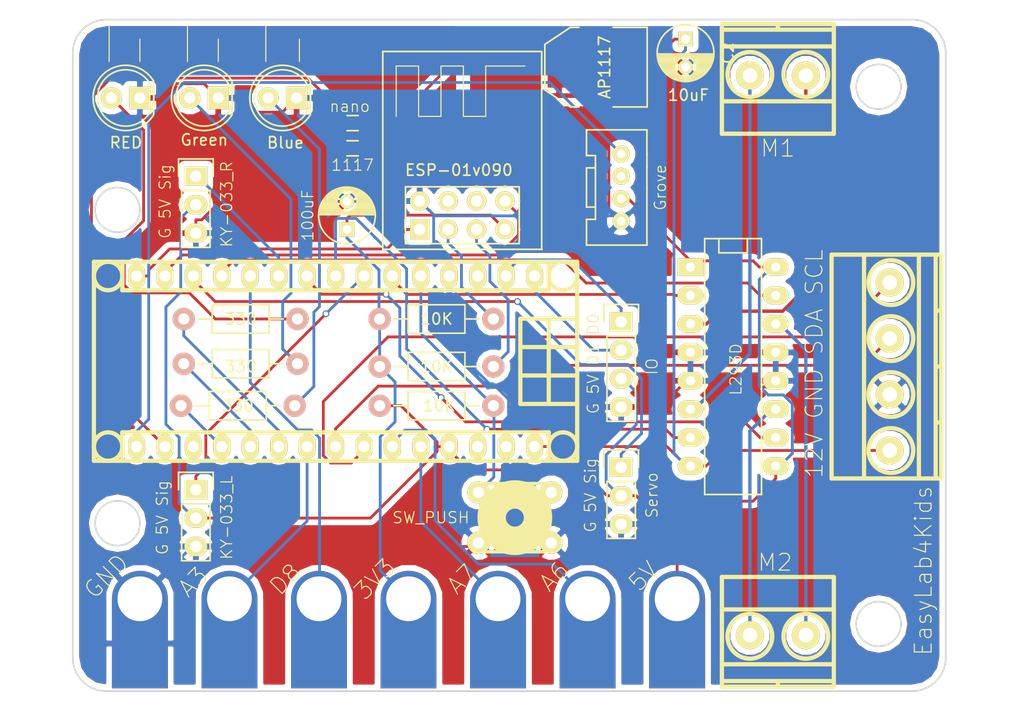
<source format=kicad_pcb>
(kicad_pcb (version 4) (host pcbnew 4.0.3-stable)

  (general
    (links 91)
    (no_connects 0)
    (area 39.924999 42.924999 118.075001 103.075001)
    (thickness 1.6)
    (drawings 34)
    (tracks 354)
    (zones 0)
    (modules 33)
    (nets 44)
  )

  (page A4)
  (layers
    (0 F.Cu signal)
    (31 B.Cu signal)
    (32 B.Adhes user)
    (33 F.Adhes user)
    (34 B.Paste user)
    (35 F.Paste user)
    (36 B.SilkS user)
    (37 F.SilkS user)
    (38 B.Mask user)
    (39 F.Mask user)
    (40 Dwgs.User user)
    (41 Cmts.User user)
    (42 Eco1.User user)
    (43 Eco2.User user)
    (44 Edge.Cuts user)
    (45 Margin user)
    (46 B.CrtYd user)
    (47 F.CrtYd user)
    (48 B.Fab user)
    (49 F.Fab user)
  )

  (setup
    (last_trace_width 0.25)
    (trace_clearance 0.2)
    (zone_clearance 0.508)
    (zone_45_only yes)
    (trace_min 0.2)
    (segment_width 0.1)
    (edge_width 0.15)
    (via_size 0.6)
    (via_drill 0.4)
    (via_min_size 0.4)
    (via_min_drill 0.3)
    (uvia_size 0.3)
    (uvia_drill 0.1)
    (uvias_allowed no)
    (uvia_min_size 0.2)
    (uvia_min_drill 0.1)
    (pcb_text_width 0.3)
    (pcb_text_size 1.5 1.5)
    (mod_edge_width 0.15)
    (mod_text_size 1 1)
    (mod_text_width 0.15)
    (pad_size 1.524 1.524)
    (pad_drill 0.762)
    (pad_to_mask_clearance 0.2)
    (aux_axis_origin 0 0)
    (grid_origin 58.42 81.28)
    (visible_elements 7FFFF77F)
    (pcbplotparams
      (layerselection 0x010fc_80000001)
      (usegerberextensions false)
      (excludeedgelayer true)
      (linewidth 0.100000)
      (plotframeref false)
      (viasonmask false)
      (mode 1)
      (useauxorigin false)
      (hpglpennumber 1)
      (hpglpenspeed 20)
      (hpglpendiameter 15)
      (hpglpenoverlay 2)
      (psnegative false)
      (psa4output false)
      (plotreference true)
      (plotvalue true)
      (plotinvisibletext false)
      (padsonsilk false)
      (subtractmaskfromsilk false)
      (outputformat 4)
      (mirror false)
      (drillshape 0)
      (scaleselection 1)
      (outputdirectory PDFs/))
  )

  (net 0 "")
  (net 1 /Red)
  (net 2 /Green)
  (net 3 /Blue)
  (net 4 /D1)
  (net 5 /D0)
  (net 6 "Net-(J1-Pad3)")
  (net 7 GND)
  (net 8 /SW)
  (net 9 /1A)
  (net 10 /LF_L)
  (net 11 /2A)
  (net 12 /3A)
  (net 13 /LF_R)
  (net 14 /4A)
  (net 15 /Servo)
  (net 16 /TX)
  (net 17 /RX)
  (net 18 /GroveIO)
  (net 19 /3V3)
  (net 20 "Net-(J1-Pad18)")
  (net 21 /A3)
  (net 22 /SDA)
  (net 23 /SCL)
  (net 24 /A6)
  (net 25 /A7)
  (net 26 /5V)
  (net 27 "Net-(J1-Pad28)")
  (net 28 /12V)
  (net 29 "Net-(P10-Pad2)")
  (net 30 /1Y)
  (net 31 /2Y)
  (net 32 /3Y)
  (net 33 /4Y)
  (net 34 "Net-(R5-Pad2)")
  (net 35 "Net-(R6-Pad2)")
  (net 36 "Net-(U3-Pad4)")
  (net 37 "Net-(U3-Pad6)")
  (net 38 "Net-(D1-Pad2)")
  (net 39 "Net-(D2-Pad2)")
  (net 40 "Net-(D3-Pad2)")
  (net 41 /D8)
  (net 42 /3V3_ard)
  (net 43 /3V3_Reg)

  (net_class Default "This is the default net class."
    (clearance 0.2)
    (trace_width 0.25)
    (via_dia 0.6)
    (via_drill 0.4)
    (uvia_dia 0.3)
    (uvia_drill 0.1)
    (add_net /1A)
    (add_net /2A)
    (add_net /3A)
    (add_net /3V3)
    (add_net /3V3_Reg)
    (add_net /3V3_ard)
    (add_net /4A)
    (add_net /5V)
    (add_net /A3)
    (add_net /A6)
    (add_net /A7)
    (add_net /Blue)
    (add_net /D0)
    (add_net /D1)
    (add_net /D8)
    (add_net /Green)
    (add_net /GroveIO)
    (add_net /LF_L)
    (add_net /LF_R)
    (add_net /RX)
    (add_net /Red)
    (add_net /SCL)
    (add_net /SDA)
    (add_net /SW)
    (add_net /Servo)
    (add_net /TX)
    (add_net "Net-(D1-Pad2)")
    (add_net "Net-(D2-Pad2)")
    (add_net "Net-(D3-Pad2)")
    (add_net "Net-(J1-Pad18)")
    (add_net "Net-(J1-Pad28)")
    (add_net "Net-(J1-Pad3)")
    (add_net "Net-(P10-Pad2)")
    (add_net "Net-(R5-Pad2)")
    (add_net "Net-(R6-Pad2)")
    (add_net "Net-(U3-Pad4)")
    (add_net "Net-(U3-Pad6)")
  )

  (net_class 12v ""
    (clearance 0.2)
    (trace_width 0.25)
    (via_dia 0.6)
    (via_drill 0.4)
    (uvia_dia 0.3)
    (uvia_drill 0.1)
    (add_net /12V)
    (add_net GND)
  )

  (net_class Motor ""
    (clearance 0.2)
    (trace_width 0.3)
    (via_dia 0.6)
    (via_drill 0.4)
    (uvia_dia 0.3)
    (uvia_drill 0.1)
    (add_net /1Y)
    (add_net /2Y)
    (add_net /3Y)
    (add_net /4Y)
  )

  (module w_conn_misc:arduino_nano_header (layer F.Cu) (tedit 58747613) (tstamp 58735FC4)
    (at 63.4805 73.5305 180)
    (descr "Arduino Nano Header")
    (tags Arduino)
    (path /58732CF5)
    (fp_text reference J1 (at 0 1.27 180) (layer F.SilkS) hide
      (effects (font (size 1.016 1.016) (thickness 0.2032)))
    )
    (fp_text value Arduino_Nano_Header (at 0 -1.27 180) (layer F.SilkS) hide
      (effects (font (size 1.016 0.889) (thickness 0.2032)))
    )
    (fp_line (start -16.51 -1.27) (end -21.59 -1.27) (layer F.SilkS) (width 0.381))
    (fp_line (start -16.51 1.27) (end -21.59 1.27) (layer F.SilkS) (width 0.381))
    (fp_line (start -19.05 -3.81) (end -19.05 3.81) (layer F.SilkS) (width 0.381))
    (fp_line (start -21.59 -3.81) (end -16.51 -3.81) (layer F.SilkS) (width 0.381))
    (fp_line (start -16.51 -3.81) (end -16.51 3.81) (layer F.SilkS) (width 0.381))
    (fp_line (start -16.51 3.81) (end -21.59 3.81) (layer F.SilkS) (width 0.381))
    (fp_line (start 21.59 -8.89) (end -21.59 -8.89) (layer F.SilkS) (width 0.381))
    (fp_line (start -21.59 8.89) (end 21.59 8.89) (layer F.SilkS) (width 0.381))
    (fp_line (start -21.59 8.89) (end -21.59 -8.89) (layer F.SilkS) (width 0.381))
    (fp_line (start 21.59 8.89) (end 21.59 -8.89) (layer F.SilkS) (width 0.381))
    (fp_circle (center -20.32 -7.62) (end -21.59 -7.62) (layer F.SilkS) (width 0.381))
    (fp_circle (center -20.32 7.62) (end -21.59 7.62) (layer F.SilkS) (width 0.381))
    (fp_circle (center 20.32 -7.62) (end 21.59 -7.62) (layer F.SilkS) (width 0.381))
    (fp_circle (center 20.32 7.62) (end 21.59 7.62) (layer F.SilkS) (width 0.381))
    (fp_line (start 19.05 -6.35) (end -19.05 -6.35) (layer F.SilkS) (width 0.381))
    (fp_line (start -19.05 6.35) (end 19.05 6.35) (layer F.SilkS) (width 0.381))
    (fp_line (start 19.05 8.89) (end 19.05 6.35) (layer F.SilkS) (width 0.381))
    (fp_line (start 19.05 -6.35) (end 19.05 -8.89) (layer F.SilkS) (width 0.381))
    (fp_line (start -19.05 -8.89) (end -19.05 -6.35) (layer F.SilkS) (width 0.381))
    (fp_line (start -19.05 8.89) (end -19.05 6.35) (layer F.SilkS) (width 0.381))
    (pad 1 thru_hole oval (at -17.78 7.62 180) (size 1.524 2.19964) (drill 1.00076) (layers *.Cu *.Mask F.SilkS)
      (net 4 /D1))
    (pad 2 thru_hole oval (at -15.24 7.62 180) (size 1.524 2.19964) (drill 1.00076) (layers *.Cu *.Mask F.SilkS)
      (net 5 /D0))
    (pad 3 thru_hole oval (at -12.7 7.62 180) (size 1.524 2.19964) (drill 1.00076) (layers *.Cu *.Mask F.SilkS)
      (net 6 "Net-(J1-Pad3)"))
    (pad 4 thru_hole oval (at -10.16 7.62 180) (size 1.524 2.19964) (drill 1.00076) (layers *.Cu *.Mask F.SilkS)
      (net 7 GND))
    (pad 5 thru_hole oval (at -7.62 7.62 180) (size 1.524 2.19964) (drill 1.00076) (layers *.Cu *.Mask F.SilkS)
      (net 8 /SW))
    (pad 6 thru_hole oval (at -5.08 7.62 180) (size 1.524 2.19964) (drill 1.00076) (layers *.Cu *.Mask F.SilkS)
      (net 9 /1A))
    (pad 7 thru_hole oval (at -2.54 7.62 180) (size 1.524 2.19964) (drill 1.00076) (layers *.Cu *.Mask F.SilkS)
      (net 10 /LF_L))
    (pad 8 thru_hole oval (at 0 7.62 180) (size 1.524 2.19964) (drill 1.00076) (layers *.Cu *.Mask F.SilkS)
      (net 11 /2A))
    (pad 9 thru_hole oval (at 2.54 7.62 180) (size 1.524 2.19964) (drill 1.00076) (layers *.Cu *.Mask F.SilkS)
      (net 12 /3A))
    (pad 10 thru_hole oval (at 5.08 7.62 180) (size 1.524 2.19964) (drill 1.00076) (layers *.Cu *.Mask F.SilkS)
      (net 13 /LF_R))
    (pad 11 thru_hole oval (at 7.62 7.62 180) (size 1.524 2.19964) (drill 1.00076) (layers *.Cu *.Mask F.SilkS)
      (net 41 /D8))
    (pad 12 thru_hole oval (at 10.16 7.62 180) (size 1.524 2.19964) (drill 1.00076) (layers *.Cu *.Mask F.SilkS)
      (net 14 /4A))
    (pad 13 thru_hole oval (at 12.7 7.62 180) (size 1.524 2.19964) (drill 1.00076) (layers *.Cu *.Mask F.SilkS)
      (net 15 /Servo))
    (pad 14 thru_hole oval (at 15.24 7.62 180) (size 1.524 2.19964) (drill 1.00076) (layers *.Cu *.Mask F.SilkS)
      (net 16 /TX))
    (pad 15 thru_hole oval (at 17.78 7.62 180) (size 1.524 2.19964) (drill 1.00076) (layers *.Cu *.Mask F.SilkS)
      (net 17 /RX))
    (pad 16 thru_hole oval (at 17.78 -7.62 180) (size 1.524 2.19964) (drill 1.00076) (layers *.Cu *.Mask F.SilkS)
      (net 18 /GroveIO))
    (pad 17 thru_hole oval (at 15.24 -7.62 180) (size 1.524 2.19964) (drill 1.00076) (layers *.Cu *.Mask F.SilkS)
      (net 42 /3V3_ard))
    (pad 18 thru_hole oval (at 12.7 -7.62 180) (size 1.524 2.19964) (drill 1.00076) (layers *.Cu *.Mask F.SilkS)
      (net 20 "Net-(J1-Pad18)"))
    (pad 19 thru_hole oval (at 10.16 -7.62 180) (size 1.524 2.19964) (drill 1.00076) (layers *.Cu *.Mask F.SilkS)
      (net 3 /Blue))
    (pad 20 thru_hole oval (at 7.62 -7.62 180) (size 1.524 2.1971) (drill 1.00076) (layers *.Cu *.Mask F.SilkS)
      (net 2 /Green))
    (pad 21 thru_hole oval (at 5.08 -7.62 180) (size 1.524 2.1971) (drill 1.00076) (layers *.Cu *.Mask F.SilkS)
      (net 1 /Red))
    (pad 22 thru_hole oval (at 2.54 -7.62 180) (size 1.524 2.1971) (drill 1.00076) (layers *.Cu *.Mask F.SilkS)
      (net 21 /A3))
    (pad 23 thru_hole oval (at 0 -7.62 180) (size 1.524 2.1971) (drill 1.00076) (layers *.Cu *.Mask F.SilkS)
      (net 22 /SDA))
    (pad 24 thru_hole oval (at -2.54 -7.62 180) (size 1.524 2.1971) (drill 0.99822) (layers *.Cu *.Mask F.SilkS)
      (net 23 /SCL))
    (pad 25 thru_hole oval (at -5.08 -7.62 180) (size 1.524 2.1971) (drill 0.99822) (layers *.Cu *.Mask F.SilkS)
      (net 24 /A6))
    (pad 26 thru_hole oval (at -7.62 -7.62 180) (size 1.524 2.1971) (drill 0.99822) (layers *.Cu *.Mask F.SilkS)
      (net 25 /A7))
    (pad 27 thru_hole oval (at -10.16 -7.62 180) (size 1.524 2.1971) (drill 0.99822) (layers *.Cu *.Mask F.SilkS)
      (net 26 /5V))
    (pad 28 thru_hole oval (at -12.7 -7.62 180) (size 1.524 2.1971) (drill 0.99822) (layers *.Cu *.Mask F.SilkS)
      (net 27 "Net-(J1-Pad28)"))
    (pad 29 thru_hole oval (at -15.24 -7.62 180) (size 1.524 2.1971) (drill 0.99822) (layers *.Cu *.Mask F.SilkS)
      (net 7 GND))
    (pad 30 thru_hole oval (at -17.78 -7.62 180) (size 1.524 2.1971) (drill 0.99822) (layers *.Cu *.Mask F.SilkS)
      (net 28 /12V))
    (model walter/conn_misc/arduino_nano_header.wrl
      (at (xyz 0 0 0))
      (scale (xyz 1 1 1))
      (rotate (xyz 0 0 0))
    )
    (model D:/gitlab/Fiverr/Gig2/EasyLab4Kids/3dShapes/nano.wrl
      (at (xyz 0.85 0.35 0.45))
      (scale (xyz 0.395 0.395 0.395))
      (rotate (xyz -90 0 180))
    )
  )

  (module Pin_Headers:Pin_Header_Straight_1x03 (layer F.Cu) (tedit 5874846C) (tstamp 58747FD8)
    (at 51 85)
    (descr "Through hole pin header")
    (tags "pin header")
    (path /5873389F)
    (fp_text reference U1 (at 5.5 2.25) (layer F.SilkS) hide
      (effects (font (size 1 1) (thickness 0.15)))
    )
    (fp_text value KY-033_L (at 2.75 2.5 90) (layer F.SilkS)
      (effects (font (size 1 1) (thickness 0.1)))
    )
    (fp_line (start -1.75 -1.75) (end -1.75 6.85) (layer F.CrtYd) (width 0.05))
    (fp_line (start 1.75 -1.75) (end 1.75 6.85) (layer F.CrtYd) (width 0.05))
    (fp_line (start -1.75 -1.75) (end 1.75 -1.75) (layer F.CrtYd) (width 0.05))
    (fp_line (start -1.75 6.85) (end 1.75 6.85) (layer F.CrtYd) (width 0.05))
    (fp_line (start -1.27 1.27) (end -1.27 6.35) (layer F.SilkS) (width 0.15))
    (fp_line (start -1.27 6.35) (end 1.27 6.35) (layer F.SilkS) (width 0.15))
    (fp_line (start 1.27 6.35) (end 1.27 1.27) (layer F.SilkS) (width 0.15))
    (fp_line (start 1.55 -1.55) (end 1.55 0) (layer F.SilkS) (width 0.15))
    (fp_line (start 1.27 1.27) (end -1.27 1.27) (layer F.SilkS) (width 0.15))
    (fp_line (start -1.55 0) (end -1.55 -1.55) (layer F.SilkS) (width 0.15))
    (fp_line (start -1.55 -1.55) (end 1.55 -1.55) (layer F.SilkS) (width 0.15))
    (pad 1 thru_hole rect (at 0 0) (size 2.032 1.7272) (drill 1.016) (layers *.Cu *.Mask F.SilkS)
      (net 10 /LF_L))
    (pad 2 thru_hole oval (at 0 2.54) (size 2.032 1.7272) (drill 1.016) (layers *.Cu *.Mask F.SilkS)
      (net 26 /5V))
    (pad 3 thru_hole oval (at 0 5.08) (size 2.032 1.7272) (drill 1.016) (layers *.Cu *.Mask F.SilkS)
      (net 7 GND))
    (model Pin_Headers.3dshapes/Pin_Header_Straight_1x03.wrl
      (at (xyz 0 -0.1 0))
      (scale (xyz 1 1 1))
      (rotate (xyz 0 0 90))
    )
  )

  (module LEDs:LED-5MM (layer F.Cu) (tedit 587483E1) (tstamp 58735F96)
    (at 46 50 180)
    (descr "LED 5mm round vertical")
    (tags "LED 5mm round vertical")
    (path /587332C7)
    (fp_text reference D1 (at 1.524 4.064 180) (layer F.SilkS) hide
      (effects (font (size 1 1) (thickness 0.15)))
    )
    (fp_text value RED (at 1.25 -4 360) (layer F.SilkS)
      (effects (font (size 1 1) (thickness 0.15)))
    )
    (fp_line (start -1.5 -1.55) (end -1.5 1.55) (layer F.CrtYd) (width 0.05))
    (fp_arc (start 1.3 0) (end -1.5 1.55) (angle -302) (layer F.CrtYd) (width 0.05))
    (fp_arc (start 1.27 0) (end -1.23 -1.5) (angle 297.5) (layer F.SilkS) (width 0.15))
    (fp_line (start -1.23 1.5) (end -1.23 -1.5) (layer F.SilkS) (width 0.15))
    (fp_circle (center 1.27 0) (end 0.97 -2.5) (layer F.SilkS) (width 0.15))
    (fp_text user eK (at -1.905 1.905 180) (layer F.SilkS) hide
      (effects (font (size 1 1) (thickness 0.15)))
    )
    (pad 1 thru_hole rect (at 0 0 270) (size 2 1.9) (drill 1.00076) (layers *.Cu *.Mask F.SilkS)
      (net 7 GND))
    (pad 2 thru_hole circle (at 2.54 0 180) (size 1.9 1.9) (drill 1.00076) (layers *.Cu *.Mask F.SilkS)
      (net 38 "Net-(D1-Pad2)"))
    (model LEDs.3dshapes/LED-5MM.wrl
      (at (xyz 0.05 0 0))
      (scale (xyz 1 1 1))
      (rotate (xyz 0 0 90))
    )
  )

  (module LEDs:LED-5MM (layer F.Cu) (tedit 587483DD) (tstamp 58735F9C)
    (at 53 50 180)
    (descr "LED 5mm round vertical")
    (tags "LED 5mm round vertical")
    (path /58733389)
    (fp_text reference D2 (at 1.524 4.064 180) (layer F.SilkS) hide
      (effects (font (size 1 1) (thickness 0.15)))
    )
    (fp_text value Green (at 1.25 -3.75 180) (layer F.SilkS)
      (effects (font (size 1 1) (thickness 0.15)))
    )
    (fp_line (start -1.5 -1.55) (end -1.5 1.55) (layer F.CrtYd) (width 0.05))
    (fp_arc (start 1.3 0) (end -1.5 1.55) (angle -302) (layer F.CrtYd) (width 0.05))
    (fp_arc (start 1.27 0) (end -1.23 -1.5) (angle 297.5) (layer F.SilkS) (width 0.15))
    (fp_line (start -1.23 1.5) (end -1.23 -1.5) (layer F.SilkS) (width 0.15))
    (fp_circle (center 1.27 0) (end 0.97 -2.5) (layer F.SilkS) (width 0.15))
    (fp_text user K (at -1.905 1.905 180) (layer F.SilkS) hide
      (effects (font (size 1 1) (thickness 0.15)))
    )
    (pad 1 thru_hole rect (at 0 0 270) (size 2 1.9) (drill 1.00076) (layers *.Cu *.Mask F.SilkS)
      (net 7 GND))
    (pad 2 thru_hole circle (at 2.54 0 180) (size 1.9 1.9) (drill 1.00076) (layers *.Cu *.Mask F.SilkS)
      (net 39 "Net-(D2-Pad2)"))
    (model LEDs.3dshapes/LED-5MM.wrl
      (at (xyz 0.05 0 0))
      (scale (xyz 1 1 1))
      (rotate (xyz 0 0 90))
    )
  )

  (module LEDs:LED-5MM (layer F.Cu) (tedit 587483DF) (tstamp 58735FA2)
    (at 60 50 180)
    (descr "LED 5mm round vertical")
    (tags "LED 5mm round vertical")
    (path /587333B0)
    (fp_text reference D3 (at 1.524 4.064 180) (layer F.SilkS) hide
      (effects (font (size 1 1) (thickness 0.15)))
    )
    (fp_text value Blue (at 1 -4 180) (layer F.SilkS)
      (effects (font (size 1 1) (thickness 0.15)))
    )
    (fp_line (start -1.5 -1.55) (end -1.5 1.55) (layer F.CrtYd) (width 0.05))
    (fp_arc (start 1.3 0) (end -1.5 1.55) (angle -302) (layer F.CrtYd) (width 0.05))
    (fp_arc (start 1.27 0) (end -1.23 -1.5) (angle 297.5) (layer F.SilkS) (width 0.15))
    (fp_line (start -1.23 1.5) (end -1.23 -1.5) (layer F.SilkS) (width 0.15))
    (fp_circle (center 1.27 0) (end 0.97 -2.5) (layer F.SilkS) (width 0.15))
    (fp_text user K (at -1.905 1.905 180) (layer F.SilkS) hide
      (effects (font (size 1 1) (thickness 0.15)))
    )
    (pad 1 thru_hole rect (at 0 0 270) (size 2 1.9) (drill 1.00076) (layers *.Cu *.Mask F.SilkS)
      (net 7 GND))
    (pad 2 thru_hole circle (at 2.54 0 180) (size 1.9 1.9) (drill 1.00076) (layers *.Cu *.Mask F.SilkS)
      (net 40 "Net-(D3-Pad2)"))
    (model LEDs.3dshapes/LED-5MM.wrl
      (at (xyz 0.05 0 0))
      (scale (xyz 1 1 1))
      (rotate (xyz 0 0 90))
    )
  )

  (module w_conn_misc:z_BBC-BIT (layer F.Cu) (tedit 581EF109) (tstamp 58735FCB)
    (at 70 94.75)
    (path /5874A3DB)
    (fp_text reference P1 (at 0 0.125) (layer F.Fab)
      (effects (font (size 0.1 0.1) (thickness 0.01)))
    )
    (fp_text value 3.3V (at 0 -0.125) (layer F.Fab)
      (effects (font (size 0.1 0.1) (thickness 0.01)))
    )
    (fp_text user %R (at 0 0 180) (layer Eco1.User)
      (effects (font (size 0.3 0.3) (thickness 0.03)))
    )
    (fp_line (start 0 -3.1) (end 0 3.1) (layer Cmts.User) (width 0.05))
    (fp_line (start -3.1 0) (end 3.1 0) (layer Cmts.User) (width 0.05))
    (fp_arc (start 0 0) (end -2.7 0) (angle 180) (layer F.CrtYd) (width 0.05))
    (fp_line (start 2.7 8.2) (end 2.7 0) (layer F.CrtYd) (width 0.05))
    (fp_line (start -2.7 8.2) (end 2.7 8.2) (layer F.CrtYd) (width 0.05))
    (fp_line (start -2.7 0) (end -2.7 8.2) (layer F.CrtYd) (width 0.05))
    (pad 1 thru_hole circle (at 0 0) (size 5 5) (drill 4) (layers *.Cu *.Mask)
      (net 19 /3V3))
    (pad 1 smd rect (at 0 4) (size 5 8) (layers F.Cu F.Mask)
      (net 19 /3V3))
    (pad 1 smd rect (at 0 4) (size 5 8) (layers *.Mask B.Cu)
      (net 19 /3V3))
  )

  (module w_conn_misc:z_BBC-BIT (layer F.Cu) (tedit 581EF109) (tstamp 58735FD2)
    (at 94 94.75)
    (path /5874A4E1)
    (fp_text reference P2 (at 0 0.125) (layer F.Fab)
      (effects (font (size 0.1 0.1) (thickness 0.01)))
    )
    (fp_text value 5V (at 0 -0.125) (layer F.Fab)
      (effects (font (size 0.1 0.1) (thickness 0.01)))
    )
    (fp_text user %R (at 0 0 180) (layer Eco1.User)
      (effects (font (size 0.3 0.3) (thickness 0.03)))
    )
    (fp_line (start 0 -3.1) (end 0 3.1) (layer Cmts.User) (width 0.05))
    (fp_line (start -3.1 0) (end 3.1 0) (layer Cmts.User) (width 0.05))
    (fp_arc (start 0 0) (end -2.7 0) (angle 180) (layer F.CrtYd) (width 0.05))
    (fp_line (start 2.7 8.2) (end 2.7 0) (layer F.CrtYd) (width 0.05))
    (fp_line (start -2.7 8.2) (end 2.7 8.2) (layer F.CrtYd) (width 0.05))
    (fp_line (start -2.7 0) (end -2.7 8.2) (layer F.CrtYd) (width 0.05))
    (pad 1 thru_hole circle (at 0 0) (size 5 5) (drill 4) (layers *.Cu *.Mask)
      (net 26 /5V))
    (pad 1 smd rect (at 0 4) (size 5 8) (layers F.Cu F.Mask)
      (net 26 /5V))
    (pad 1 smd rect (at 0 4) (size 5 8) (layers *.Mask B.Cu)
      (net 26 /5V))
  )

  (module w_conn_misc:z_BBC-BIT (layer F.Cu) (tedit 581EF109) (tstamp 58735FD9)
    (at 54 94.75)
    (path /5875302C)
    (fp_text reference P3 (at 0 0.125) (layer F.Fab)
      (effects (font (size 0.1 0.1) (thickness 0.01)))
    )
    (fp_text value D (at 0 -0.125) (layer F.Fab)
      (effects (font (size 0.1 0.1) (thickness 0.01)))
    )
    (fp_text user %R (at 0 0 180) (layer Eco1.User)
      (effects (font (size 0.3 0.3) (thickness 0.03)))
    )
    (fp_line (start 0 -3.1) (end 0 3.1) (layer Cmts.User) (width 0.05))
    (fp_line (start -3.1 0) (end 3.1 0) (layer Cmts.User) (width 0.05))
    (fp_arc (start 0 0) (end -2.7 0) (angle 180) (layer F.CrtYd) (width 0.05))
    (fp_line (start 2.7 8.2) (end 2.7 0) (layer F.CrtYd) (width 0.05))
    (fp_line (start -2.7 8.2) (end 2.7 8.2) (layer F.CrtYd) (width 0.05))
    (fp_line (start -2.7 0) (end -2.7 8.2) (layer F.CrtYd) (width 0.05))
    (pad 1 thru_hole circle (at 0 0) (size 5 5) (drill 4) (layers *.Cu *.Mask)
      (net 21 /A3))
    (pad 1 smd rect (at 0 4) (size 5 8) (layers F.Cu F.Mask)
      (net 21 /A3))
    (pad 1 smd rect (at 0 4) (size 5 8) (layers *.Mask B.Cu)
      (net 21 /A3))
  )

  (module w_conn_misc:z_BBC-BIT (layer F.Cu) (tedit 581EF109) (tstamp 58735FE0)
    (at 62 94.75)
    (path /5874A57F)
    (fp_text reference P4 (at 0 0.125) (layer F.Fab)
      (effects (font (size 0.1 0.1) (thickness 0.01)))
    )
    (fp_text value D (at 0 -0.125) (layer F.Fab)
      (effects (font (size 0.1 0.1) (thickness 0.01)))
    )
    (fp_text user %R (at 0 0 180) (layer Eco1.User)
      (effects (font (size 0.3 0.3) (thickness 0.03)))
    )
    (fp_line (start 0 -3.1) (end 0 3.1) (layer Cmts.User) (width 0.05))
    (fp_line (start -3.1 0) (end 3.1 0) (layer Cmts.User) (width 0.05))
    (fp_arc (start 0 0) (end -2.7 0) (angle 180) (layer F.CrtYd) (width 0.05))
    (fp_line (start 2.7 8.2) (end 2.7 0) (layer F.CrtYd) (width 0.05))
    (fp_line (start -2.7 8.2) (end 2.7 8.2) (layer F.CrtYd) (width 0.05))
    (fp_line (start -2.7 0) (end -2.7 8.2) (layer F.CrtYd) (width 0.05))
    (pad 1 thru_hole circle (at 0 0) (size 5 5) (drill 4) (layers *.Cu *.Mask)
      (net 41 /D8))
    (pad 1 smd rect (at 0 4) (size 5 8) (layers F.Cu F.Mask)
      (net 41 /D8))
    (pad 1 smd rect (at 0 4) (size 5 8) (layers *.Mask B.Cu)
      (net 41 /D8))
  )

  (module w_conn_misc:z_BBC-BIT (layer F.Cu) (tedit 581EF109) (tstamp 58735FE7)
    (at 86 94.75)
    (path /5874A5FE)
    (fp_text reference P5 (at 0 0.125) (layer F.Fab)
      (effects (font (size 0.1 0.1) (thickness 0.01)))
    )
    (fp_text value A (at 0 -0.125) (layer F.Fab)
      (effects (font (size 0.1 0.1) (thickness 0.01)))
    )
    (fp_text user %R (at 0 0 180) (layer Eco1.User)
      (effects (font (size 0.3 0.3) (thickness 0.03)))
    )
    (fp_line (start 0 -3.1) (end 0 3.1) (layer Cmts.User) (width 0.05))
    (fp_line (start -3.1 0) (end 3.1 0) (layer Cmts.User) (width 0.05))
    (fp_arc (start 0 0) (end -2.7 0) (angle 180) (layer F.CrtYd) (width 0.05))
    (fp_line (start 2.7 8.2) (end 2.7 0) (layer F.CrtYd) (width 0.05))
    (fp_line (start -2.7 8.2) (end 2.7 8.2) (layer F.CrtYd) (width 0.05))
    (fp_line (start -2.7 0) (end -2.7 8.2) (layer F.CrtYd) (width 0.05))
    (pad 1 thru_hole circle (at 0 0) (size 5 5) (drill 4) (layers *.Cu *.Mask)
      (net 24 /A6))
    (pad 1 smd rect (at 0 4) (size 5 8) (layers F.Cu F.Mask)
      (net 24 /A6))
    (pad 1 smd rect (at 0 4) (size 5 8) (layers *.Mask B.Cu)
      (net 24 /A6))
  )

  (module w_conn_misc:z_BBC-BIT (layer F.Cu) (tedit 581EF109) (tstamp 58735FEE)
    (at 78 94.75)
    (path /58751893)
    (fp_text reference P6 (at 0 0.125) (layer F.Fab)
      (effects (font (size 0.1 0.1) (thickness 0.01)))
    )
    (fp_text value A (at 0 -0.125) (layer F.Fab)
      (effects (font (size 0.1 0.1) (thickness 0.01)))
    )
    (fp_text user %R (at 0 0 180) (layer Eco1.User)
      (effects (font (size 0.3 0.3) (thickness 0.03)))
    )
    (fp_line (start 0 -3.1) (end 0 3.1) (layer Cmts.User) (width 0.05))
    (fp_line (start -3.1 0) (end 3.1 0) (layer Cmts.User) (width 0.05))
    (fp_arc (start 0 0) (end -2.7 0) (angle 180) (layer F.CrtYd) (width 0.05))
    (fp_line (start 2.7 8.2) (end 2.7 0) (layer F.CrtYd) (width 0.05))
    (fp_line (start -2.7 8.2) (end 2.7 8.2) (layer F.CrtYd) (width 0.05))
    (fp_line (start -2.7 0) (end -2.7 8.2) (layer F.CrtYd) (width 0.05))
    (pad 1 thru_hole circle (at 0 0) (size 5 5) (drill 4) (layers *.Cu *.Mask)
      (net 25 /A7))
    (pad 1 smd rect (at 0 4) (size 5 8) (layers F.Cu F.Mask)
      (net 25 /A7))
    (pad 1 smd rect (at 0 4) (size 5 8) (layers *.Mask B.Cu)
      (net 25 /A7))
  )

  (module w_conn_misc:z_BBC-BIT (layer F.Cu) (tedit 581EF109) (tstamp 58735FF5)
    (at 46 94.75)
    (path /5874A707)
    (fp_text reference P7 (at 0 0.125) (layer F.Fab)
      (effects (font (size 0.1 0.1) (thickness 0.01)))
    )
    (fp_text value GND (at 0 -0.125) (layer F.Fab)
      (effects (font (size 0.1 0.1) (thickness 0.01)))
    )
    (fp_text user %R (at 0 0 180) (layer Eco1.User)
      (effects (font (size 0.3 0.3) (thickness 0.03)))
    )
    (fp_line (start 0 -3.1) (end 0 3.1) (layer Cmts.User) (width 0.05))
    (fp_line (start -3.1 0) (end 3.1 0) (layer Cmts.User) (width 0.05))
    (fp_arc (start 0 0) (end -2.7 0) (angle 180) (layer F.CrtYd) (width 0.05))
    (fp_line (start 2.7 8.2) (end 2.7 0) (layer F.CrtYd) (width 0.05))
    (fp_line (start -2.7 8.2) (end 2.7 8.2) (layer F.CrtYd) (width 0.05))
    (fp_line (start -2.7 0) (end -2.7 8.2) (layer F.CrtYd) (width 0.05))
    (pad 1 thru_hole circle (at 0 0) (size 5 5) (drill 4) (layers *.Cu *.Mask)
      (net 7 GND))
    (pad 1 smd rect (at 0 4) (size 5 8) (layers F.Cu F.Mask)
      (net 7 GND))
    (pad 1 smd rect (at 0 4) (size 5 8) (layers *.Mask B.Cu)
      (net 7 GND))
  )

  (module Pin_Headers:Pin_Header_Straight_1x03 (layer F.Cu) (tedit 58748471) (tstamp 58735FFC)
    (at 89 83)
    (descr "Through hole pin header")
    (tags "pin header")
    (path /58733A2B)
    (fp_text reference P8 (at 0 -5.1) (layer F.SilkS)
      (effects (font (size 1 1) (thickness 0.15)))
    )
    (fp_text value Servo (at 2.75 2.5 90) (layer F.SilkS)
      (effects (font (size 1 1) (thickness 0.1)))
    )
    (fp_line (start -1.75 -1.75) (end -1.75 6.85) (layer F.CrtYd) (width 0.05))
    (fp_line (start 1.75 -1.75) (end 1.75 6.85) (layer F.CrtYd) (width 0.05))
    (fp_line (start -1.75 -1.75) (end 1.75 -1.75) (layer F.CrtYd) (width 0.05))
    (fp_line (start -1.75 6.85) (end 1.75 6.85) (layer F.CrtYd) (width 0.05))
    (fp_line (start -1.27 1.27) (end -1.27 6.35) (layer F.SilkS) (width 0.15))
    (fp_line (start -1.27 6.35) (end 1.27 6.35) (layer F.SilkS) (width 0.15))
    (fp_line (start 1.27 6.35) (end 1.27 1.27) (layer F.SilkS) (width 0.15))
    (fp_line (start 1.55 -1.55) (end 1.55 0) (layer F.SilkS) (width 0.15))
    (fp_line (start 1.27 1.27) (end -1.27 1.27) (layer F.SilkS) (width 0.15))
    (fp_line (start -1.55 0) (end -1.55 -1.55) (layer F.SilkS) (width 0.15))
    (fp_line (start -1.55 -1.55) (end 1.55 -1.55) (layer F.SilkS) (width 0.15))
    (pad 1 thru_hole rect (at 0 0) (size 2.032 1.7272) (drill 1.016) (layers *.Cu *.Mask F.SilkS)
      (net 15 /Servo))
    (pad 2 thru_hole oval (at 0 2.54) (size 2.032 1.7272) (drill 1.016) (layers *.Cu *.Mask F.SilkS)
      (net 26 /5V))
    (pad 3 thru_hole oval (at 0 5.08) (size 2.032 1.7272) (drill 1.016) (layers *.Cu *.Mask F.SilkS)
      (net 7 GND))
    (model Pin_Headers.3dshapes/Pin_Header_Straight_1x03.wrl
      (at (xyz 0 -0.1 0))
      (scale (xyz 1 1 1))
      (rotate (xyz 0 0 90))
    )
  )

  (module Pin_Headers:Pin_Header_Straight_1x04 (layer F.Cu) (tedit 58748475) (tstamp 58736004)
    (at 89 70)
    (descr "Through hole pin header")
    (tags "pin header")
    (path /5873424E)
    (fp_text reference P9 (at 0 -5.1) (layer F.SilkS) hide
      (effects (font (size 1 1) (thickness 0.15)))
    )
    (fp_text value IO (at 2.75 4 90) (layer F.SilkS)
      (effects (font (size 1 1) (thickness 0.1)))
    )
    (fp_line (start -1.75 -1.75) (end -1.75 9.4) (layer F.CrtYd) (width 0.05))
    (fp_line (start 1.75 -1.75) (end 1.75 9.4) (layer F.CrtYd) (width 0.05))
    (fp_line (start -1.75 -1.75) (end 1.75 -1.75) (layer F.CrtYd) (width 0.05))
    (fp_line (start -1.75 9.4) (end 1.75 9.4) (layer F.CrtYd) (width 0.05))
    (fp_line (start -1.27 1.27) (end -1.27 8.89) (layer F.SilkS) (width 0.15))
    (fp_line (start 1.27 1.27) (end 1.27 8.89) (layer F.SilkS) (width 0.15))
    (fp_line (start 1.55 -1.55) (end 1.55 0) (layer F.SilkS) (width 0.15))
    (fp_line (start -1.27 8.89) (end 1.27 8.89) (layer F.SilkS) (width 0.15))
    (fp_line (start 1.27 1.27) (end -1.27 1.27) (layer F.SilkS) (width 0.15))
    (fp_line (start -1.55 0) (end -1.55 -1.55) (layer F.SilkS) (width 0.15))
    (fp_line (start -1.55 -1.55) (end 1.55 -1.55) (layer F.SilkS) (width 0.15))
    (pad 1 thru_hole rect (at 0 0) (size 2.032 1.7272) (drill 1.016) (layers *.Cu *.Mask F.SilkS)
      (net 5 /D0))
    (pad 2 thru_hole oval (at 0 2.54) (size 2.032 1.7272) (drill 1.016) (layers *.Cu *.Mask F.SilkS)
      (net 4 /D1))
    (pad 3 thru_hole oval (at 0 5.08) (size 2.032 1.7272) (drill 1.016) (layers *.Cu *.Mask F.SilkS)
      (net 26 /5V))
    (pad 4 thru_hole oval (at 0 7.62) (size 2.032 1.7272) (drill 1.016) (layers *.Cu *.Mask F.SilkS)
      (net 7 GND))
    (model Pin_Headers.3dshapes/Pin_Header_Straight_1x04.wrl
      (at (xyz 0 -0.15 0))
      (scale (xyz 1 1 1))
      (rotate (xyz 0 0 90))
    )
  )

  (module w_conn_mkds:mkds_1,5-2 (layer F.Cu) (tedit 587484BD) (tstamp 58736012)
    (at 103 48 180)
    (descr "2-way 5mm pitch terminal block, Phoenix MKDS series")
    (path /58733B46)
    (fp_text reference P11 (at 0 -6.6 180) (layer F.SilkS) hide
      (effects (font (size 1.5 1.5) (thickness 0.3)))
    )
    (fp_text value M1 (at 0 -6.5 180) (layer F.SilkS)
      (effects (font (size 1.5 1.5) (thickness 0.1)))
    )
    (fp_line (start 0 4.1) (end 0 4.6) (layer F.SilkS) (width 0.381))
    (fp_circle (center 2.5 0.1) (end 0.5 0.1) (layer F.SilkS) (width 0.381))
    (fp_circle (center -2.5 0.1) (end -0.5 0.1) (layer F.SilkS) (width 0.381))
    (fp_line (start -5 2.6) (end 5 2.6) (layer F.SilkS) (width 0.381))
    (fp_line (start -5 -2.3) (end 5 -2.3) (layer F.SilkS) (width 0.381))
    (fp_line (start -5 4.1) (end 5 4.1) (layer F.SilkS) (width 0.381))
    (fp_line (start -5 4.6) (end 5 4.6) (layer F.SilkS) (width 0.381))
    (fp_line (start 5 4.6) (end 5 -5.2) (layer F.SilkS) (width 0.381))
    (fp_line (start 5 -5.2) (end -5 -5.2) (layer F.SilkS) (width 0.381))
    (fp_line (start -5 -5.2) (end -5 4.6) (layer F.SilkS) (width 0.381))
    (pad 1 thru_hole circle (at -2.5 0 180) (size 2.5 2.5) (drill 1.3) (layers *.Cu *.Mask F.SilkS)
      (net 30 /1Y))
    (pad 2 thru_hole circle (at 2.5 0 180) (size 2.5 2.5) (drill 1.3) (layers *.Cu *.Mask F.SilkS)
      (net 31 /2Y))
    (model walter/conn_mkds/mkds_1,5-2.wrl
      (at (xyz 0 0 0))
      (scale (xyz 1 1 1))
      (rotate (xyz 0 0 0))
    )
  )

  (module w_conn_mkds:mkds_1,5-2 (layer F.Cu) (tedit 587484C2) (tstamp 58736018)
    (at 103 98)
    (descr "2-way 5mm pitch terminal block, Phoenix MKDS series")
    (path /58733D06)
    (fp_text reference P12 (at 0 -6.6) (layer F.SilkS) hide
      (effects (font (size 1.5 1.5) (thickness 0.3)))
    )
    (fp_text value M2 (at -0.25 -6.5) (layer F.SilkS)
      (effects (font (size 1.5 1.5) (thickness 0.1)))
    )
    (fp_line (start 0 4.1) (end 0 4.6) (layer F.SilkS) (width 0.381))
    (fp_circle (center 2.5 0.1) (end 0.5 0.1) (layer F.SilkS) (width 0.381))
    (fp_circle (center -2.5 0.1) (end -0.5 0.1) (layer F.SilkS) (width 0.381))
    (fp_line (start -5 2.6) (end 5 2.6) (layer F.SilkS) (width 0.381))
    (fp_line (start -5 -2.3) (end 5 -2.3) (layer F.SilkS) (width 0.381))
    (fp_line (start -5 4.1) (end 5 4.1) (layer F.SilkS) (width 0.381))
    (fp_line (start -5 4.6) (end 5 4.6) (layer F.SilkS) (width 0.381))
    (fp_line (start 5 4.6) (end 5 -5.2) (layer F.SilkS) (width 0.381))
    (fp_line (start 5 -5.2) (end -5 -5.2) (layer F.SilkS) (width 0.381))
    (fp_line (start -5 -5.2) (end -5 4.6) (layer F.SilkS) (width 0.381))
    (pad 1 thru_hole circle (at -2.5 0) (size 2.5 2.5) (drill 1.3) (layers *.Cu *.Mask F.SilkS)
      (net 32 /3Y))
    (pad 2 thru_hole circle (at 2.5 0) (size 2.5 2.5) (drill 1.3) (layers *.Cu *.Mask F.SilkS)
      (net 33 /4Y))
    (model walter/conn_mkds/mkds_1,5-2.wrl
      (at (xyz 0 0 0))
      (scale (xyz 1 1 1))
      (rotate (xyz 0 0 0))
    )
  )

  (module Resistors_ThroughHole:Resistor_Horizontal_RM10mm (layer F.Cu) (tedit 58747649) (tstamp 5873602A)
    (at 72.5 77.5 180)
    (descr "Resistor, Axial,  RM 10mm, 1/3W,")
    (tags "Resistor, Axial, RM 10mm, 1/3W,")
    (path /58748B95)
    (fp_text reference R1 (at 0.24892 -3.50012 180) (layer F.SilkS) hide
      (effects (font (size 1 1) (thickness 0.15)))
    )
    (fp_text value 10K (at -0.25 0 180) (layer F.SilkS)
      (effects (font (size 1 1) (thickness 0.15)))
    )
    (fp_line (start -2.54 -1.27) (end 2.54 -1.27) (layer F.SilkS) (width 0.15))
    (fp_line (start 2.54 -1.27) (end 2.54 1.27) (layer F.SilkS) (width 0.15))
    (fp_line (start 2.54 1.27) (end -2.54 1.27) (layer F.SilkS) (width 0.15))
    (fp_line (start -2.54 1.27) (end -2.54 -1.27) (layer F.SilkS) (width 0.15))
    (fp_line (start -2.54 0) (end -3.81 0) (layer F.SilkS) (width 0.15))
    (fp_line (start 2.54 0) (end 3.81 0) (layer F.SilkS) (width 0.15))
    (pad 1 thru_hole circle (at -5.08 0 180) (size 1.99898 1.99898) (drill 1.00076) (layers *.Cu *.SilkS *.Mask)
      (net 8 /SW))
    (pad 2 thru_hole circle (at 5.08 0 180) (size 1.99898 1.99898) (drill 1.00076) (layers *.Cu *.SilkS *.Mask)
      (net 26 /5V))
    (model Resistors_ThroughHole.3dshapes/Resistor_Horizontal_RM10mm.wrl
      (at (xyz 0 0 0))
      (scale (xyz 0.4 0.4 0.4))
      (rotate (xyz 0 0 0))
    )
  )

  (module Resistors_ThroughHole:Resistor_Horizontal_RM10mm (layer F.Cu) (tedit 58747605) (tstamp 58736030)
    (at 55 69.75 180)
    (descr "Resistor, Axial,  RM 10mm, 1/3W,")
    (tags "Resistor, Axial, RM 10mm, 1/3W,")
    (path /5873348D)
    (fp_text reference R2 (at 0 0 180) (layer F.SilkS) hide
      (effects (font (size 1 1) (thickness 0.15)))
    )
    (fp_text value 330 (at 0 0 180) (layer F.SilkS)
      (effects (font (size 1 1) (thickness 0.15)))
    )
    (fp_line (start -2.54 -1.27) (end 2.54 -1.27) (layer F.SilkS) (width 0.15))
    (fp_line (start 2.54 -1.27) (end 2.54 1.27) (layer F.SilkS) (width 0.15))
    (fp_line (start 2.54 1.27) (end -2.54 1.27) (layer F.SilkS) (width 0.15))
    (fp_line (start -2.54 1.27) (end -2.54 -1.27) (layer F.SilkS) (width 0.15))
    (fp_line (start -2.54 0) (end -3.81 0) (layer F.SilkS) (width 0.15))
    (fp_line (start 2.54 0) (end 3.81 0) (layer F.SilkS) (width 0.15))
    (pad 1 thru_hole circle (at -5.08 0 180) (size 1.99898 1.99898) (drill 1.00076) (layers *.Cu *.SilkS *.Mask)
      (net 38 "Net-(D1-Pad2)"))
    (pad 2 thru_hole circle (at 5.08 0 180) (size 1.99898 1.99898) (drill 1.00076) (layers *.Cu *.SilkS *.Mask)
      (net 1 /Red))
    (model Resistors_ThroughHole.3dshapes/Resistor_Horizontal_RM10mm.wrl
      (at (xyz 0 0 0))
      (scale (xyz 0.4 0.4 0.4))
      (rotate (xyz 0 0 0))
    )
  )

  (module Resistors_ThroughHole:Resistor_Horizontal_RM10mm (layer F.Cu) (tedit 587475F0) (tstamp 58736036)
    (at 55 73.75 180)
    (descr "Resistor, Axial,  RM 10mm, 1/3W,")
    (tags "Resistor, Axial, RM 10mm, 1/3W,")
    (path /587334DD)
    (fp_text reference R3 (at -1 -0.25 180) (layer F.SilkS) hide
      (effects (font (size 1 1) (thickness 0.15)))
    )
    (fp_text value 330 (at 0 -0.25 180) (layer F.SilkS)
      (effects (font (size 1 1) (thickness 0.15)))
    )
    (fp_line (start -2.54 -1.27) (end 2.54 -1.27) (layer F.SilkS) (width 0.15))
    (fp_line (start 2.54 -1.27) (end 2.54 1.27) (layer F.SilkS) (width 0.15))
    (fp_line (start 2.54 1.27) (end -2.54 1.27) (layer F.SilkS) (width 0.15))
    (fp_line (start -2.54 1.27) (end -2.54 -1.27) (layer F.SilkS) (width 0.15))
    (fp_line (start -2.54 0) (end -3.81 0) (layer F.SilkS) (width 0.15))
    (fp_line (start 2.54 0) (end 3.81 0) (layer F.SilkS) (width 0.15))
    (pad 1 thru_hole circle (at -5.08 0 180) (size 1.99898 1.99898) (drill 1.00076) (layers *.Cu *.SilkS *.Mask)
      (net 39 "Net-(D2-Pad2)"))
    (pad 2 thru_hole circle (at 5.08 0 180) (size 1.99898 1.99898) (drill 1.00076) (layers *.Cu *.SilkS *.Mask)
      (net 2 /Green))
    (model Resistors_ThroughHole.3dshapes/Resistor_Horizontal_RM10mm.wrl
      (at (xyz 0 0 0))
      (scale (xyz 0.4 0.4 0.4))
      (rotate (xyz 0 0 0))
    )
  )

  (module Resistors_ThroughHole:Resistor_Horizontal_RM10mm (layer F.Cu) (tedit 5874760A) (tstamp 5873603C)
    (at 54.75 77.5 180)
    (descr "Resistor, Axial,  RM 10mm, 1/3W,")
    (tags "Resistor, Axial, RM 10mm, 1/3W,")
    (path /58733515)
    (fp_text reference R4 (at 0 0 180) (layer F.SilkS) hide
      (effects (font (size 1 1) (thickness 0.15)))
    )
    (fp_text value 330 (at 0 0 180) (layer F.SilkS)
      (effects (font (size 1 1) (thickness 0.15)))
    )
    (fp_line (start -2.54 -1.27) (end 2.54 -1.27) (layer F.SilkS) (width 0.15))
    (fp_line (start 2.54 -1.27) (end 2.54 1.27) (layer F.SilkS) (width 0.15))
    (fp_line (start 2.54 1.27) (end -2.54 1.27) (layer F.SilkS) (width 0.15))
    (fp_line (start -2.54 1.27) (end -2.54 -1.27) (layer F.SilkS) (width 0.15))
    (fp_line (start -2.54 0) (end -3.81 0) (layer F.SilkS) (width 0.15))
    (fp_line (start 2.54 0) (end 3.81 0) (layer F.SilkS) (width 0.15))
    (pad 1 thru_hole circle (at -5.08 0 180) (size 1.99898 1.99898) (drill 1.00076) (layers *.Cu *.SilkS *.Mask)
      (net 40 "Net-(D3-Pad2)"))
    (pad 2 thru_hole circle (at 5.08 0 180) (size 1.99898 1.99898) (drill 1.00076) (layers *.Cu *.SilkS *.Mask)
      (net 3 /Blue))
    (model Resistors_ThroughHole.3dshapes/Resistor_Horizontal_RM10mm.wrl
      (at (xyz 0 0 0))
      (scale (xyz 0.4 0.4 0.4))
      (rotate (xyz 0 0 0))
    )
  )

  (module Resistors_ThroughHole:Resistor_Horizontal_RM10mm (layer F.Cu) (tedit 58747647) (tstamp 58736042)
    (at 72.5 74)
    (descr "Resistor, Axial,  RM 10mm, 1/3W,")
    (tags "Resistor, Axial, RM 10mm, 1/3W,")
    (path /5873DEA8)
    (fp_text reference R5 (at 0.24892 -3.50012) (layer F.SilkS) hide
      (effects (font (size 1 1) (thickness 0.15)))
    )
    (fp_text value 10K (at 0 0) (layer F.SilkS)
      (effects (font (size 1 1) (thickness 0.15)))
    )
    (fp_line (start -2.54 -1.27) (end 2.54 -1.27) (layer F.SilkS) (width 0.15))
    (fp_line (start 2.54 -1.27) (end 2.54 1.27) (layer F.SilkS) (width 0.15))
    (fp_line (start 2.54 1.27) (end -2.54 1.27) (layer F.SilkS) (width 0.15))
    (fp_line (start -2.54 1.27) (end -2.54 -1.27) (layer F.SilkS) (width 0.15))
    (fp_line (start -2.54 0) (end -3.81 0) (layer F.SilkS) (width 0.15))
    (fp_line (start 2.54 0) (end 3.81 0) (layer F.SilkS) (width 0.15))
    (pad 1 thru_hole circle (at -5.08 0) (size 1.99898 1.99898) (drill 1.00076) (layers *.Cu *.SilkS *.Mask)
      (net 19 /3V3))
    (pad 2 thru_hole circle (at 5.08 0) (size 1.99898 1.99898) (drill 1.00076) (layers *.Cu *.SilkS *.Mask)
      (net 34 "Net-(R5-Pad2)"))
    (model Resistors_ThroughHole.3dshapes/Resistor_Horizontal_RM10mm.wrl
      (at (xyz 0 0 0))
      (scale (xyz 0.4 0.4 0.4))
      (rotate (xyz 0 0 0))
    )
  )

  (module Resistors_ThroughHole:Resistor_Horizontal_RM10mm (layer F.Cu) (tedit 58747645) (tstamp 58736048)
    (at 72.5 69.75)
    (descr "Resistor, Axial,  RM 10mm, 1/3W,")
    (tags "Resistor, Axial, RM 10mm, 1/3W,")
    (path /5873E035)
    (fp_text reference R6 (at 0.24892 -3.50012) (layer F.SilkS) hide
      (effects (font (size 1 1) (thickness 0.15)))
    )
    (fp_text value 10K (at 0 0) (layer F.SilkS)
      (effects (font (size 1 1) (thickness 0.15)))
    )
    (fp_line (start -2.54 -1.27) (end 2.54 -1.27) (layer F.SilkS) (width 0.15))
    (fp_line (start 2.54 -1.27) (end 2.54 1.27) (layer F.SilkS) (width 0.15))
    (fp_line (start 2.54 1.27) (end -2.54 1.27) (layer F.SilkS) (width 0.15))
    (fp_line (start -2.54 1.27) (end -2.54 -1.27) (layer F.SilkS) (width 0.15))
    (fp_line (start -2.54 0) (end -3.81 0) (layer F.SilkS) (width 0.15))
    (fp_line (start 2.54 0) (end 3.81 0) (layer F.SilkS) (width 0.15))
    (pad 1 thru_hole circle (at -5.08 0) (size 1.99898 1.99898) (drill 1.00076) (layers *.Cu *.SilkS *.Mask)
      (net 19 /3V3))
    (pad 2 thru_hole circle (at 5.08 0) (size 1.99898 1.99898) (drill 1.00076) (layers *.Cu *.SilkS *.Mask)
      (net 35 "Net-(R6-Pad2)"))
    (model Resistors_ThroughHole.3dshapes/Resistor_Horizontal_RM10mm.wrl
      (at (xyz 0 0 0))
      (scale (xyz 0.4 0.4 0.4))
      (rotate (xyz 0 0 0))
    )
  )

  (module w_switch:PCB_PUSH_edit (layer F.Cu) (tedit 587480AB) (tstamp 58736050)
    (at 79.5 87.5 270)
    (descr "PCB pushbutton, Tyco FSM6x6 series")
    (tags pushbutton)
    (path /587335C7)
    (fp_text reference SW1 (at 0 -5.08 270) (layer F.SilkS) hide
      (effects (font (size 1.27 1.27) (thickness 0.3175)))
    )
    (fp_text value SW_PUSH (at 0 7.5 360) (layer F.SilkS)
      (effects (font (size 1 1) (thickness 0.1)))
    )
    (fp_line (start -3.048 -3.048) (end 3.048 -3.048) (layer F.SilkS) (width 0.3048))
    (fp_line (start 3.048 -3.048) (end 3.048 3.048) (layer F.SilkS) (width 0.3048))
    (fp_line (start 3.048 3.048) (end -3.048 3.048) (layer F.SilkS) (width 0.3048))
    (fp_line (start -3.048 3.048) (end -3.048 -3.048) (layer F.SilkS) (width 0.3048))
    (fp_circle (center 0 0) (end -0.762 0.254) (layer F.SilkS) (width 2.54))
    (pad 1 thru_hole circle (at -2.25044 -3.2512 270) (size 1.99898 1.99898) (drill 1.00076) (layers *.Cu *.Mask F.SilkS)
      (net 8 /SW))
    (pad 2 thru_hole circle (at 2.25044 3.2512 270) (size 1.99898 1.99898) (drill 1.00076) (layers *.Cu *.Mask F.SilkS)
      (net 7 GND))
    (pad 2 thru_hole circle (at 2.25044 -3.2512 270) (size 1.99898 1.99898) (drill 1.00076) (layers *.Cu *.Mask F.SilkS)
      (net 7 GND))
    (pad 1 thru_hole circle (at -2.25044 3.2512 270) (size 1.99898 1.99898) (drill 1.00076) (layers *.Cu *.Mask F.SilkS)
      (net 8 /SW))
    (model walter/switch/pcb_push.wrl
      (at (xyz 0 0 0))
      (scale (xyz 1 1 1))
      (rotate (xyz 0 0 0))
    )
  )

  (module Pin_Headers:Pin_Header_Straight_1x03 (layer F.Cu) (tedit 58748465) (tstamp 5873605E)
    (at 51 57)
    (descr "Through hole pin header")
    (tags "pin header")
    (path /5873398C)
    (fp_text reference U2 (at -3 0) (layer F.SilkS) hide
      (effects (font (size 1 1) (thickness 0.15)))
    )
    (fp_text value KY-033_R (at 2.75 2.5 90) (layer F.SilkS)
      (effects (font (size 1 1) (thickness 0.1)))
    )
    (fp_line (start -1.75 -1.75) (end -1.75 6.85) (layer F.CrtYd) (width 0.05))
    (fp_line (start 1.75 -1.75) (end 1.75 6.85) (layer F.CrtYd) (width 0.05))
    (fp_line (start -1.75 -1.75) (end 1.75 -1.75) (layer F.CrtYd) (width 0.05))
    (fp_line (start -1.75 6.85) (end 1.75 6.85) (layer F.CrtYd) (width 0.05))
    (fp_line (start -1.27 1.27) (end -1.27 6.35) (layer F.SilkS) (width 0.15))
    (fp_line (start -1.27 6.35) (end 1.27 6.35) (layer F.SilkS) (width 0.15))
    (fp_line (start 1.27 6.35) (end 1.27 1.27) (layer F.SilkS) (width 0.15))
    (fp_line (start 1.55 -1.55) (end 1.55 0) (layer F.SilkS) (width 0.15))
    (fp_line (start 1.27 1.27) (end -1.27 1.27) (layer F.SilkS) (width 0.15))
    (fp_line (start -1.55 0) (end -1.55 -1.55) (layer F.SilkS) (width 0.15))
    (fp_line (start -1.55 -1.55) (end 1.55 -1.55) (layer F.SilkS) (width 0.15))
    (pad 1 thru_hole rect (at 0 0) (size 2.032 1.7272) (drill 1.016) (layers *.Cu *.Mask F.SilkS)
      (net 13 /LF_R))
    (pad 2 thru_hole oval (at 0 2.54) (size 2.032 1.7272) (drill 1.016) (layers *.Cu *.Mask F.SilkS)
      (net 26 /5V))
    (pad 3 thru_hole oval (at 0 5.08) (size 2.032 1.7272) (drill 1.016) (layers *.Cu *.Mask F.SilkS)
      (net 7 GND))
    (model Pin_Headers.3dshapes/Pin_Header_Straight_1x03.wrl
      (at (xyz 0 -0.1 0))
      (scale (xyz 1 1 1))
      (rotate (xyz 0 0 90))
    )
  )

  (module Sockets_DIP:DIP-16__300_ELL (layer F.Cu) (tedit 5874847D) (tstamp 5873607E)
    (at 99 74 270)
    (descr "16 pins DIL package, elliptical pads")
    (tags DIL)
    (path /58733198)
    (fp_text reference U4 (at -6.35 -1.27 270) (layer F.SilkS) hide
      (effects (font (size 1 1) (thickness 0.15)))
    )
    (fp_text value L293D (at 0.25 -0.25 270) (layer F.SilkS)
      (effects (font (size 1 1) (thickness 0.1)))
    )
    (fp_line (start -11.43 -1.27) (end -11.43 -1.27) (layer F.SilkS) (width 0.15))
    (fp_line (start -11.43 -1.27) (end -10.16 -1.27) (layer F.SilkS) (width 0.15))
    (fp_line (start -10.16 -1.27) (end -10.16 1.27) (layer F.SilkS) (width 0.15))
    (fp_line (start -10.16 1.27) (end -11.43 1.27) (layer F.SilkS) (width 0.15))
    (fp_line (start -11.43 -2.54) (end 11.43 -2.54) (layer F.SilkS) (width 0.15))
    (fp_line (start 11.43 -2.54) (end 11.43 2.54) (layer F.SilkS) (width 0.15))
    (fp_line (start 11.43 2.54) (end -11.43 2.54) (layer F.SilkS) (width 0.15))
    (fp_line (start -11.43 2.54) (end -11.43 -2.54) (layer F.SilkS) (width 0.15))
    (pad 1 thru_hole rect (at -8.89 3.81 270) (size 1.5748 2.286) (drill 0.8128) (layers *.Cu *.Mask F.SilkS)
      (net 26 /5V))
    (pad 2 thru_hole oval (at -6.35 3.81 270) (size 1.5748 2.286) (drill 0.8128) (layers *.Cu *.Mask F.SilkS)
      (net 9 /1A))
    (pad 3 thru_hole oval (at -3.81 3.81 270) (size 1.5748 2.286) (drill 0.8128) (layers *.Cu *.Mask F.SilkS)
      (net 30 /1Y))
    (pad 4 thru_hole oval (at -1.27 3.81 270) (size 1.5748 2.286) (drill 0.8128) (layers *.Cu *.Mask F.SilkS)
      (net 7 GND))
    (pad 5 thru_hole oval (at 1.27 3.81 270) (size 1.5748 2.286) (drill 0.8128) (layers *.Cu *.Mask F.SilkS)
      (net 7 GND))
    (pad 6 thru_hole oval (at 3.81 3.81 270) (size 1.5748 2.286) (drill 0.8128) (layers *.Cu *.Mask F.SilkS)
      (net 31 /2Y))
    (pad 7 thru_hole oval (at 6.35 3.81 270) (size 1.5748 2.286) (drill 0.8128) (layers *.Cu *.Mask F.SilkS)
      (net 11 /2A))
    (pad 8 thru_hole oval (at 8.89 3.81 270) (size 1.5748 2.286) (drill 0.8128) (layers *.Cu *.Mask F.SilkS)
      (net 28 /12V))
    (pad 9 thru_hole oval (at 8.89 -3.81 270) (size 1.5748 2.286) (drill 0.8128) (layers *.Cu *.Mask F.SilkS)
      (net 26 /5V))
    (pad 10 thru_hole oval (at 6.35 -3.81 270) (size 1.5748 2.286) (drill 0.8128) (layers *.Cu *.Mask F.SilkS)
      (net 12 /3A))
    (pad 11 thru_hole oval (at 3.81 -3.81 270) (size 1.5748 2.286) (drill 0.8128) (layers *.Cu *.Mask F.SilkS)
      (net 32 /3Y))
    (pad 12 thru_hole oval (at 1.27 -3.81 270) (size 1.5748 2.286) (drill 0.8128) (layers *.Cu *.Mask F.SilkS)
      (net 7 GND))
    (pad 13 thru_hole oval (at -1.27 -3.81 270) (size 1.5748 2.286) (drill 0.8128) (layers *.Cu *.Mask F.SilkS)
      (net 7 GND))
    (pad 14 thru_hole oval (at -3.81 -3.81 270) (size 1.5748 2.286) (drill 0.8128) (layers *.Cu *.Mask F.SilkS)
      (net 33 /4Y))
    (pad 15 thru_hole oval (at -6.35 -3.81 270) (size 1.5748 2.286) (drill 0.8128) (layers *.Cu *.Mask F.SilkS)
      (net 14 /4A))
    (pad 16 thru_hole oval (at -8.89 -3.81 270) (size 1.5748 2.286) (drill 0.8128) (layers *.Cu *.Mask F.SilkS)
      (net 26 /5V))
    (model walter/pth_circuits/dil_16-300_socket.wrl
      (at (xyz 0 0 0))
      (scale (xyz 1 1 1))
      (rotate (xyz 0 0 0))
    )
  )

  (module w_conn_mkds:mkds_1,5-4 (layer F.Cu) (tedit 58747ED9) (tstamp 587467AC)
    (at 113 74 90)
    (descr "4-way 5mm pitch terminal block, Phoenix MKDS series")
    (path /5874739C)
    (fp_text reference P13 (at 0 -6.6 90) (layer F.SilkS) hide
      (effects (font (size 1.5 1.5) (thickness 0.3)))
    )
    (fp_text value Terminals (at 0.5 -6.75 90) (layer F.SilkS) hide
      (effects (font (size 1.5 1.5) (thickness 0.3)))
    )
    (fp_line (start 5 4.1) (end 5 4.6) (layer F.SilkS) (width 0.381))
    (fp_circle (center 7.5 0.1) (end 5.5 0.1) (layer F.SilkS) (width 0.381))
    (fp_circle (center 2.5 0.1) (end 0.5 0.1) (layer F.SilkS) (width 0.381))
    (fp_line (start 0 4.1) (end 0 4.6) (layer F.SilkS) (width 0.381))
    (fp_line (start -5 4.1) (end -5 4.6) (layer F.SilkS) (width 0.381))
    (fp_circle (center -2.5 0.1) (end -4.5 0.1) (layer F.SilkS) (width 0.381))
    (fp_circle (center -7.5 0.1) (end -5.5 0.1) (layer F.SilkS) (width 0.381))
    (fp_line (start -10 2.6) (end 10 2.6) (layer F.SilkS) (width 0.381))
    (fp_line (start -10 -2.3) (end 10 -2.3) (layer F.SilkS) (width 0.381))
    (fp_line (start -10 4.1) (end 10 4.1) (layer F.SilkS) (width 0.381))
    (fp_line (start -10 4.6) (end 10 4.6) (layer F.SilkS) (width 0.381))
    (fp_line (start 10 4.6) (end 10 -5.2) (layer F.SilkS) (width 0.381))
    (fp_line (start 10 -5.2) (end -10 -5.2) (layer F.SilkS) (width 0.381))
    (fp_line (start -10 -5.2) (end -10 4.6) (layer F.SilkS) (width 0.381))
    (pad 4 thru_hole circle (at 7.5 0 90) (size 2.5 2.5) (drill 1.3) (layers *.Cu *.Mask F.SilkS)
      (net 23 /SCL))
    (pad 3 thru_hole circle (at 2.5 0 90) (size 2.5 2.5) (drill 1.3) (layers *.Cu *.Mask F.SilkS)
      (net 22 /SDA))
    (pad 1 thru_hole circle (at -7.5 0 90) (size 2.5 2.5) (drill 1.3) (layers *.Cu *.Mask F.SilkS)
      (net 28 /12V))
    (pad 2 thru_hole circle (at -2.5 0 90) (size 2.5 2.5) (drill 1.3) (layers *.Cu *.Mask F.SilkS)
      (net 7 GND))
    (model walter/conn_mkds/mkds_1,5-4.wrl
      (at (xyz 0 0 0))
      (scale (xyz 1 1 1))
      (rotate (xyz 0 0 0))
    )
  )

  (module w_conn_misc:grove_1x04 (layer F.Cu) (tedit 5874847A) (tstamp 5873600C)
    (at 89 55)
    (descr http://electronics.stackexchange.com/questions/247361/grove-connector-smd-footprint-dimensions)
    (tags Grove-1x04)
    (path /5874E60E)
    (fp_text reference P10 (at -1 -3) (layer F.SilkS) hide
      (effects (font (size 1 1) (thickness 0.15)))
    )
    (fp_text value Grove (at 3.5 3 90) (layer F.SilkS)
      (effects (font (size 1 1) (thickness 0.1)))
    )
    (fp_line (start 2.3 1.2) (end 2.3 0) (layer F.SilkS) (width 0.15))
    (fp_line (start -2.3 1.1) (end -2.3 0.2) (layer F.SilkS) (width 0.15))
    (fp_line (start 2.55 -2.4) (end -3.35 -2.4) (layer B.CrtYd) (width 0.05))
    (fp_line (start -3.35 -2.4) (end -3.35 8.4) (layer B.CrtYd) (width 0.05))
    (fp_line (start -3.35 8.4) (end 2.55 8.4) (layer B.CrtYd) (width 0.05))
    (fp_line (start 2.55 8.4) (end 2.55 -2.4) (layer B.CrtYd) (width 0.05))
    (fp_line (start -3.05 -2.4) (end -3.35 -2.4) (layer F.CrtYd) (width 0.05))
    (fp_line (start -3.35 -2.4) (end -3.35 8.4) (layer F.CrtYd) (width 0.05))
    (fp_line (start -3.35 8.4) (end 2.55 8.4) (layer F.CrtYd) (width 0.05))
    (fp_line (start 2.55 8.4) (end 2.55 -2.4) (layer F.CrtYd) (width 0.05))
    (fp_line (start -3.05 -2.4) (end 2.55 -2.4) (layer F.CrtYd) (width 0.05))
    (fp_line (start -2.95 0.15) (end -2.3 0.15) (layer F.SilkS) (width 0.15))
    (fp_line (start -2.3 1.05) (end -2.3 5.85) (layer F.SilkS) (width 0.15))
    (fp_line (start -2.95 8.15) (end -3.1 8.15) (layer F.SilkS) (width 0.15))
    (fp_line (start -3.1 8.15) (end -3.1 8) (layer F.SilkS) (width 0.15))
    (fp_line (start -3.1 6) (end -3.1 5.85) (layer F.SilkS) (width 0.15))
    (fp_line (start 2 8.15) (end 2.15 8.15) (layer F.SilkS) (width 0.15))
    (fp_line (start 2.15 8.15) (end 2.3 8.15) (layer F.SilkS) (width 0.15))
    (fp_line (start 2.3 8.15) (end 2.3 3) (layer F.SilkS) (width 0.15))
    (fp_line (start 2.3 -2) (end 2.3 0.1) (layer F.SilkS) (width 0.15))
    (fp_line (start -2.95 0.15) (end -3.1 0.15) (layer F.SilkS) (width 0.15))
    (fp_line (start -3.1 0.15) (end -3.1 0) (layer F.SilkS) (width 0.15))
    (fp_line (start -3.1 -2) (end -3.1 -2.15) (layer F.SilkS) (width 0.15))
    (fp_line (start -3.1 -2.15) (end -2.95 -2.15) (layer F.SilkS) (width 0.15))
    (fp_line (start 2 -2.15) (end 2.3 -2.15) (layer F.SilkS) (width 0.15))
    (fp_line (start 2.3 -2.15) (end 2.3 -2.05) (layer F.SilkS) (width 0.15))
    (fp_line (start 2.3 -2.05) (end 2.3 -2) (layer F.SilkS) (width 0.15))
    (fp_line (start -2.3 1.25) (end -3.1 1.25) (layer F.SilkS) (width 0.15))
    (fp_line (start -3.1 1.25) (end -3.1 4.75) (layer F.SilkS) (width 0.15))
    (fp_line (start -3.1 4.75) (end -2.3 4.75) (layer F.SilkS) (width 0.15))
    (fp_line (start 2.3 1.05) (end 2.3 3) (layer F.SilkS) (width 0.15))
    (fp_line (start -2.95 -2.15) (end 2 -2.15) (layer F.SilkS) (width 0.15))
    (fp_line (start -2.95 8.15) (end 2 8.15) (layer F.SilkS) (width 0.15))
    (fp_line (start -3.1 5.85) (end -2.3 5.85) (layer F.SilkS) (width 0.15))
    (fp_line (start -3.1 -2) (end -3.1 0) (layer F.SilkS) (width 0.15))
    (fp_line (start -3.1 6) (end -3.1 8) (layer F.SilkS) (width 0.15))
    (fp_line (start -3.35 -2.4) (end 2.55 -2.4) (layer F.Fab) (width 0.1))
    (fp_line (start 2.55 -2.4) (end 2.55 8.4) (layer F.Fab) (width 0.1))
    (fp_line (start 2.55 8.4) (end -3.35 8.4) (layer F.Fab) (width 0.1))
    (fp_line (start -3.35 8.4) (end -3.35 -2.4) (layer F.Fab) (width 0.1))
    (fp_line (start 2.55 8.4) (end -3.35 8.4) (layer B.Fab) (width 0.1))
    (fp_line (start -3.35 8.4) (end -3.35 -2.4) (layer B.Fab) (width 0.1))
    (fp_line (start -3.35 -2.4) (end 2.55 -2.4) (layer B.Fab) (width 0.1))
    (fp_line (start 2.55 -2.4) (end 2.55 8.375) (layer B.Fab) (width 0.1))
    (pad 1 thru_hole circle (at 0 0) (size 1.524 1.524) (drill 0.762) (layers *.Cu *.Mask F.SilkS)
      (net 18 /GroveIO))
    (pad 2 thru_hole circle (at 0 2) (size 1.524 1.524) (drill 0.762) (layers *.Cu *.Mask F.SilkS)
      (net 29 "Net-(P10-Pad2)"))
    (pad 3 thru_hole circle (at 0 4) (size 1.524 1.524) (drill 0.762) (layers *.Cu *.Mask F.SilkS)
      (net 26 /5V))
    (pad 4 thru_hole circle (at 0 6) (size 1.524 1.524) (drill 0.762) (layers *.Cu *.Mask F.SilkS)
      (net 7 GND))
    (model walter/pin_strip/pin_socket_2mm_4.wrl
      (at (xyz 0 -0.12 0))
      (scale (xyz 1 1 1))
      (rotate (xyz 0 0 90))
    )
  )

  (module Capacitors_ThroughHole:C_Radial_D5_L6_P2.5 (layer F.Cu) (tedit 58748469) (tstamp 587482D2)
    (at 64.5 61.75 90)
    (descr "Radial Electrolytic Capacitor Diameter 5mm x Length 6mm, Pitch 2.5mm")
    (tags "Electrolytic Capacitor")
    (path /5874A849)
    (fp_text reference C1 (at 5 0.5 90) (layer F.SilkS) hide
      (effects (font (size 1 1) (thickness 0.15)))
    )
    (fp_text value 100uF (at 1.25 -3.5 90) (layer F.SilkS)
      (effects (font (size 1 1) (thickness 0.1)))
    )
    (fp_line (start 1.325 -2.499) (end 1.325 2.499) (layer F.SilkS) (width 0.15))
    (fp_line (start 1.465 -2.491) (end 1.465 2.491) (layer F.SilkS) (width 0.15))
    (fp_line (start 1.605 -2.475) (end 1.605 -0.095) (layer F.SilkS) (width 0.15))
    (fp_line (start 1.605 0.095) (end 1.605 2.475) (layer F.SilkS) (width 0.15))
    (fp_line (start 1.745 -2.451) (end 1.745 -0.49) (layer F.SilkS) (width 0.15))
    (fp_line (start 1.745 0.49) (end 1.745 2.451) (layer F.SilkS) (width 0.15))
    (fp_line (start 1.885 -2.418) (end 1.885 -0.657) (layer F.SilkS) (width 0.15))
    (fp_line (start 1.885 0.657) (end 1.885 2.418) (layer F.SilkS) (width 0.15))
    (fp_line (start 2.025 -2.377) (end 2.025 -0.764) (layer F.SilkS) (width 0.15))
    (fp_line (start 2.025 0.764) (end 2.025 2.377) (layer F.SilkS) (width 0.15))
    (fp_line (start 2.165 -2.327) (end 2.165 -0.835) (layer F.SilkS) (width 0.15))
    (fp_line (start 2.165 0.835) (end 2.165 2.327) (layer F.SilkS) (width 0.15))
    (fp_line (start 2.305 -2.266) (end 2.305 -0.879) (layer F.SilkS) (width 0.15))
    (fp_line (start 2.305 0.879) (end 2.305 2.266) (layer F.SilkS) (width 0.15))
    (fp_line (start 2.445 -2.196) (end 2.445 -0.898) (layer F.SilkS) (width 0.15))
    (fp_line (start 2.445 0.898) (end 2.445 2.196) (layer F.SilkS) (width 0.15))
    (fp_line (start 2.585 -2.114) (end 2.585 -0.896) (layer F.SilkS) (width 0.15))
    (fp_line (start 2.585 0.896) (end 2.585 2.114) (layer F.SilkS) (width 0.15))
    (fp_line (start 2.725 -2.019) (end 2.725 -0.871) (layer F.SilkS) (width 0.15))
    (fp_line (start 2.725 0.871) (end 2.725 2.019) (layer F.SilkS) (width 0.15))
    (fp_line (start 2.865 -1.908) (end 2.865 -0.823) (layer F.SilkS) (width 0.15))
    (fp_line (start 2.865 0.823) (end 2.865 1.908) (layer F.SilkS) (width 0.15))
    (fp_line (start 3.005 -1.78) (end 3.005 -0.745) (layer F.SilkS) (width 0.15))
    (fp_line (start 3.005 0.745) (end 3.005 1.78) (layer F.SilkS) (width 0.15))
    (fp_line (start 3.145 -1.631) (end 3.145 -0.628) (layer F.SilkS) (width 0.15))
    (fp_line (start 3.145 0.628) (end 3.145 1.631) (layer F.SilkS) (width 0.15))
    (fp_line (start 3.285 -1.452) (end 3.285 -0.44) (layer F.SilkS) (width 0.15))
    (fp_line (start 3.285 0.44) (end 3.285 1.452) (layer F.SilkS) (width 0.15))
    (fp_line (start 3.425 -1.233) (end 3.425 1.233) (layer F.SilkS) (width 0.15))
    (fp_line (start 3.565 -0.944) (end 3.565 0.944) (layer F.SilkS) (width 0.15))
    (fp_line (start 3.705 -0.472) (end 3.705 0.472) (layer F.SilkS) (width 0.15))
    (fp_circle (center 2.5 0) (end 2.5 -0.9) (layer F.SilkS) (width 0.15))
    (fp_circle (center 1.25 0) (end 1.25 -2.5375) (layer F.SilkS) (width 0.15))
    (fp_circle (center 1.25 0) (end 1.25 -2.8) (layer F.CrtYd) (width 0.05))
    (pad 1 thru_hole rect (at 0 0 90) (size 1.3 1.3) (drill 0.8) (layers *.Cu *.Mask F.SilkS)
      (net 19 /3V3))
    (pad 2 thru_hole circle (at 2.5 0 90) (size 1.3 1.3) (drill 0.8) (layers *.Cu *.Mask F.SilkS)
      (net 7 GND))
    (model Capacitors_ThroughHole.3dshapes/C_Radial_D5_L6_P2.5.wrl
      (at (xyz 0.0492126 0 0))
      (scale (xyz 1 1 1))
      (rotate (xyz 0 0 90))
    )
  )

  (module Capacitors_ThroughHole:C_Radial_D5_L6_P2.5 (layer F.Cu) (tedit 587499E5) (tstamp 5874995F)
    (at 94.75 44.75 270)
    (descr "Radial Electrolytic Capacitor Diameter 5mm x Length 6mm, Pitch 2.5mm")
    (tags "Electrolytic Capacitor")
    (path /5874EBF0)
    (fp_text reference C2 (at 1.25 -3.8 270) (layer F.SilkS)
      (effects (font (size 1 1) (thickness 0.15)))
    )
    (fp_text value 10uF (at 5 -0.25 360) (layer F.SilkS)
      (effects (font (size 1 1) (thickness 0.15)))
    )
    (fp_line (start 1.325 -2.499) (end 1.325 2.499) (layer F.SilkS) (width 0.15))
    (fp_line (start 1.465 -2.491) (end 1.465 2.491) (layer F.SilkS) (width 0.15))
    (fp_line (start 1.605 -2.475) (end 1.605 -0.095) (layer F.SilkS) (width 0.15))
    (fp_line (start 1.605 0.095) (end 1.605 2.475) (layer F.SilkS) (width 0.15))
    (fp_line (start 1.745 -2.451) (end 1.745 -0.49) (layer F.SilkS) (width 0.15))
    (fp_line (start 1.745 0.49) (end 1.745 2.451) (layer F.SilkS) (width 0.15))
    (fp_line (start 1.885 -2.418) (end 1.885 -0.657) (layer F.SilkS) (width 0.15))
    (fp_line (start 1.885 0.657) (end 1.885 2.418) (layer F.SilkS) (width 0.15))
    (fp_line (start 2.025 -2.377) (end 2.025 -0.764) (layer F.SilkS) (width 0.15))
    (fp_line (start 2.025 0.764) (end 2.025 2.377) (layer F.SilkS) (width 0.15))
    (fp_line (start 2.165 -2.327) (end 2.165 -0.835) (layer F.SilkS) (width 0.15))
    (fp_line (start 2.165 0.835) (end 2.165 2.327) (layer F.SilkS) (width 0.15))
    (fp_line (start 2.305 -2.266) (end 2.305 -0.879) (layer F.SilkS) (width 0.15))
    (fp_line (start 2.305 0.879) (end 2.305 2.266) (layer F.SilkS) (width 0.15))
    (fp_line (start 2.445 -2.196) (end 2.445 -0.898) (layer F.SilkS) (width 0.15))
    (fp_line (start 2.445 0.898) (end 2.445 2.196) (layer F.SilkS) (width 0.15))
    (fp_line (start 2.585 -2.114) (end 2.585 -0.896) (layer F.SilkS) (width 0.15))
    (fp_line (start 2.585 0.896) (end 2.585 2.114) (layer F.SilkS) (width 0.15))
    (fp_line (start 2.725 -2.019) (end 2.725 -0.871) (layer F.SilkS) (width 0.15))
    (fp_line (start 2.725 0.871) (end 2.725 2.019) (layer F.SilkS) (width 0.15))
    (fp_line (start 2.865 -1.908) (end 2.865 -0.823) (layer F.SilkS) (width 0.15))
    (fp_line (start 2.865 0.823) (end 2.865 1.908) (layer F.SilkS) (width 0.15))
    (fp_line (start 3.005 -1.78) (end 3.005 -0.745) (layer F.SilkS) (width 0.15))
    (fp_line (start 3.005 0.745) (end 3.005 1.78) (layer F.SilkS) (width 0.15))
    (fp_line (start 3.145 -1.631) (end 3.145 -0.628) (layer F.SilkS) (width 0.15))
    (fp_line (start 3.145 0.628) (end 3.145 1.631) (layer F.SilkS) (width 0.15))
    (fp_line (start 3.285 -1.452) (end 3.285 -0.44) (layer F.SilkS) (width 0.15))
    (fp_line (start 3.285 0.44) (end 3.285 1.452) (layer F.SilkS) (width 0.15))
    (fp_line (start 3.425 -1.233) (end 3.425 1.233) (layer F.SilkS) (width 0.15))
    (fp_line (start 3.565 -0.944) (end 3.565 0.944) (layer F.SilkS) (width 0.15))
    (fp_line (start 3.705 -0.472) (end 3.705 0.472) (layer F.SilkS) (width 0.15))
    (fp_circle (center 2.5 0) (end 2.5 -0.9) (layer F.SilkS) (width 0.15))
    (fp_circle (center 1.25 0) (end 1.25 -2.5375) (layer F.SilkS) (width 0.15))
    (fp_circle (center 1.25 0) (end 1.25 -2.8) (layer F.CrtYd) (width 0.05))
    (pad 1 thru_hole rect (at 0 0 270) (size 1.3 1.3) (drill 0.8) (layers *.Cu *.Mask F.SilkS)
      (net 28 /12V))
    (pad 2 thru_hole circle (at 2.5 0 270) (size 1.3 1.3) (drill 0.8) (layers *.Cu *.Mask F.SilkS)
      (net 7 GND))
    (model Capacitors_ThroughHole.3dshapes/C_Radial_D5_L6_P2.5.wrl
      (at (xyz 0.0492126 0 0))
      (scale (xyz 1 1 1))
      (rotate (xyz 0 0 90))
    )
  )

  (module Resistors_SMD:R_0603 (layer F.Cu) (tedit 5874996B) (tstamp 58749965)
    (at 65 52.25 180)
    (descr "Resistor SMD 0603, reflow soldering, Vishay (see dcrcw.pdf)")
    (tags "resistor 0603")
    (path /58753FF9)
    (attr smd)
    (fp_text reference P14 (at 0 -1.9 180) (layer F.SilkS) hide
      (effects (font (size 1 1) (thickness 0.15)))
    )
    (fp_text value SolderJumper (at 0 1.9 180) (layer F.Fab) hide
      (effects (font (size 1 1) (thickness 0.15)))
    )
    (fp_line (start -1.3 -0.8) (end 1.3 -0.8) (layer F.CrtYd) (width 0.05))
    (fp_line (start -1.3 0.8) (end 1.3 0.8) (layer F.CrtYd) (width 0.05))
    (fp_line (start -1.3 -0.8) (end -1.3 0.8) (layer F.CrtYd) (width 0.05))
    (fp_line (start 1.3 -0.8) (end 1.3 0.8) (layer F.CrtYd) (width 0.05))
    (fp_line (start 0.5 0.675) (end -0.5 0.675) (layer F.SilkS) (width 0.15))
    (fp_line (start -0.5 -0.675) (end 0.5 -0.675) (layer F.SilkS) (width 0.15))
    (pad 1 smd rect (at -0.75 0 180) (size 0.5 0.9) (layers F.Cu F.Paste F.Mask)
      (net 19 /3V3))
    (pad 2 smd rect (at 0.75 0 180) (size 0.5 0.9) (layers F.Cu F.Paste F.Mask)
      (net 42 /3V3_ard))
  )

  (module Resistors_SMD:R_0603 (layer F.Cu) (tedit 58749968) (tstamp 5874996B)
    (at 65 54.5)
    (descr "Resistor SMD 0603, reflow soldering, Vishay (see dcrcw.pdf)")
    (tags "resistor 0603")
    (path /58754096)
    (attr smd)
    (fp_text reference P15 (at 0 -1.9) (layer F.SilkS) hide
      (effects (font (size 1 1) (thickness 0.15)))
    )
    (fp_text value SolderJumper (at 0 1.9) (layer F.Fab) hide
      (effects (font (size 1 1) (thickness 0.15)))
    )
    (fp_line (start -1.3 -0.8) (end 1.3 -0.8) (layer F.CrtYd) (width 0.05))
    (fp_line (start -1.3 0.8) (end 1.3 0.8) (layer F.CrtYd) (width 0.05))
    (fp_line (start -1.3 -0.8) (end -1.3 0.8) (layer F.CrtYd) (width 0.05))
    (fp_line (start 1.3 -0.8) (end 1.3 0.8) (layer F.CrtYd) (width 0.05))
    (fp_line (start 0.5 0.675) (end -0.5 0.675) (layer F.SilkS) (width 0.15))
    (fp_line (start -0.5 -0.675) (end 0.5 -0.675) (layer F.SilkS) (width 0.15))
    (pad 1 smd rect (at -0.75 0) (size 0.5 0.9) (layers F.Cu F.Paste F.Mask)
      (net 19 /3V3))
    (pad 2 smd rect (at 0.75 0) (size 0.5 0.9) (layers F.Cu F.Paste F.Mask)
      (net 43 /3V3_Reg))
  )

  (module TO_SOT_Packages_SMD:SOT-223 (layer F.Cu) (tedit 587499EB) (tstamp 58749973)
    (at 86.75 47.25 90)
    (descr "module CMS SOT223 4 pins")
    (tags "CMS SOT")
    (path /5874C704)
    (attr smd)
    (fp_text reference U5 (at 0 -0.762 90) (layer F.SilkS) hide
      (effects (font (size 1 1) (thickness 0.15)))
    )
    (fp_text value AP1117 (at 0 0.762 90) (layer F.SilkS)
      (effects (font (size 1 1) (thickness 0.15)))
    )
    (fp_line (start -3.556 1.524) (end -3.556 4.572) (layer F.SilkS) (width 0.15))
    (fp_line (start -3.556 4.572) (end 3.556 4.572) (layer F.SilkS) (width 0.15))
    (fp_line (start 3.556 4.572) (end 3.556 1.524) (layer F.SilkS) (width 0.15))
    (fp_line (start -3.556 -1.524) (end -3.556 -2.286) (layer F.SilkS) (width 0.15))
    (fp_line (start -3.556 -2.286) (end -2.032 -4.572) (layer F.SilkS) (width 0.15))
    (fp_line (start -2.032 -4.572) (end 2.032 -4.572) (layer F.SilkS) (width 0.15))
    (fp_line (start 2.032 -4.572) (end 3.556 -2.286) (layer F.SilkS) (width 0.15))
    (fp_line (start 3.556 -2.286) (end 3.556 -1.524) (layer F.SilkS) (width 0.15))
    (pad 4 smd rect (at 0 -3.302 90) (size 3.6576 2.032) (layers F.Cu F.Paste F.Mask)
      (net 43 /3V3_Reg))
    (pad 2 smd rect (at 0 3.302 90) (size 1.016 2.032) (layers F.Cu F.Paste F.Mask)
      (net 43 /3V3_Reg))
    (pad 3 smd rect (at 2.286 3.302 90) (size 1.016 2.032) (layers F.Cu F.Paste F.Mask)
      (net 28 /12V))
    (pad 1 smd rect (at -2.286 3.302 90) (size 1.016 2.032) (layers F.Cu F.Paste F.Mask)
      (net 7 GND))
    (model TO_SOT_Packages_SMD.3dshapes/SOT-223.wrl
      (at (xyz 0 0 0))
      (scale (xyz 0.4 0.4 0.4))
      (rotate (xyz 0 0 0))
    )
  )

  (module ESP8266:ESP-01_SilkScreen_short (layer F.Cu) (tedit 5874AE7B) (tstamp 58746A9A)
    (at 71 61.75 90)
    (descr "Module, ESP-8266, ESP-01, 8 pin")
    (tags "Module ESP-8266 ESP8266")
    (path /58732E5F)
    (fp_text reference U3 (at 0.254 -4.572 90) (layer F.SilkS) hide
      (effects (font (size 1 1) (thickness 0.15)))
    )
    (fp_text value ESP-01v090 (at 5.3 3.5 360) (layer F.SilkS)
      (effects (font (size 1 1) (thickness 0.15)))
    )
    (fp_line (start 15.8 10.9) (end -1.8 10.9) (layer F.SilkS) (width 0.15))
    (fp_line (start 15.9 -3.3) (end 15.9 10.9) (layer F.SilkS) (width 0.15))
    (fp_line (start 15.9 -3.3) (end -1.8 -3.3) (layer F.SilkS) (width 0.15))
    (fp_line (start 10.1 -2.1) (end 14.6 -2.1) (layer F.SilkS) (width 0.1))
    (fp_line (start 14.6 -2.1) (end 14.6 -0.1) (layer F.SilkS) (width 0.1))
    (fp_line (start 14.6 -0.1) (end 10.1 -0.1) (layer F.SilkS) (width 0.1))
    (fp_line (start 10.1 -0.1) (end 10.1 1.9) (layer F.SilkS) (width 0.1))
    (fp_line (start 10.1 1.9) (end 14.6 1.9) (layer F.SilkS) (width 0.1))
    (fp_line (start 14.6 1.9) (end 14.6 3.9) (layer F.SilkS) (width 0.1))
    (fp_line (start 14.6 3.9) (end 10.1 3.9) (layer F.SilkS) (width 0.1))
    (fp_line (start 10.1 3.9) (end 10.1 5.9) (layer F.SilkS) (width 0.1))
    (fp_line (start 10.1 5.9) (end 14.6 5.9) (layer F.SilkS) (width 0.1))
    (fp_line (start 14.6 5.9) (end 14.6 9.4) (layer F.SilkS) (width 0.1))
    (fp_line (start -1.778 10.922) (end -1.778 -3.302) (layer F.SilkS) (width 0.1524))
    (fp_line (start 1.27 -1.27) (end -1.27 -1.27) (layer F.SilkS) (width 0.1524))
    (fp_line (start -1.27 -1.27) (end -1.27 1.27) (layer F.SilkS) (width 0.1524))
    (fp_line (start -1.75 -1.75) (end -1.75 9.4) (layer F.CrtYd) (width 0.05))
    (fp_line (start 4.3 -1.75) (end 4.3 9.4) (layer F.CrtYd) (width 0.05))
    (fp_line (start -1.75 -1.75) (end 4.3 -1.75) (layer F.CrtYd) (width 0.05))
    (fp_line (start -1.75 9.4) (end 4.3 9.4) (layer F.CrtYd) (width 0.05))
    (fp_line (start -1.27 1.27) (end -1.27 8.89) (layer F.SilkS) (width 0.1524))
    (fp_line (start -1.27 8.89) (end 3.81 8.89) (layer F.SilkS) (width 0.1524))
    (fp_line (start 3.81 8.89) (end 3.81 -1.27) (layer F.SilkS) (width 0.1524))
    (fp_line (start 3.81 -1.27) (end 1.27 -1.27) (layer F.SilkS) (width 0.1524))
    (pad 1 thru_hole rect (at 0 0 90) (size 1.7272 1.7272) (drill 1.016) (layers *.Cu *.Mask F.SilkS)
      (net 17 /RX))
    (pad 2 thru_hole oval (at 2.54 0 90) (size 1.7272 1.7272) (drill 1.016) (layers *.Cu *.Mask F.SilkS)
      (net 7 GND))
    (pad 3 thru_hole oval (at 0 2.54 90) (size 1.7272 1.7272) (drill 1.016) (layers *.Cu *.Mask F.SilkS)
      (net 35 "Net-(R6-Pad2)"))
    (pad 4 thru_hole oval (at 2.54 2.54 90) (size 1.7272 1.7272) (drill 1.016) (layers *.Cu *.Mask F.SilkS)
      (net 36 "Net-(U3-Pad4)"))
    (pad 5 thru_hole oval (at 0 5.08 90) (size 1.7272 1.7272) (drill 1.016) (layers *.Cu *.Mask F.SilkS)
      (net 34 "Net-(R5-Pad2)"))
    (pad 6 thru_hole oval (at 2.54 5.08 90) (size 1.7272 1.7272) (drill 1.016) (layers *.Cu *.Mask F.SilkS)
      (net 37 "Net-(U3-Pad6)"))
    (pad 7 thru_hole oval (at 0 7.62 90) (size 1.7272 1.7272) (drill 1.016) (layers *.Cu *.Mask F.SilkS)
      (net 19 /3V3))
    (pad 8 thru_hole oval (at 2.54 7.62 90) (size 1.7272 1.7272) (drill 1.016) (layers *.Cu *.Mask F.SilkS)
      (net 16 /TX))
    (model walter/pin_strip/pin_socket_4x2.wrl
      (at (xyz 0.05 -0.15 0))
      (scale (xyz 1 1 1))
      (rotate (xyz 0 0 90))
    )
    (model D:/gitlab/Fiverr/Gig2/EasyLab4Kids/3dShapes/esp01.wrl
      (at (xyz -0.065 -0.45 0.4))
      (scale (xyz 0.395 0.395 0.395))
      (rotate (xyz 0 0 0))
    )
  )

  (gr_text 1117 (at 65 56) (layer F.SilkS)
    (effects (font (size 1 1) (thickness 0.1)))
  )
  (gr_text "nano\n" (at 64.75 50.75) (layer F.SilkS)
    (effects (font (size 1 1) (thickness 0.1)))
  )
  (gr_line (start 57.25 46.75) (end 57.25 43.5) (angle 90) (layer F.SilkS) (width 0.1) (tstamp 58748432))
  (gr_line (start 60.25 44.75) (end 60.25 46.75) (angle 90) (layer F.SilkS) (width 0.1) (tstamp 58748431))
  (gr_line (start 53 44.75) (end 53 46.75) (angle 90) (layer F.SilkS) (width 0.1))
  (gr_line (start 50.25 46.75) (end 50.25 43.5) (angle 90) (layer F.SilkS) (width 0.1))
  (gr_line (start 46 46.25) (end 46 46.75) (angle 90) (layer F.SilkS) (width 0.1))
  (gr_line (start 46 44.75) (end 46 46.25) (angle 90) (layer F.SilkS) (width 0.1))
  (gr_line (start 43.25 46.75) (end 43.25 43.5) (angle 90) (layer F.SilkS) (width 0.1))
  (gr_text "12V GND SDA SCL\n" (at 106.25 73.75 90) (layer F.SilkS)
    (effects (font (size 1.5 1.5) (thickness 0.1)))
  )
  (gr_text "5V\n" (at 91 92.75 45) (layer F.SilkS)
    (effects (font (size 1.5 1.5) (thickness 0.1)))
  )
  (gr_text "A6\n" (at 83 92.75 45) (layer F.SilkS)
    (effects (font (size 1.5 1.5) (thickness 0.1)))
  )
  (gr_text D8 (at 59 93 45) (layer F.SilkS)
    (effects (font (size 1.5 1.5) (thickness 0.1)))
  )
  (gr_text GND (at 43 92.75 45) (layer F.SilkS)
    (effects (font (size 1.5 1.5) (thickness 0.1)))
  )
  (gr_text A7 (at 74.75 93 45) (layer F.SilkS)
    (effects (font (size 1.5 1.5) (thickness 0.1)))
  )
  (gr_text "A3\n" (at 50.75 93.25 45) (layer F.SilkS)
    (effects (font (size 1.5 1.5) (thickness 0.1)))
  )
  (gr_text "3V3\n" (at 67 93 45) (layer F.SilkS)
    (effects (font (size 1.5 1.5) (thickness 0.1)))
  )
  (gr_line (start 115 103) (end 43 103) (angle 90) (layer Edge.Cuts) (width 0.15))
  (gr_line (start 118 46) (end 118 100) (angle 90) (layer Edge.Cuts) (width 0.15))
  (gr_line (start 43 43) (end 115 43) (angle 90) (layer Edge.Cuts) (width 0.15))
  (gr_line (start 40 100) (end 40 46) (angle 90) (layer Edge.Cuts) (width 0.15))
  (gr_arc (start 115 46) (end 115 43) (angle 90) (layer Edge.Cuts) (width 0.15))
  (gr_arc (start 43 46) (end 40 46) (angle 90) (layer Edge.Cuts) (width 0.15))
  (gr_arc (start 43 100) (end 43 103) (angle 90) (layer Edge.Cuts) (width 0.15))
  (gr_arc (start 115 100) (end 118 100) (angle 90) (layer Edge.Cuts) (width 0.15))
  (gr_text "G 5V D1 D0" (at 86.5 73.75 90) (layer F.SilkS)
    (effects (font (size 1 1) (thickness 0.1)))
  )
  (gr_text "G 5V Sig" (at 86.25 85.5 90) (layer F.SilkS)
    (effects (font (size 1 1) (thickness 0.1)))
  )
  (gr_text "G 5V Sig" (at 48 87.5 90) (layer F.SilkS)
    (effects (font (size 1 1) (thickness 0.1)))
  )
  (gr_text "G 5V Sig" (at 48.25 59.25 90) (layer F.SilkS)
    (effects (font (size 1 1) (thickness 0.1)))
  )
  (gr_text EasyLab4Kids (at 116 92.25 90) (layer F.SilkS)
    (effects (font (size 1.5 1.5) (thickness 0.1)))
  )
  (gr_circle (center 112 49) (end 110 49) (layer Edge.Cuts) (width 0.15))
  (gr_circle (center 112 97) (end 114 97) (layer Edge.Cuts) (width 0.15))
  (gr_circle (center 44 60) (end 42 60) (layer Edge.Cuts) (width 0.15))
  (gr_circle (center 44 88) (end 42 88) (layer Edge.Cuts) (width 0.15))

  (segment (start 49.92 71.2461) (end 58.4005 79.7266) (width 0.25) (layer B.Cu) (net 1))
  (segment (start 49.92 69.75) (end 49.92 71.2461) (width 0.25) (layer B.Cu) (net 1))
  (segment (start 58.4005 81.1505) (end 58.4005 79.7266) (width 0.25) (layer B.Cu) (net 1))
  (segment (start 55.8605 79.6905) (end 55.8605 81.1505) (width 0.25) (layer B.Cu) (net 2))
  (segment (start 49.92 73.75) (end 55.8605 79.6905) (width 0.25) (layer B.Cu) (net 2))
  (segment (start 52.2332 80.0632) (end 53.3205 81.1505) (width 0.25) (layer B.Cu) (net 3))
  (segment (start 49.67 77.5) (end 52.2332 80.0632) (width 0.25) (layer B.Cu) (net 3))
  (segment (start 81.2605 65.9105) (end 81.2605 67.26032) (width 0.25) (layer B.Cu) (net 4))
  (segment (start 81.2605 67.26032) (end 86.54018 72.54) (width 0.25) (layer B.Cu) (net 4))
  (segment (start 86.54018 72.54) (end 87.734 72.54) (width 0.25) (layer B.Cu) (net 4))
  (segment (start 87.734 72.54) (end 89 72.54) (width 0.25) (layer B.Cu) (net 4))
  (segment (start 89 70) (end 89 68.8111) (width 0.25) (layer B.Cu) (net 5))
  (segment (start 89 68.8111) (end 84.6531 64.4642) (width 0.25) (layer B.Cu) (net 5))
  (segment (start 84.6531 64.4642) (end 79.82898 64.4642) (width 0.25) (layer B.Cu) (net 5))
  (segment (start 79.82898 64.4642) (end 78.7205 65.57268) (width 0.25) (layer B.Cu) (net 5))
  (segment (start 78.7205 65.57268) (end 78.7205 65.9105) (width 0.25) (layer B.Cu) (net 5))
  (segment (start 76.2488 89.75044) (end 78.7205 87.27874) (width 0.25) (layer B.Cu) (net 7))
  (segment (start 78.7205 87.27874) (end 78.7205 81.1505) (width 0.25) (layer B.Cu) (net 7))
  (segment (start 102.81 75.27) (end 111.77 75.27) (width 0.25) (layer F.Cu) (net 7))
  (segment (start 111.77 75.27) (end 113 76.5) (width 0.25) (layer F.Cu) (net 7))
  (segment (start 89 77.62) (end 92.4844 77.62) (width 0.25) (layer F.Cu) (net 7))
  (segment (start 92.4844 77.62) (end 94.8344 75.27) (width 0.25) (layer F.Cu) (net 7))
  (segment (start 94.8344 75.27) (end 95.19 75.27) (width 0.25) (layer F.Cu) (net 7))
  (segment (start 71 59.21) (end 71.863599 60.073599) (width 0.25) (layer B.Cu) (net 7))
  (segment (start 71.863599 60.073599) (end 71.890699 60.073599) (width 0.25) (layer B.Cu) (net 7))
  (segment (start 71.890699 60.073599) (end 72.3511 60.534) (width 0.25) (layer B.Cu) (net 7))
  (segment (start 72.2453 60.6398) (end 72.2453 63.16548) (width 0.25) (layer B.Cu) (net 7))
  (segment (start 72.2453 63.16548) (end 73.6405 64.56068) (width 0.25) (layer B.Cu) (net 7))
  (segment (start 73.6405 64.56068) (end 73.6405 65.9105) (width 0.25) (layer B.Cu) (net 7))
  (segment (start 51 90.08) (end 75.91924 90.08) (width 0.25) (layer F.Cu) (net 7))
  (segment (start 75.91924 90.08) (end 76.2488 89.75044) (width 0.25) (layer F.Cu) (net 7))
  (segment (start 46 94.75) (end 50.67 90.08) (width 0.25) (layer B.Cu) (net 7))
  (segment (start 50.67 90.08) (end 51 90.08) (width 0.25) (layer B.Cu) (net 7))
  (segment (start 69.7711 59.25) (end 69.8111 59.21) (width 0.25) (layer B.Cu) (net 7))
  (segment (start 64.5 59.25) (end 69.7711 59.25) (width 0.25) (layer B.Cu) (net 7))
  (segment (start 71 59.21) (end 69.8111 59.21) (width 0.25) (layer B.Cu) (net 7))
  (segment (start 102.81 72.73) (end 102.81 75.27) (width 0.25) (layer B.Cu) (net 7))
  (segment (start 102.81 75.27) (end 102.81 75.8263) (width 0.25) (layer F.Cu) (net 7))
  (segment (start 97.2146 75.8263) (end 96.6583 75.27) (width 0.25) (layer F.Cu) (net 7))
  (segment (start 102.81 75.8263) (end 97.2146 75.8263) (width 0.25) (layer F.Cu) (net 7))
  (segment (start 95.19 75.27) (end 95.19 72.73) (width 0.25) (layer B.Cu) (net 7))
  (segment (start 95.6546 75.27) (end 96.6583 75.27) (width 0.25) (layer F.Cu) (net 7))
  (segment (start 46 98.75) (end 46 94.75) (width 0.25) (layer B.Cu) (net 7))
  (segment (start 46 98.75) (end 46 94.75) (width 0.25) (layer F.Cu) (net 7))
  (segment (start 48.5506 48.7247) (end 47.2753 50) (width 0.25) (layer F.Cu) (net 7))
  (segment (start 51.7247 48.7247) (end 48.5506 48.7247) (width 0.25) (layer F.Cu) (net 7))
  (segment (start 53 50) (end 51.7247 48.7247) (width 0.25) (layer F.Cu) (net 7))
  (segment (start 46 50) (end 47.2753 50) (width 0.25) (layer F.Cu) (net 7))
  (segment (start 53 50) (end 54.2753 50) (width 0.25) (layer F.Cu) (net 7))
  (segment (start 77.4847 88.5145) (end 78.7205 88.5145) (width 0.25) (layer B.Cu) (net 7))
  (segment (start 76.2488 89.7504) (end 77.4847 88.5145) (width 0.25) (layer B.Cu) (net 7))
  (segment (start 92.464 49.536) (end 90.052 49.536) (width 0.25) (layer F.Cu) (net 7))
  (segment (start 94.75 47.25) (end 92.464 49.536) (width 0.25) (layer F.Cu) (net 7))
  (segment (start 87.8951 59.8951) (end 89 61) (width 0.25) (layer F.Cu) (net 7))
  (segment (start 87.8951 50.3516) (end 87.8951 59.8951) (width 0.25) (layer F.Cu) (net 7))
  (segment (start 88.7107 49.536) (end 87.8951 50.3516) (width 0.25) (layer F.Cu) (net 7))
  (segment (start 90.052 49.536) (end 88.7107 49.536) (width 0.25) (layer F.Cu) (net 7))
  (segment (start 95.6546 75.27) (end 95.19 75.27) (width 0.25) (layer F.Cu) (net 7))
  (segment (start 88.534 60.534) (end 89 61) (width 0.25) (layer B.Cu) (net 7))
  (segment (start 72.3511 60.534) (end 88.534 60.534) (width 0.25) (layer B.Cu) (net 7))
  (segment (start 72.2453 60.6398) (end 72.3511 60.534) (width 0.25) (layer B.Cu) (net 7))
  (segment (start 78.7205 81.1505) (end 78.7205 79.7266) (width 0.25) (layer B.Cu) (net 7))
  (segment (start 81.5153 88.5145) (end 82.7512 89.7504) (width 0.25) (layer B.Cu) (net 7))
  (segment (start 78.7205 88.5145) (end 81.5153 88.5145) (width 0.25) (layer B.Cu) (net 7))
  (segment (start 84.4216 88.08) (end 82.7512 89.7504) (width 0.25) (layer B.Cu) (net 7))
  (segment (start 89 88.08) (end 84.4216 88.08) (width 0.25) (layer B.Cu) (net 7))
  (segment (start 89 77.62) (end 87.6587 77.62) (width 0.25) (layer B.Cu) (net 7))
  (segment (start 78.9356 77.62) (end 87.6587 77.62) (width 0.25) (layer B.Cu) (net 7))
  (segment (start 78.9356 79.5115) (end 78.9356 77.62) (width 0.25) (layer B.Cu) (net 7))
  (segment (start 78.7205 79.7266) (end 78.9356 79.5115) (width 0.25) (layer B.Cu) (net 7))
  (segment (start 73.6405 71.9555) (end 73.6405 65.9105) (width 0.25) (layer B.Cu) (net 7))
  (segment (start 77.2232 75.5382) (end 73.6405 71.9555) (width 0.25) (layer B.Cu) (net 7))
  (segment (start 77.546 75.5382) (end 77.2232 75.5382) (width 0.25) (layer B.Cu) (net 7))
  (segment (start 78.9356 76.9278) (end 77.546 75.5382) (width 0.25) (layer B.Cu) (net 7))
  (segment (start 78.9356 77.62) (end 78.9356 76.9278) (width 0.25) (layer B.Cu) (net 7))
  (segment (start 51 62.08) (end 51 60.8911) (width 0.25) (layer F.Cu) (net 7))
  (segment (start 58.7247 51.2753) (end 55.5506 51.2753) (width 0.25) (layer F.Cu) (net 7))
  (segment (start 60 50) (end 58.7247 51.2753) (width 0.25) (layer F.Cu) (net 7))
  (segment (start 55.5506 51.2753) (end 54.2753 50) (width 0.25) (layer F.Cu) (net 7))
  (segment (start 57.94 59.25) (end 55.5506 56.8606) (width 0.25) (layer F.Cu) (net 7))
  (segment (start 64.5 59.25) (end 57.94 59.25) (width 0.25) (layer F.Cu) (net 7))
  (segment (start 55.5506 51.2753) (end 55.5506 56.8606) (width 0.25) (layer F.Cu) (net 7))
  (segment (start 51.5201 60.8911) (end 51 60.8911) (width 0.25) (layer F.Cu) (net 7))
  (segment (start 55.5506 56.8606) (end 51.5201 60.8911) (width 0.25) (layer F.Cu) (net 7))
  (segment (start 76.2488 85.2496) (end 82.7512 85.2496) (width 0.25) (layer F.Cu) (net 8))
  (segment (start 77.6347 77.5547) (end 77.58 77.5) (width 0.25) (layer B.Cu) (net 8))
  (segment (start 77.6347 79.8606) (end 77.6347 77.5547) (width 0.25) (layer B.Cu) (net 8))
  (segment (start 77.6191 79.8762) (end 77.6347 79.8606) (width 0.25) (layer B.Cu) (net 8))
  (segment (start 77.6191 83.8793) (end 77.6191 79.8762) (width 0.25) (layer B.Cu) (net 8))
  (segment (start 76.2488 85.2496) (end 77.6191 83.8793) (width 0.25) (layer B.Cu) (net 8))
  (segment (start 71.1005 71.0205) (end 71.1005 65.9105) (width 0.25) (layer B.Cu) (net 8))
  (segment (start 77.58 77.5) (end 71.1005 71.0205) (width 0.25) (layer B.Cu) (net 8))
  (segment (start 95.19 67.65) (end 93.7217 67.65) (width 0.25) (layer F.Cu) (net 9))
  (segment (start 93.7217 67.65) (end 93.6297 67.558) (width 0.25) (layer F.Cu) (net 9))
  (segment (start 93.6297 67.558) (end 69.87018 67.558) (width 0.25) (layer F.Cu) (net 9))
  (segment (start 69.87018 67.558) (end 68.5605 66.24832) (width 0.25) (layer F.Cu) (net 9))
  (segment (start 68.5605 66.24832) (end 68.5605 65.9105) (width 0.25) (layer F.Cu) (net 9))
  (segment (start 62.6228 69.2863) (end 65.9986 65.9105) (width 0.25) (layer B.Cu) (net 10))
  (segment (start 65.9986 65.9105) (end 66.0205 65.9105) (width 0.25) (layer B.Cu) (net 10))
  (via (at 62.6228 69.2863) (size 0.6) (layers F.Cu B.Cu) (net 10))
  (segment (start 51.8913 80.0178) (end 62.6228 69.2863) (width 0.25) (layer F.Cu) (net 10))
  (segment (start 51.8913 82.9198) (end 51.8913 80.0178) (width 0.25) (layer F.Cu) (net 10))
  (segment (start 51 83.8111) (end 51.8913 82.9198) (width 0.25) (layer F.Cu) (net 10))
  (segment (start 51 85) (end 51 83.8111) (width 0.25) (layer F.Cu) (net 10))
  (via (at 77.0094 79.6015) (size 0.6) (layers F.Cu B.Cu) (net 11))
  (segment (start 92.9732 79.6015) (end 77.0094 79.6015) (width 0.25) (layer F.Cu) (net 11))
  (segment (start 93.7217 80.35) (end 92.9732 79.6015) (width 0.25) (layer F.Cu) (net 11))
  (segment (start 63.4805 60.9144) (end 63.4805 65.9105) (width 0.25) (layer B.Cu) (net 11))
  (segment (start 63.6301 60.7648) (end 63.4805 60.9144) (width 0.25) (layer B.Cu) (net 11))
  (segment (start 65.3181 60.7648) (end 63.6301 60.7648) (width 0.25) (layer B.Cu) (net 11))
  (segment (start 69.8305 65.2772) (end 65.3181 60.7648) (width 0.25) (layer B.Cu) (net 11))
  (segment (start 69.8305 72.4226) (end 69.8305 65.2772) (width 0.25) (layer B.Cu) (net 11))
  (segment (start 77.0094 79.6015) (end 69.8305 72.4226) (width 0.25) (layer B.Cu) (net 11))
  (segment (start 95.19 80.35) (end 93.7217 80.35) (width 0.25) (layer F.Cu) (net 11))
  (segment (start 102.81 80.35) (end 101.417 80.35) (width 0.25) (layer F.Cu) (net 12))
  (segment (start 101.417 80.35) (end 100.0072 78.9402) (width 0.25) (layer F.Cu) (net 12))
  (segment (start 100.0072 78.9402) (end 75.0923 78.9402) (width 0.25) (layer F.Cu) (net 12))
  (segment (start 67.9903 67.5383) (end 62.23048 67.5383) (width 0.25) (layer F.Cu) (net 12))
  (segment (start 62.23048 67.5383) (end 60.9405 66.24832) (width 0.25) (layer F.Cu) (net 12))
  (segment (start 60.9405 66.24832) (end 60.9405 65.9105) (width 0.25) (layer F.Cu) (net 12))
  (via (at 72.9175 76.7654) (size 0.6) (layers F.Cu B.Cu) (net 12))
  (via (at 67.9903 67.5383) (size 0.6) (layers F.Cu B.Cu) (net 12))
  (segment (start 75.0923 78.9402) (end 72.9175 76.7654) (width 0.25) (layer F.Cu) (net 12))
  (segment (start 69.2218 68.7698) (end 67.9903 67.5383) (width 0.25) (layer B.Cu) (net 12))
  (segment (start 69.2218 73.0697) (end 69.2218 68.7698) (width 0.25) (layer B.Cu) (net 12))
  (segment (start 72.9175 76.7654) (end 69.2218 73.0697) (width 0.25) (layer B.Cu) (net 12))
  (segment (start 58.4005 65.9105) (end 58.4005 64.2481) (width 0.25) (layer B.Cu) (net 13))
  (segment (start 58.4005 64.2481) (end 51.1524 57) (width 0.25) (layer B.Cu) (net 13))
  (segment (start 51.1524 57) (end 51 57) (width 0.25) (layer B.Cu) (net 13))
  (segment (start 102.81 67.65) (end 101.417 67.65) (width 0.25) (layer F.Cu) (net 14))
  (segment (start 101.417 67.65) (end 100.3043 66.5373) (width 0.25) (layer F.Cu) (net 14))
  (segment (start 100.3043 66.5373) (end 85.8748 66.5373) (width 0.25) (layer F.Cu) (net 14))
  (segment (start 85.8748 66.5373) (end 83.8185 64.481) (width 0.25) (layer F.Cu) (net 14))
  (segment (start 83.8185 64.481) (end 54.41218 64.481) (width 0.25) (layer F.Cu) (net 14))
  (segment (start 54.41218 64.481) (end 53.3205 65.57268) (width 0.25) (layer F.Cu) (net 14))
  (segment (start 53.3205 65.57268) (end 53.3205 65.9105) (width 0.25) (layer F.Cu) (net 14))
  (segment (start 79.7395 68.1913) (end 52.72348 68.1913) (width 0.25) (layer F.Cu) (net 15))
  (segment (start 52.72348 68.1913) (end 50.7805 66.24832) (width 0.25) (layer F.Cu) (net 15))
  (segment (start 50.7805 66.24832) (end 50.7805 65.9105) (width 0.25) (layer F.Cu) (net 15))
  (via (at 79.7395 68.1913) (size 0.6) (layers F.Cu B.Cu) (net 15))
  (segment (start 85.3582 73.81) (end 79.7395 68.1913) (width 0.25) (layer B.Cu) (net 15))
  (segment (start 89.5928 73.81) (end 85.3582 73.81) (width 0.25) (layer B.Cu) (net 15))
  (segment (start 90.8161 75.0333) (end 89.5928 73.81) (width 0.25) (layer B.Cu) (net 15))
  (segment (start 90.8161 79.995) (end 90.8161 75.0333) (width 0.25) (layer B.Cu) (net 15))
  (segment (start 89 81.8111) (end 90.8161 79.995) (width 0.25) (layer B.Cu) (net 15))
  (segment (start 89 83) (end 89 81.8111) (width 0.25) (layer B.Cu) (net 15))
  (segment (start 48.2405 65.9105) (end 48.2405 65.57268) (width 0.25) (layer F.Cu) (net 16))
  (segment (start 48.2405 65.57268) (end 49.78258 64.0306) (width 0.25) (layer F.Cu) (net 16))
  (segment (start 49.78258 64.0306) (end 78.0413 64.0306) (width 0.25) (layer F.Cu) (net 16))
  (segment (start 78.0413 64.0306) (end 79.8334 62.2385) (width 0.25) (layer F.Cu) (net 16))
  (segment (start 79.8334 62.2385) (end 79.8334 60.4234) (width 0.25) (layer F.Cu) (net 16))
  (segment (start 79.8334 60.4234) (end 78.62 59.21) (width 0.25) (layer F.Cu) (net 16))
  (segment (start 46.7878 65.3669) (end 46.7878 65.9105) (width 0.25) (layer F.Cu) (net 17))
  (segment (start 48.6615 63.4932) (end 46.7878 65.3669) (width 0.25) (layer F.Cu) (net 17))
  (segment (start 68.0679 63.4932) (end 48.6615 63.4932) (width 0.25) (layer F.Cu) (net 17))
  (segment (start 69.8111 61.75) (end 68.0679 63.4932) (width 0.25) (layer F.Cu) (net 17))
  (segment (start 71 61.75) (end 69.8111 61.75) (width 0.25) (layer F.Cu) (net 17))
  (segment (start 45.7005 65.9105) (end 46.7878 65.9105) (width 0.25) (layer F.Cu) (net 17))
  (segment (start 89 55) (end 82.62 48.62) (width 0.25) (layer B.Cu) (net 18))
  (segment (start 82.62 48.62) (end 49.9537 48.62) (width 0.25) (layer B.Cu) (net 18))
  (segment (start 49.9537 48.62) (end 46.78751 51.78619) (width 0.25) (layer B.Cu) (net 18))
  (segment (start 46.78751 51.78619) (end 46.78751 78.71367) (width 0.25) (layer B.Cu) (net 18))
  (segment (start 46.78751 78.71367) (end 45.7005 79.80068) (width 0.25) (layer B.Cu) (net 18))
  (segment (start 45.7005 79.80068) (end 45.7005 81.1505) (width 0.25) (layer B.Cu) (net 18))
  (segment (start 64.5 61.75) (end 64.5 62.514916) (width 0.25) (layer B.Cu) (net 19))
  (segment (start 64.5 62.514916) (end 67.331584 65.3465) (width 0.25) (layer B.Cu) (net 19))
  (segment (start 67.331584 65.3465) (end 67.365 65.3465) (width 0.25) (layer B.Cu) (net 19))
  (segment (start 65.4753 60.4742) (end 77.3442 60.4742) (width 0.25) (layer F.Cu) (net 19))
  (segment (start 77.3442 60.4742) (end 78.62 61.75) (width 0.25) (layer F.Cu) (net 19))
  (segment (start 64.25 54.5) (end 64.8253 54.5) (width 0.25) (layer F.Cu) (net 19))
  (segment (start 67.42 69.75) (end 67.42 74) (width 0.25) (layer B.Cu) (net 19))
  (segment (start 70 98.75) (end 70 94.75) (width 0.25) (layer F.Cu) (net 19))
  (segment (start 70 98.75) (end 70 94.75) (width 0.25) (layer B.Cu) (net 19))
  (segment (start 68.7984 75.3784) (end 67.42 74) (width 0.25) (layer B.Cu) (net 19))
  (segment (start 68.7984 78.9393) (end 68.7984 75.3784) (width 0.25) (layer B.Cu) (net 19))
  (segment (start 67.4706 80.2671) (end 68.7984 78.9393) (width 0.25) (layer B.Cu) (net 19))
  (segment (start 67.4706 92.2206) (end 67.4706 80.2671) (width 0.25) (layer B.Cu) (net 19))
  (segment (start 70 94.75) (end 67.4706 92.2206) (width 0.25) (layer B.Cu) (net 19))
  (segment (start 65.75 52.25) (end 65.1747 52.25) (width 0.25) (layer F.Cu) (net 19))
  (segment (start 67.365 69.695) (end 67.42 69.75) (width 0.25) (layer B.Cu) (net 19))
  (segment (start 67.365 65.3465) (end 67.365 69.695) (width 0.25) (layer B.Cu) (net 19))
  (segment (start 64.8253 52.5994) (end 64.8253 54.5) (width 0.25) (layer F.Cu) (net 19))
  (segment (start 65.1747 52.25) (end 64.8253 52.5994) (width 0.25) (layer F.Cu) (net 19))
  (segment (start 64.5 61.75) (end 64.5 60.7747) (width 0.25) (layer F.Cu) (net 19))
  (segment (start 65.4753 56.9758) (end 65.4753 60.4742) (width 0.25) (layer F.Cu) (net 19))
  (segment (start 64.8253 56.3258) (end 65.4753 56.9758) (width 0.25) (layer F.Cu) (net 19))
  (segment (start 64.8253 54.5) (end 64.8253 56.3258) (width 0.25) (layer F.Cu) (net 19))
  (segment (start 64.8005 60.4742) (end 65.4753 60.4742) (width 0.25) (layer F.Cu) (net 19))
  (segment (start 64.5 60.7747) (end 64.8005 60.4742) (width 0.25) (layer F.Cu) (net 19))
  (segment (start 54 98.75) (end 54 94.75) (width 0.25) (layer F.Cu) (net 21))
  (segment (start 54 98.75) (end 54 94.75) (width 0.25) (layer B.Cu) (net 21))
  (segment (start 60.9405 87.8095) (end 60.9405 81.1505) (width 0.25) (layer B.Cu) (net 21))
  (segment (start 54 94.75) (end 60.9405 87.8095) (width 0.25) (layer B.Cu) (net 21))
  (segment (start 63.4805 79.5605) (end 63.4805 81.1505) (width 0.25) (layer F.Cu) (net 22))
  (segment (start 67.291 75.75) (end 63.4805 79.5605) (width 0.25) (layer F.Cu) (net 22))
  (segment (start 81.5949 75.75) (end 67.291 75.75) (width 0.25) (layer F.Cu) (net 22))
  (segment (start 83.454 73.8909) (end 81.5949 75.75) (width 0.25) (layer F.Cu) (net 22))
  (segment (start 110.6091 73.8909) (end 83.454 73.8909) (width 0.25) (layer F.Cu) (net 22))
  (segment (start 113 71.5) (end 110.6091 73.8909) (width 0.25) (layer F.Cu) (net 22))
  (segment (start 113 66.5) (end 108.1493 71.3507) (width 0.25) (layer F.Cu) (net 23))
  (segment (start 108.1493 71.3507) (end 68.1631 71.3507) (width 0.25) (layer F.Cu) (net 23))
  (segment (start 63.0485 82.6176) (end 64.88995 82.6176) (width 0.25) (layer F.Cu) (net 23))
  (segment (start 64.88995 82.6176) (end 66.0205 81.48705) (width 0.25) (layer F.Cu) (net 23))
  (segment (start 68.1631 71.3507) (end 62.3857 77.1281) (width 0.25) (layer F.Cu) (net 23))
  (segment (start 62.3857 77.1281) (end 62.3857 81.9548) (width 0.25) (layer F.Cu) (net 23))
  (segment (start 62.3857 81.9548) (end 63.0485 82.6176) (width 0.25) (layer F.Cu) (net 23))
  (segment (start 66.0205 81.48705) (end 66.0205 81.1505) (width 0.25) (layer F.Cu) (net 23))
  (segment (start 86 94.75) (end 82.9092 91.6592) (width 0.25) (layer B.Cu) (net 24))
  (segment (start 82.9092 91.6592) (end 76.2606 91.6592) (width 0.25) (layer B.Cu) (net 24))
  (segment (start 76.2606 91.6592) (end 72.3705 87.7691) (width 0.25) (layer B.Cu) (net 24))
  (segment (start 72.3705 87.7691) (end 72.3705 80.4751) (width 0.25) (layer B.Cu) (net 24))
  (segment (start 69.69105 79.6834) (end 68.5605 80.81395) (width 0.25) (layer B.Cu) (net 24))
  (segment (start 72.3705 80.4751) (end 71.5788 79.6834) (width 0.25) (layer B.Cu) (net 24))
  (segment (start 71.5788 79.6834) (end 69.69105 79.6834) (width 0.25) (layer B.Cu) (net 24))
  (segment (start 68.5605 80.81395) (end 68.5605 81.1505) (width 0.25) (layer B.Cu) (net 24))
  (segment (start 86 98.75) (end 86 94.75) (width 0.25) (layer F.Cu) (net 24))
  (segment (start 86 98.75) (end 86 94.75) (width 0.25) (layer B.Cu) (net 24))
  (segment (start 78 98.75) (end 78 94.75) (width 0.25) (layer F.Cu) (net 25))
  (segment (start 78 98.75) (end 78 94.75) (width 0.25) (layer B.Cu) (net 25))
  (segment (start 71.1005 87.8505) (end 71.1005 81.1505) (width 0.25) (layer B.Cu) (net 25))
  (segment (start 78 94.75) (end 71.1005 87.8505) (width 0.25) (layer B.Cu) (net 25))
  (segment (start 94 94.75) (end 94 89.1987) (width 0.25) (layer F.Cu) (net 26))
  (segment (start 94 89.1987) (end 90.3413 85.54) (width 0.25) (layer F.Cu) (net 26))
  (segment (start 89 75.08) (end 89.1524 75.08) (width 0.25) (layer B.Cu) (net 26))
  (segment (start 89.1524 75.08) (end 90.351 76.2786) (width 0.25) (layer B.Cu) (net 26))
  (segment (start 90.351 76.2786) (end 90.351 79.1883) (width 0.25) (layer B.Cu) (net 26))
  (segment (start 90.351 79.1883) (end 87.6586 81.8807) (width 0.25) (layer B.Cu) (net 26))
  (segment (start 87.6586 81.8807) (end 87.6586 84.351) (width 0.25) (layer B.Cu) (net 26))
  (segment (start 87.6586 84.351) (end 88.8476 85.54) (width 0.25) (layer B.Cu) (net 26))
  (segment (start 88.8476 85.54) (end 89 85.54) (width 0.25) (layer B.Cu) (net 26))
  (segment (start 89 85.54) (end 87.734 85.54) (width 0.25) (layer F.Cu) (net 26))
  (segment (start 87.734 85.54) (end 85.4286 83.2346) (width 0.25) (layer F.Cu) (net 26))
  (segment (start 85.4286 83.2346) (end 75.38805 83.2346) (width 0.25) (layer F.Cu) (net 26))
  (segment (start 102.81 65.11) (end 102.4544 65.11) (width 0.25) (layer B.Cu) (net 26))
  (segment (start 102.4544 65.11) (end 101.3407 66.2237) (width 0.25) (layer B.Cu) (net 26))
  (segment (start 101.3407 66.2237) (end 101.3407 75.7315) (width 0.25) (layer B.Cu) (net 26))
  (segment (start 102.1492 76.54) (end 103.4953 76.54) (width 0.25) (layer B.Cu) (net 26))
  (segment (start 104.2916 77.3363) (end 104.2916 81.764) (width 0.25) (layer B.Cu) (net 26))
  (segment (start 101.3407 75.7315) (end 102.1492 76.54) (width 0.25) (layer B.Cu) (net 26))
  (segment (start 103.4953 76.54) (end 104.2916 77.3363) (width 0.25) (layer B.Cu) (net 26))
  (segment (start 104.2916 81.764) (end 103.1656 82.89) (width 0.25) (layer B.Cu) (net 26))
  (segment (start 103.1656 82.89) (end 102.81 82.89) (width 0.25) (layer B.Cu) (net 26))
  (segment (start 75.38805 83.2346) (end 73.6405 81.48705) (width 0.25) (layer F.Cu) (net 26))
  (segment (start 73.6405 81.48705) (end 73.6405 81.1505) (width 0.25) (layer F.Cu) (net 26))
  (segment (start 51 87.54) (end 50.8476 87.54) (width 0.25) (layer B.Cu) (net 26))
  (segment (start 50.8476 87.54) (end 49.5105 86.2029) (width 0.25) (layer B.Cu) (net 26))
  (segment (start 49.5105 86.2029) (end 49.5105 80.3356) (width 0.25) (layer B.Cu) (net 26))
  (segment (start 49.5105 80.3356) (end 48.3255 79.1506) (width 0.25) (layer B.Cu) (net 26))
  (segment (start 49.6489 60.7387) (end 50.8476 59.54) (width 0.25) (layer B.Cu) (net 26))
  (segment (start 48.3255 79.1506) (end 48.3255 68.6756) (width 0.25) (layer B.Cu) (net 26))
  (segment (start 48.3255 68.6756) (end 49.6489 67.3522) (width 0.25) (layer B.Cu) (net 26))
  (segment (start 49.6489 67.3522) (end 49.6489 60.7387) (width 0.25) (layer B.Cu) (net 26))
  (segment (start 50.8476 59.54) (end 51 59.54) (width 0.25) (layer B.Cu) (net 26))
  (segment (start 94 98.75) (end 94 94.75) (width 0.25) (layer B.Cu) (net 26))
  (segment (start 94 98.75) (end 94 94.75) (width 0.25) (layer F.Cu) (net 26))
  (segment (start 51 87.54) (end 52.3413 87.54) (width 0.25) (layer F.Cu) (net 26))
  (segment (start 95.19 65.11) (end 95.19 64.5536) (width 0.25) (layer F.Cu) (net 26))
  (segment (start 100.7853 64.5536) (end 101.3417 65.11) (width 0.25) (layer F.Cu) (net 26))
  (segment (start 95.19 64.5536) (end 100.7853 64.5536) (width 0.25) (layer F.Cu) (net 26))
  (segment (start 102.81 65.11) (end 101.3417 65.11) (width 0.25) (layer F.Cu) (net 26))
  (segment (start 102.81 82.89) (end 102.81 84.0027) (width 0.25) (layer F.Cu) (net 26))
  (segment (start 89.6364 59) (end 95.19 64.5536) (width 0.25) (layer F.Cu) (net 26))
  (segment (start 89 59) (end 89.6364 59) (width 0.25) (layer F.Cu) (net 26))
  (segment (start 72.5532 80.7287) (end 72.5532 81.1505) (width 0.25) (layer F.Cu) (net 26))
  (segment (start 69.3245 77.5) (end 72.5532 80.7287) (width 0.25) (layer F.Cu) (net 26))
  (segment (start 67.42 77.5) (end 69.3245 77.5) (width 0.25) (layer F.Cu) (net 26))
  (segment (start 73.6405 81.1505) (end 72.5532 81.1505) (width 0.25) (layer F.Cu) (net 26))
  (segment (start 66.5947 87.54) (end 52.3413 87.54) (width 0.25) (layer F.Cu) (net 26))
  (segment (start 72.5532 81.5815) (end 66.5947 87.54) (width 0.25) (layer F.Cu) (net 26))
  (segment (start 72.5532 81.1505) (end 72.5532 81.5815) (width 0.25) (layer F.Cu) (net 26))
  (segment (start 100.7818 86.0309) (end 94 86.0309) (width 0.25) (layer F.Cu) (net 26))
  (segment (start 102.81 84.0027) (end 100.7818 86.0309) (width 0.25) (layer F.Cu) (net 26))
  (segment (start 90.8322 86.0309) (end 90.3413 85.54) (width 0.25) (layer F.Cu) (net 26))
  (segment (start 94 86.0309) (end 90.8322 86.0309) (width 0.25) (layer F.Cu) (net 26))
  (segment (start 89 85.54) (end 90.3413 85.54) (width 0.25) (layer F.Cu) (net 26))
  (segment (start 94.75 44.75) (end 94.75 45.7253) (width 0.25) (layer B.Cu) (net 28))
  (segment (start 94.8344 82.89) (end 95.19 82.89) (width 0.25) (layer B.Cu) (net 28))
  (segment (start 94.75 45.7253) (end 93.7154 46.7599) (width 0.25) (layer B.Cu) (net 28))
  (segment (start 93.7154 46.7599) (end 93.7154 81.771) (width 0.25) (layer B.Cu) (net 28))
  (segment (start 93.7154 81.771) (end 94.8344 82.89) (width 0.25) (layer B.Cu) (net 28))
  (segment (start 95.19 82.89) (end 96.583 82.89) (width 0.25) (layer F.Cu) (net 28))
  (segment (start 96.583 82.89) (end 97.973 81.5) (width 0.25) (layer F.Cu) (net 28))
  (segment (start 97.973 81.5) (end 113 81.5) (width 0.25) (layer F.Cu) (net 28))
  (segment (start 81.2605 81.1505) (end 93.0949 81.1505) (width 0.25) (layer F.Cu) (net 28))
  (segment (start 93.0949 81.1505) (end 94.8344 82.89) (width 0.25) (layer F.Cu) (net 28))
  (segment (start 94.8344 82.89) (end 95.19 82.89) (width 0.25) (layer F.Cu) (net 28))
  (segment (start 93.5607 44.964) (end 93.7747 44.75) (width 0.25) (layer F.Cu) (net 28))
  (segment (start 90.052 44.964) (end 93.5607 44.964) (width 0.25) (layer F.Cu) (net 28))
  (segment (start 94.75 44.75) (end 93.7747 44.75) (width 0.25) (layer F.Cu) (net 28))
  (segment (start 113 81.5) (end 112.7227 81.7773) (width 0.25) (layer F.Cu) (net 28))
  (segment (start 95.19 70.19) (end 96.633 70.19) (width 0.3) (layer F.Cu) (net 30))
  (segment (start 96.633 70.19) (end 97.7707 69.0523) (width 0.3) (layer F.Cu) (net 30))
  (segment (start 97.7707 69.0523) (end 103.4292 69.0523) (width 0.3) (layer F.Cu) (net 30))
  (segment (start 105.5 66.9815) (end 105.5 48) (width 0.3) (layer F.Cu) (net 30))
  (segment (start 103.4292 69.0523) (end 105.5 66.9815) (width 0.3) (layer F.Cu) (net 30))
  (segment (start 100.5 48) (end 100.5 72.8556) (width 0.3) (layer B.Cu) (net 31))
  (segment (start 100.5 72.8556) (end 95.5456 77.81) (width 0.3) (layer B.Cu) (net 31))
  (segment (start 95.5456 77.81) (end 95.19 77.81) (width 0.3) (layer B.Cu) (net 31))
  (segment (start 100.5 98) (end 100.5 79.7644) (width 0.3) (layer B.Cu) (net 32))
  (segment (start 100.5 79.7644) (end 102.4544 77.81) (width 0.3) (layer B.Cu) (net 32))
  (segment (start 102.4544 77.81) (end 102.81 77.81) (width 0.3) (layer B.Cu) (net 32))
  (segment (start 102.81 70.19) (end 103.1656 70.19) (width 0.3) (layer B.Cu) (net 33))
  (segment (start 103.1656 70.19) (end 105.5 72.5244) (width 0.3) (layer B.Cu) (net 33))
  (segment (start 105.5 72.5244) (end 105.5 73.4489) (width 0.3) (layer B.Cu) (net 33))
  (segment (start 105.5 73.4489) (end 105.5 98) (width 0.3) (layer B.Cu) (net 33))
  (segment (start 78.9058 72.6742) (end 77.58 74) (width 0.25) (layer B.Cu) (net 34))
  (segment (start 78.9058 68.0229) (end 78.9058 72.6742) (width 0.25) (layer B.Cu) (net 34))
  (segment (start 77.2689 66.386) (end 78.9058 68.0229) (width 0.25) (layer B.Cu) (net 34))
  (segment (start 77.2689 64.1278) (end 77.2689 66.386) (width 0.25) (layer B.Cu) (net 34))
  (segment (start 76.08 62.9389) (end 77.2689 64.1278) (width 0.25) (layer B.Cu) (net 34))
  (segment (start 76.08 61.75) (end 76.08 62.9389) (width 0.25) (layer B.Cu) (net 34))
  (segment (start 74.7289 64.1278) (end 73.54 62.9389) (width 0.25) (layer B.Cu) (net 35))
  (segment (start 74.7289 66.8989) (end 74.7289 64.1278) (width 0.25) (layer B.Cu) (net 35))
  (segment (start 77.58 69.75) (end 74.7289 66.8989) (width 0.25) (layer B.Cu) (net 35))
  (segment (start 73.54 61.75) (end 73.54 62.9389) (width 0.25) (layer B.Cu) (net 35))
  (segment (start 46.3314 52.8714) (end 43.46 50) (width 0.25) (layer F.Cu) (net 38))
  (segment (start 46.3314 60.9743) (end 46.3314 52.8714) (width 0.25) (layer F.Cu) (net 38))
  (segment (start 44.5979 62.7078) (end 46.3314 60.9743) (width 0.25) (layer F.Cu) (net 38))
  (segment (start 44.5979 66.7099) (end 44.5979 62.7078) (width 0.25) (layer F.Cu) (net 38))
  (segment (start 45.3073 67.4193) (end 44.5979 66.7099) (width 0.25) (layer F.Cu) (net 38))
  (segment (start 50.4136 67.4193) (end 45.3073 67.4193) (width 0.25) (layer F.Cu) (net 38))
  (segment (start 52.7443 69.75) (end 50.4136 67.4193) (width 0.25) (layer F.Cu) (net 38))
  (segment (start 60.08 69.75) (end 52.7443 69.75) (width 0.25) (layer F.Cu) (net 38))
  (segment (start 59.4921 59.0321) (end 50.46 50) (width 0.25) (layer B.Cu) (net 39))
  (segment (start 59.4921 67.4516) (end 59.4921 59.0321) (width 0.25) (layer B.Cu) (net 39))
  (segment (start 58.754 68.1897) (end 59.4921 67.4516) (width 0.25) (layer B.Cu) (net 39))
  (segment (start 58.754 72.424) (end 58.754 68.1897) (width 0.25) (layer B.Cu) (net 39))
  (segment (start 60.08 73.75) (end 58.754 72.424) (width 0.25) (layer B.Cu) (net 39))
  (segment (start 62.0433 54.5833) (end 57.46 50) (width 0.25) (layer B.Cu) (net 40))
  (segment (start 62.0433 68.6455) (end 62.0433 54.5833) (width 0.25) (layer B.Cu) (net 40))
  (segment (start 61.5419 69.1469) (end 62.0433 68.6455) (width 0.25) (layer B.Cu) (net 40))
  (segment (start 61.5419 75.7881) (end 61.5419 69.1469) (width 0.25) (layer B.Cu) (net 40))
  (segment (start 59.83 77.5) (end 61.5419 75.7881) (width 0.25) (layer B.Cu) (net 40))
  (segment (start 62 98.75) (end 62 94.75) (width 0.25) (layer F.Cu) (net 41))
  (segment (start 62 98.75) (end 62 94.75) (width 0.25) (layer B.Cu) (net 41))
  (segment (start 55.8605 75.4312) (end 55.8605 65.9105) (width 0.25) (layer B.Cu) (net 41))
  (segment (start 60.0894 79.6601) (end 55.8605 75.4312) (width 0.25) (layer B.Cu) (net 41))
  (segment (start 61.3289 79.6601) (end 60.0894 79.6601) (width 0.25) (layer B.Cu) (net 41))
  (segment (start 62.0522 80.3834) (end 61.3289 79.6601) (width 0.25) (layer B.Cu) (net 41))
  (segment (start 62.0522 94.6978) (end 62.0522 80.3834) (width 0.25) (layer B.Cu) (net 41))
  (segment (start 62 94.75) (end 62.0522 94.6978) (width 0.25) (layer B.Cu) (net 41))
  (segment (start 47 79.91) (end 47.1532 80.0632) (width 0.25) (layer F.Cu) (net 42))
  (segment (start 47 79.91) (end 48.2405 81.1505) (width 0.25) (layer F.Cu) (net 42))
  (segment (start 41.6715 74.5815) (end 47 79.91) (width 0.25) (layer F.Cu) (net 42))
  (segment (start 41.6715 49.9603) (end 41.6715 74.5815) (width 0.25) (layer F.Cu) (net 42))
  (segment (start 43.4048 48.227) (end 41.6715 49.9603) (width 0.25) (layer F.Cu) (net 42))
  (segment (start 61.0023 48.227) (end 43.4048 48.227) (width 0.25) (layer F.Cu) (net 42))
  (segment (start 64.25 51.4747) (end 61.0023 48.227) (width 0.25) (layer F.Cu) (net 42))
  (segment (start 64.25 52.25) (end 64.25 51.4747) (width 0.25) (layer F.Cu) (net 42))
  (segment (start 83.448 47.25) (end 90.052 47.25) (width 0.25) (layer F.Cu) (net 43))
  (segment (start 83.448 47.25) (end 83.448 46.1729) (width 0.25) (layer F.Cu) (net 43))
  (segment (start 74.6524 46.1729) (end 66.3253 54.5) (width 0.25) (layer F.Cu) (net 43))
  (segment (start 83.448 46.1729) (end 74.6524 46.1729) (width 0.25) (layer F.Cu) (net 43))
  (segment (start 65.75 54.5) (end 66.3253 54.5) (width 0.25) (layer F.Cu) (net 43))

  (zone (net 7) (net_name GND) (layer B.Cu) (tstamp 5874A478) (hatch edge 0.508)
    (connect_pads (clearance 0.508))
    (min_thickness 0.254)
    (fill yes (arc_segments 16) (thermal_gap 0.508) (thermal_bridge_width 0.508))
    (polygon
      (pts
        (xy 123 104) (xy 36 104) (xy 36 43) (xy 123 43)
      )
    )
    (filled_polygon
      (pts
        (xy 93.503569 43.84811) (xy 93.45256 44.1) (xy 93.45256 45.4) (xy 93.496838 45.635317) (xy 93.601904 45.798594)
        (xy 93.177999 46.222499) (xy 93.013252 46.469061) (xy 92.9554 46.7599) (xy 92.9554 81.771) (xy 93.013252 82.061839)
        (xy 93.177999 82.308401) (xy 93.440617 82.571019) (xy 93.377167 82.89) (xy 93.485441 83.434329) (xy 93.793778 83.895789)
        (xy 94.255238 84.204126) (xy 94.799567 84.3124) (xy 95.580433 84.3124) (xy 96.124762 84.204126) (xy 96.586222 83.895789)
        (xy 96.894559 83.434329) (xy 97.002833 82.89) (xy 96.894559 82.345671) (xy 96.586222 81.884211) (xy 96.190801 81.62)
        (xy 96.586222 81.355789) (xy 96.894559 80.894329) (xy 97.002833 80.35) (xy 96.894559 79.805671) (xy 96.586222 79.344211)
        (xy 96.190801 79.08) (xy 96.586222 78.815789) (xy 96.894559 78.354329) (xy 97.002833 77.81) (xy 96.945249 77.520509)
        (xy 100.5807 73.885058) (xy 100.5807 75.7315) (xy 100.638552 76.022339) (xy 100.803299 76.268901) (xy 101.38367 76.849272)
        (xy 101.105441 77.265671) (xy 100.997167 77.81) (xy 101.054751 78.099491) (xy 99.944921 79.209321) (xy 99.774755 79.463993)
        (xy 99.715 79.7644) (xy 99.715 96.284783) (xy 99.433628 96.401043) (xy 98.902907 96.930839) (xy 98.615328 97.623405)
        (xy 98.614674 98.373305) (xy 98.901043 99.066372) (xy 99.430839 99.597093) (xy 100.123405 99.884672) (xy 100.873305 99.885326)
        (xy 101.566372 99.598957) (xy 102.097093 99.069161) (xy 102.384672 98.376595) (xy 102.385326 97.626695) (xy 102.098957 96.933628)
        (xy 101.569161 96.402907) (xy 101.285 96.284913) (xy 101.285 83.703059) (xy 101.413778 83.895789) (xy 101.875238 84.204126)
        (xy 102.419567 84.3124) (xy 103.200433 84.3124) (xy 103.744762 84.204126) (xy 104.206222 83.895789) (xy 104.514559 83.434329)
        (xy 104.622833 82.89) (xy 104.559383 82.571019) (xy 104.715 82.415402) (xy 104.715 96.284783) (xy 104.433628 96.401043)
        (xy 103.902907 96.930839) (xy 103.615328 97.623405) (xy 103.614674 98.373305) (xy 103.901043 99.066372) (xy 104.430839 99.597093)
        (xy 105.123405 99.884672) (xy 105.873305 99.885326) (xy 106.566372 99.598957) (xy 107.097093 99.069161) (xy 107.384672 98.376595)
        (xy 107.385326 97.626695) (xy 107.126382 97) (xy 109.29 97) (xy 109.496286 98.037072) (xy 110.083741 98.916259)
        (xy 110.962928 99.503714) (xy 112 99.71) (xy 113.037072 99.503714) (xy 113.916259 98.916259) (xy 114.503714 98.037072)
        (xy 114.71 97) (xy 114.503714 95.962928) (xy 113.916259 95.083741) (xy 113.037072 94.496286) (xy 112 94.29)
        (xy 110.962928 94.496286) (xy 110.083741 95.083741) (xy 109.496286 95.962928) (xy 109.29 97) (xy 107.126382 97)
        (xy 107.098957 96.933628) (xy 106.569161 96.402907) (xy 106.285 96.284913) (xy 106.285 81.873305) (xy 111.114674 81.873305)
        (xy 111.401043 82.566372) (xy 111.930839 83.097093) (xy 112.623405 83.384672) (xy 113.373305 83.385326) (xy 114.066372 83.098957)
        (xy 114.597093 82.569161) (xy 114.884672 81.876595) (xy 114.885326 81.126695) (xy 114.598957 80.433628) (xy 114.069161 79.902907)
        (xy 113.376595 79.615328) (xy 112.626695 79.614674) (xy 111.933628 79.901043) (xy 111.402907 80.430839) (xy 111.115328 81.123405)
        (xy 111.114674 81.873305) (xy 106.285 81.873305) (xy 106.285 77.83332) (xy 111.846285 77.83332) (xy 111.975533 78.126123)
        (xy 112.675806 78.394388) (xy 113.425435 78.37425) (xy 114.024467 78.126123) (xy 114.153715 77.83332) (xy 113 76.679605)
        (xy 111.846285 77.83332) (xy 106.285 77.83332) (xy 106.285 76.175806) (xy 111.105612 76.175806) (xy 111.12575 76.925435)
        (xy 111.373877 77.524467) (xy 111.66668 77.653715) (xy 112.820395 76.5) (xy 113.179605 76.5) (xy 114.33332 77.653715)
        (xy 114.626123 77.524467) (xy 114.894388 76.824194) (xy 114.87425 76.074565) (xy 114.626123 75.475533) (xy 114.33332 75.346285)
        (xy 113.179605 76.5) (xy 112.820395 76.5) (xy 111.66668 75.346285) (xy 111.373877 75.475533) (xy 111.105612 76.175806)
        (xy 106.285 76.175806) (xy 106.285 75.16668) (xy 111.846285 75.16668) (xy 113 76.320395) (xy 114.153715 75.16668)
        (xy 114.024467 74.873877) (xy 113.324194 74.605612) (xy 112.574565 74.62575) (xy 111.975533 74.873877) (xy 111.846285 75.16668)
        (xy 106.285 75.16668) (xy 106.285 72.5244) (xy 106.225245 72.223994) (xy 106.225245 72.223993) (xy 106.055079 71.969321)
        (xy 105.959063 71.873305) (xy 111.114674 71.873305) (xy 111.401043 72.566372) (xy 111.930839 73.097093) (xy 112.623405 73.384672)
        (xy 113.373305 73.385326) (xy 114.066372 73.098957) (xy 114.597093 72.569161) (xy 114.884672 71.876595) (xy 114.885326 71.126695)
        (xy 114.598957 70.433628) (xy 114.069161 69.902907) (xy 113.376595 69.615328) (xy 112.626695 69.614674) (xy 111.933628 69.901043)
        (xy 111.402907 70.430839) (xy 111.115328 71.123405) (xy 111.114674 71.873305) (xy 105.959063 71.873305) (xy 104.565249 70.479491)
        (xy 104.622833 70.19) (xy 104.514559 69.645671) (xy 104.206222 69.184211) (xy 103.810801 68.92) (xy 104.206222 68.655789)
        (xy 104.514559 68.194329) (xy 104.622833 67.65) (xy 104.514559 67.105671) (xy 104.359298 66.873305) (xy 111.114674 66.873305)
        (xy 111.401043 67.566372) (xy 111.930839 68.097093) (xy 112.623405 68.384672) (xy 113.373305 68.385326) (xy 114.066372 68.098957)
        (xy 114.597093 67.569161) (xy 114.884672 66.876595) (xy 114.885326 66.126695) (xy 114.598957 65.433628) (xy 114.069161 64.902907)
        (xy 113.376595 64.615328) (xy 112.626695 64.614674) (xy 111.933628 64.901043) (xy 111.402907 65.430839) (xy 111.115328 66.123405)
        (xy 111.114674 66.873305) (xy 104.359298 66.873305) (xy 104.206222 66.644211) (xy 103.810801 66.38) (xy 104.206222 66.115789)
        (xy 104.514559 65.654329) (xy 104.622833 65.11) (xy 104.514559 64.565671) (xy 104.206222 64.104211) (xy 103.744762 63.795874)
        (xy 103.200433 63.6876) (xy 102.419567 63.6876) (xy 101.875238 63.795874) (xy 101.413778 64.104211) (xy 101.285 64.296941)
        (xy 101.285 49.715217) (xy 101.566372 49.598957) (xy 102.097093 49.069161) (xy 102.384672 48.376595) (xy 102.384674 48.373305)
        (xy 103.614674 48.373305) (xy 103.901043 49.066372) (xy 104.430839 49.597093) (xy 105.123405 49.884672) (xy 105.873305 49.885326)
        (xy 106.566372 49.598957) (xy 107.097093 49.069161) (xy 107.125811 49) (xy 109.29 49) (xy 109.496286 50.037072)
        (xy 110.083741 50.916259) (xy 110.962928 51.503714) (xy 112 51.71) (xy 113.037072 51.503714) (xy 113.916259 50.916259)
        (xy 114.503714 50.037072) (xy 114.71 49) (xy 114.503714 47.962928) (xy 113.916259 47.083741) (xy 113.037072 46.496286)
        (xy 112 46.29) (xy 110.962928 46.496286) (xy 110.083741 47.083741) (xy 109.496286 47.962928) (xy 109.29 49)
        (xy 107.125811 49) (xy 107.384672 48.376595) (xy 107.385326 47.626695) (xy 107.098957 46.933628) (xy 106.569161 46.402907)
        (xy 105.876595 46.115328) (xy 105.126695 46.114674) (xy 104.433628 46.401043) (xy 103.902907 46.930839) (xy 103.615328 47.623405)
        (xy 103.614674 48.373305) (xy 102.384674 48.373305) (xy 102.385326 47.626695) (xy 102.098957 46.933628) (xy 101.569161 46.402907)
        (xy 100.876595 46.115328) (xy 100.126695 46.114674) (xy 99.433628 46.401043) (xy 98.902907 46.930839) (xy 98.615328 47.623405)
        (xy 98.614674 48.373305) (xy 98.901043 49.066372) (xy 99.430839 49.597093) (xy 99.715 49.715087) (xy 99.715 72.530442)
        (xy 96.819126 75.426316) (xy 96.802852 75.397) (xy 95.317 75.397) (xy 95.317 75.417) (xy 95.063 75.417)
        (xy 95.063 75.397) (xy 95.043 75.397) (xy 95.043 75.143) (xy 95.063 75.143) (xy 95.063 72.857)
        (xy 95.317 72.857) (xy 95.317 75.143) (xy 96.802852 75.143) (xy 96.92501 74.92294) (xy 96.908327 74.843004)
        (xy 96.641191 74.354014) (xy 96.207262 74.004475) (xy 96.19201 74) (xy 96.207262 73.995525) (xy 96.641191 73.645986)
        (xy 96.908327 73.156996) (xy 96.92501 73.07706) (xy 96.802852 72.857) (xy 95.317 72.857) (xy 95.063 72.857)
        (xy 95.043 72.857) (xy 95.043 72.603) (xy 95.063 72.603) (xy 95.063 72.583) (xy 95.317 72.583)
        (xy 95.317 72.603) (xy 96.802852 72.603) (xy 96.92501 72.38294) (xy 96.908327 72.303004) (xy 96.641191 71.814014)
        (xy 96.207262 71.464475) (xy 96.19117 71.459754) (xy 96.586222 71.195789) (xy 96.894559 70.734329) (xy 97.002833 70.19)
        (xy 96.894559 69.645671) (xy 96.586222 69.184211) (xy 96.190801 68.92) (xy 96.586222 68.655789) (xy 96.894559 68.194329)
        (xy 97.002833 67.65) (xy 96.894559 67.105671) (xy 96.586222 66.644211) (xy 96.41454 66.529497) (xy 96.568317 66.500562)
        (xy 96.784441 66.36149) (xy 96.929431 66.14929) (xy 96.98044 65.8974) (xy 96.98044 64.3226) (xy 96.936162 64.087283)
        (xy 96.79709 63.871159) (xy 96.58489 63.726169) (xy 96.333 63.67516) (xy 94.4754 63.67516) (xy 94.4754 48.515023)
        (xy 94.569078 48.547622) (xy 95.079428 48.518083) (xy 95.413729 48.379611) (xy 95.46941 48.149016) (xy 94.75 47.429605)
        (xy 94.735858 47.443748) (xy 94.556253 47.264143) (xy 94.570395 47.25) (xy 94.929605 47.25) (xy 95.649016 47.96941)
        (xy 95.879611 47.913729) (xy 96.047622 47.430922) (xy 96.018083 46.920572) (xy 95.879611 46.586271) (xy 95.649016 46.53059)
        (xy 94.929605 47.25) (xy 94.570395 47.25) (xy 94.556253 47.235858) (xy 94.735858 47.056252) (xy 94.75 47.070395)
        (xy 95.46941 46.350984) (xy 95.413729 46.120389) (xy 95.388384 46.111569) (xy 95.435726 46.040718) (xy 95.635317 46.003162)
        (xy 95.851441 45.86409) (xy 95.996431 45.65189) (xy 96.04744 45.4) (xy 96.04744 44.1) (xy 96.003162 43.864683)
        (xy 95.903626 43.71) (xy 114.930069 43.71) (xy 115.871023 43.897167) (xy 116.609439 44.390561) (xy 117.102833 45.128977)
        (xy 117.29 46.069931) (xy 117.29 99.930069) (xy 117.102833 100.871023) (xy 116.609439 101.609439) (xy 115.871023 102.102833)
        (xy 114.930069 102.29) (xy 97.14744 102.29) (xy 97.14744 94.75) (xy 97.135058 94.684197) (xy 97.135543 94.129146)
        (xy 96.659273 92.976485) (xy 95.778153 92.093826) (xy 94.626326 91.615546) (xy 93.379146 91.614457) (xy 92.226485 92.090727)
        (xy 91.343826 92.971847) (xy 90.865546 94.123674) (xy 90.865053 94.688308) (xy 90.85256 94.75) (xy 90.85256 102.29)
        (xy 89.14744 102.29) (xy 89.14744 94.75) (xy 89.135058 94.684197) (xy 89.135543 94.129146) (xy 88.659273 92.976485)
        (xy 87.778153 92.093826) (xy 86.626326 91.615546) (xy 85.379146 91.614457) (xy 84.360256 92.035454) (xy 83.532562 91.20776)
        (xy 83.625158 91.169405) (xy 83.723757 90.902603) (xy 82.7512 89.930045) (xy 82.737058 89.944188) (xy 82.557452 89.764582)
        (xy 82.571595 89.75044) (xy 82.930805 89.75044) (xy 83.903363 90.722997) (xy 84.170165 90.624398) (xy 84.396601 90.014858)
        (xy 84.372541 89.365063) (xy 84.170165 88.876482) (xy 83.903363 88.777883) (xy 82.930805 89.75044) (xy 82.571595 89.75044)
        (xy 81.599037 88.777883) (xy 81.332235 88.876482) (xy 81.105799 89.486022) (xy 81.129859 90.135817) (xy 81.332235 90.624398)
        (xy 81.599036 90.722996) (xy 81.484754 90.837278) (xy 81.546676 90.8992) (xy 77.453324 90.8992) (xy 77.515246 90.837278)
        (xy 77.400964 90.722996) (xy 77.667765 90.624398) (xy 77.894201 90.014858) (xy 77.870141 89.365063) (xy 77.667765 88.876482)
        (xy 77.400963 88.777883) (xy 76.428405 89.75044) (xy 76.442548 89.764582) (xy 76.262942 89.944188) (xy 76.2488 89.930045)
        (xy 76.234658 89.944188) (xy 76.055052 89.764582) (xy 76.069195 89.75044) (xy 75.096637 88.777883) (xy 74.829835 88.876482)
        (xy 74.754765 89.078563) (xy 74.274479 88.598277) (xy 75.276243 88.598277) (xy 76.2488 89.570835) (xy 77.221357 88.598277)
        (xy 81.778643 88.598277) (xy 82.7512 89.570835) (xy 83.723757 88.598277) (xy 83.664905 88.439026) (xy 87.392642 88.439026)
        (xy 87.395291 88.454791) (xy 87.649268 88.982036) (xy 88.08568 89.371954) (xy 88.638087 89.565184) (xy 88.873 89.420924)
        (xy 88.873 88.207) (xy 89.127 88.207) (xy 89.127 89.420924) (xy 89.361913 89.565184) (xy 89.91432 89.371954)
        (xy 90.350732 88.982036) (xy 90.604709 88.454791) (xy 90.607358 88.439026) (xy 90.486217 88.207) (xy 89.127 88.207)
        (xy 88.873 88.207) (xy 87.513783 88.207) (xy 87.392642 88.439026) (xy 83.664905 88.439026) (xy 83.625158 88.331475)
        (xy 83.015618 88.105039) (xy 82.365823 88.129099) (xy 81.877242 88.331475) (xy 81.778643 88.598277) (xy 77.221357 88.598277)
        (xy 77.122758 88.331475) (xy 76.513218 88.105039) (xy 75.863423 88.129099) (xy 75.374842 88.331475) (xy 75.276243 88.598277)
        (xy 74.274479 88.598277) (xy 73.1305 87.454298) (xy 73.1305 82.816567) (xy 73.6405 82.918012) (xy 74.175109 82.811672)
        (xy 74.628328 82.50884) (xy 74.9105 82.086541) (xy 75.192672 82.50884) (xy 75.645891 82.811672) (xy 76.1805 82.918012)
        (xy 76.715109 82.811672) (xy 76.8591 82.71546) (xy 76.8591 83.564498) (xy 76.739911 83.683687) (xy 76.575347 83.615354)
        (xy 75.925106 83.614786) (xy 75.324145 83.863098) (xy 74.863954 84.322487) (xy 74.614594 84.923013) (xy 74.614026 85.573254)
        (xy 74.862338 86.174215) (xy 75.321727 86.634406) (xy 75.922253 86.883766) (xy 76.572494 86.884334) (xy 77.173455 86.636022)
        (xy 77.633646 86.176633) (xy 77.883006 85.576107) (xy 77.883008 85.573254) (xy 81.116426 85.573254) (xy 81.364738 86.174215)
        (xy 81.824127 86.634406) (xy 82.424653 86.883766) (xy 83.074894 86.884334) (xy 83.675855 86.636022) (xy 84.136046 86.176633)
        (xy 84.385406 85.576107) (xy 84.385974 84.925866) (xy 84.137662 84.324905) (xy 83.678273 83.864714) (xy 83.077747 83.615354)
        (xy 82.427506 83.614786) (xy 81.826545 83.863098) (xy 81.366354 84.322487) (xy 81.116994 84.923013) (xy 81.116426 85.573254)
        (xy 77.883008 85.573254) (xy 77.883574 84.925866) (xy 77.814502 84.7587) (xy 78.156501 84.416701) (xy 78.321248 84.170139)
        (xy 78.3791 83.8793) (xy 78.3791 82.840323) (xy 78.5935 82.71877) (xy 78.5935 81.2775) (xy 78.5735 81.2775)
        (xy 78.5735 81.0235) (xy 78.5935 81.0235) (xy 78.5935 79.58223) (xy 78.8475 79.58223) (xy 78.8475 81.0235)
        (xy 78.8675 81.0235) (xy 78.8675 81.2775) (xy 78.8475 81.2775) (xy 78.8475 82.71877) (xy 79.06357 82.84127)
        (xy 79.137777 82.82631) (xy 79.618526 82.56468) (xy 79.962559 82.138991) (xy 79.981858 82.073607) (xy 80.272672 82.50884)
        (xy 80.725891 82.811672) (xy 81.2605 82.918012) (xy 81.795109 82.811672) (xy 82.248328 82.50884) (xy 82.55116 82.055621)
        (xy 82.6575 81.521012) (xy 82.6575 80.779988) (xy 82.55116 80.245379) (xy 82.248328 79.79216) (xy 81.795109 79.489328)
        (xy 81.2605 79.382988) (xy 80.725891 79.489328) (xy 80.272672 79.79216) (xy 79.981858 80.227393) (xy 79.962559 80.162009)
        (xy 79.618526 79.73632) (xy 79.137777 79.47469) (xy 79.06357 79.45973) (xy 78.8475 79.58223) (xy 78.5935 79.58223)
        (xy 78.3947 79.469521) (xy 78.3947 78.931894) (xy 78.504655 78.886462) (xy 78.964846 78.427073) (xy 79.150891 77.979026)
        (xy 87.392642 77.979026) (xy 87.395291 77.994791) (xy 87.649268 78.522036) (xy 88.08568 78.911954) (xy 88.638087 79.105184)
        (xy 88.873 78.960924) (xy 88.873 77.747) (xy 87.513783 77.747) (xy 87.392642 77.979026) (xy 79.150891 77.979026)
        (xy 79.214206 77.826547) (xy 79.214774 77.176306) (xy 78.966462 76.575345) (xy 78.507073 76.115154) (xy 77.906547 75.865794)
        (xy 77.256306 75.865226) (xy 77.089111 75.934309) (xy 71.8605 70.705698) (xy 71.8605 67.422365) (xy 72.088328 67.270135)
        (xy 72.379147 66.834894) (xy 72.398441 66.900261) (xy 72.742474 67.32595) (xy 73.223223 67.58758) (xy 73.29743 67.60254)
        (xy 73.5135 67.48004) (xy 73.5135 66.0375) (xy 73.4935 66.0375) (xy 73.4935 65.7835) (xy 73.5135 65.7835)
        (xy 73.5135 64.34096) (xy 73.29743 64.21846) (xy 73.223223 64.23342) (xy 72.742474 64.49505) (xy 72.398441 64.920739)
        (xy 72.379147 64.986106) (xy 72.088328 64.550865) (xy 71.635109 64.248033) (xy 71.1005 64.141693) (xy 70.565891 64.248033)
        (xy 70.152413 64.524311) (xy 66.514502 60.8864) (xy 69.48896 60.8864) (xy 69.48896 62.6136) (xy 69.533238 62.848917)
        (xy 69.67231 63.065041) (xy 69.88451 63.210031) (xy 70.1364 63.26104) (xy 71.8636 63.26104) (xy 72.098917 63.216762)
        (xy 72.315041 63.07769) (xy 72.460031 62.86549) (xy 72.468864 62.821869) (xy 72.48033 62.839029) (xy 72.803024 63.054646)
        (xy 72.837852 63.229739) (xy 73.002599 63.476301) (xy 73.831164 64.304866) (xy 73.7675 64.34096) (xy 73.7675 65.7835)
        (xy 73.7875 65.7835) (xy 73.7875 66.0375) (xy 73.7675 66.0375) (xy 73.7675 67.48004) (xy 73.98357 67.60254)
        (xy 74.057777 67.58758) (xy 74.242338 67.48714) (xy 76.014115 69.258917) (xy 75.945794 69.423453) (xy 75.945226 70.073694)
        (xy 76.193538 70.674655) (xy 76.652927 71.134846) (xy 77.253453 71.384206) (xy 77.903694 71.384774) (xy 78.1458 71.284738)
        (xy 78.1458 72.359398) (xy 78.071083 72.434115) (xy 77.906547 72.365794) (xy 77.256306 72.365226) (xy 76.655345 72.613538)
        (xy 76.195154 73.072927) (xy 75.945794 73.673453) (xy 75.945226 74.323694) (xy 76.193538 74.924655) (xy 76.652927 75.384846)
        (xy 77.253453 75.634206) (xy 77.903694 75.634774) (xy 78.504655 75.386462) (xy 78.964846 74.927073) (xy 79.214206 74.326547)
        (xy 79.214774 73.676306) (xy 79.145691 73.509111) (xy 79.443201 73.211601) (xy 79.607948 72.96504) (xy 79.6658 72.6742)
        (xy 79.6658 69.192402) (xy 84.820799 74.347401) (xy 85.067361 74.512148) (xy 85.3582 74.57) (xy 87.4181 74.57)
        (xy 87.316655 75.08) (xy 87.430729 75.653489) (xy 87.755585 76.13967) (xy 88.065069 76.346461) (xy 87.649268 76.717964)
        (xy 87.395291 77.245209) (xy 87.392642 77.260974) (xy 87.513783 77.493) (xy 88.873 77.493) (xy 88.873 77.473)
        (xy 89.127 77.473) (xy 89.127 77.493) (xy 89.147 77.493) (xy 89.147 77.747) (xy 89.127 77.747)
        (xy 89.127 78.960924) (xy 89.360303 79.104195) (xy 87.121199 81.343299) (xy 86.956452 81.589861) (xy 86.8986 81.8807)
        (xy 86.8986 84.351) (xy 86.956452 84.641839) (xy 87.121199 84.888401) (xy 87.392334 85.159536) (xy 87.316655 85.54)
        (xy 87.430729 86.113489) (xy 87.755585 86.59967) (xy 88.065069 86.806461) (xy 87.649268 87.177964) (xy 87.395291 87.705209)
        (xy 87.392642 87.720974) (xy 87.513783 87.953) (xy 88.873 87.953) (xy 88.873 87.933) (xy 89.127 87.933)
        (xy 89.127 87.953) (xy 90.486217 87.953) (xy 90.607358 87.720974) (xy 90.604709 87.705209) (xy 90.350732 87.177964)
        (xy 89.934931 86.806461) (xy 90.244415 86.59967) (xy 90.569271 86.113489) (xy 90.683345 85.54) (xy 90.569271 84.966511)
        (xy 90.244415 84.48033) (xy 90.230087 84.470757) (xy 90.251317 84.466762) (xy 90.467441 84.32769) (xy 90.612431 84.11549)
        (xy 90.66344 83.8636) (xy 90.66344 82.1364) (xy 90.619162 81.901083) (xy 90.48009 81.684959) (xy 90.314254 81.571648)
        (xy 91.353501 80.532401) (xy 91.518248 80.28584) (xy 91.5761 79.995) (xy 91.5761 75.0333) (xy 91.518248 74.742461)
        (xy 91.518248 74.74246) (xy 91.353501 74.495899) (xy 90.329674 73.472072) (xy 90.569271 73.113489) (xy 90.683345 72.54)
        (xy 90.569271 71.966511) (xy 90.244415 71.48033) (xy 90.230087 71.470757) (xy 90.251317 71.466762) (xy 90.467441 71.32769)
        (xy 90.612431 71.11549) (xy 90.66344 70.8636) (xy 90.66344 69.1364) (xy 90.619162 68.901083) (xy 90.48009 68.684959)
        (xy 90.26789 68.539969) (xy 90.016 68.48896) (xy 89.681233 68.48896) (xy 89.537401 68.273699) (xy 85.190501 63.926799)
        (xy 84.943939 63.762052) (xy 84.6531 63.7042) (xy 79.82898 63.7042) (xy 79.586394 63.752454) (xy 79.53814 63.762052)
        (xy 79.291579 63.926799) (xy 79.01759 64.200788) (xy 78.7205 64.141693) (xy 78.185891 64.248033) (xy 78.0289 64.352931)
        (xy 78.0289 64.1278) (xy 77.971048 63.836961) (xy 77.920996 63.762052) (xy 77.806302 63.590399) (xy 77.088873 62.872971)
        (xy 77.13967 62.839029) (xy 77.35 62.524248) (xy 77.56033 62.839029) (xy 78.046511 63.163885) (xy 78.62 63.277959)
        (xy 79.193489 63.163885) (xy 79.67967 62.839029) (xy 80.004526 62.352848) (xy 80.078647 61.980213) (xy 88.199392 61.980213)
        (xy 88.268857 62.222397) (xy 88.792302 62.409144) (xy 89.347368 62.381362) (xy 89.731143 62.222397) (xy 89.800608 61.980213)
        (xy 89 61.179605) (xy 88.199392 61.980213) (xy 80.078647 61.980213) (xy 80.1186 61.779359) (xy 80.1186 61.720641)
        (xy 80.004526 61.147152) (xy 79.767423 60.792302) (xy 87.590856 60.792302) (xy 87.618638 61.347368) (xy 87.777603 61.731143)
        (xy 88.019787 61.800608) (xy 88.820395 61) (xy 89.179605 61) (xy 89.980213 61.800608) (xy 90.222397 61.731143)
        (xy 90.409144 61.207698) (xy 90.381362 60.652632) (xy 90.222397 60.268857) (xy 89.980213 60.199392) (xy 89.179605 61)
        (xy 88.820395 61) (xy 88.019787 60.199392) (xy 87.777603 60.268857) (xy 87.590856 60.792302) (xy 79.767423 60.792302)
        (xy 79.67967 60.660971) (xy 79.408828 60.48) (xy 79.67967 60.299029) (xy 80.004526 59.812848) (xy 80.1186 59.239359)
        (xy 80.1186 59.180641) (xy 80.004526 58.607152) (xy 79.67967 58.120971) (xy 79.193489 57.796115) (xy 78.62 57.682041)
        (xy 78.046511 57.796115) (xy 77.56033 58.120971) (xy 77.35 58.435752) (xy 77.13967 58.120971) (xy 76.653489 57.796115)
        (xy 76.08 57.682041) (xy 75.506511 57.796115) (xy 75.02033 58.120971) (xy 74.81 58.435752) (xy 74.59967 58.120971)
        (xy 74.113489 57.796115) (xy 73.54 57.682041) (xy 72.966511 57.796115) (xy 72.48033 58.120971) (xy 72.264336 58.444228)
        (xy 72.206821 58.32151) (xy 71.774947 57.927312) (xy 71.359026 57.755042) (xy 71.127 57.876183) (xy 71.127 59.083)
        (xy 71.147 59.083) (xy 71.147 59.337) (xy 71.127 59.337) (xy 71.127 59.357) (xy 70.873 59.357)
        (xy 70.873 59.337) (xy 69.665531 59.337) (xy 69.545032 59.569027) (xy 69.793179 60.09849) (xy 69.979433 60.268495)
        (xy 69.901083 60.283238) (xy 69.684959 60.42231) (xy 69.539969 60.63451) (xy 69.48896 60.8864) (xy 66.514502 60.8864)
        (xy 65.855501 60.227399) (xy 65.608939 60.062652) (xy 65.463288 60.03368) (xy 65.399018 59.96941) (xy 65.629611 59.913729)
        (xy 65.797622 59.430922) (xy 65.768083 58.920572) (xy 65.739255 58.850973) (xy 69.545032 58.850973) (xy 69.665531 59.083)
        (xy 70.873 59.083) (xy 70.873 57.876183) (xy 70.640974 57.755042) (xy 70.225053 57.927312) (xy 69.793179 58.32151)
        (xy 69.545032 58.850973) (xy 65.739255 58.850973) (xy 65.629611 58.586271) (xy 65.399016 58.53059) (xy 64.679605 59.25)
        (xy 64.693748 59.264142) (xy 64.514142 59.443748) (xy 64.5 59.429605) (xy 64.485858 59.443748) (xy 64.306252 59.264142)
        (xy 64.320395 59.25) (xy 63.600984 58.53059) (xy 63.370389 58.586271) (xy 63.202378 59.069078) (xy 63.231917 59.579428)
        (xy 63.370389 59.913729) (xy 63.600982 59.96941) (xy 63.549574 60.020818) (xy 63.33926 60.062652) (xy 63.092699 60.227399)
        (xy 62.943099 60.376999) (xy 62.8033 60.586224) (xy 62.8033 58.350984) (xy 63.78059 58.350984) (xy 64.5 59.070395)
        (xy 65.21941 58.350984) (xy 65.163729 58.120389) (xy 64.680922 57.952378) (xy 64.170572 57.981917) (xy 63.836271 58.120389)
        (xy 63.78059 58.350984) (xy 62.8033 58.350984) (xy 62.8033 54.5833) (xy 62.745448 54.292461) (xy 62.580701 54.045899)
        (xy 60.127002 51.5922) (xy 60.127002 51.476252) (xy 60.28575 51.635) (xy 61.07631 51.635) (xy 61.309699 51.538327)
        (xy 61.488327 51.359698) (xy 61.585 51.126309) (xy 61.585 50.28575) (xy 61.42625 50.127) (xy 60.127 50.127)
        (xy 60.127 50.147) (xy 59.873 50.147) (xy 59.873 50.127) (xy 59.853 50.127) (xy 59.853 49.873)
        (xy 59.873 49.873) (xy 59.873 49.853) (xy 60.127 49.853) (xy 60.127 49.873) (xy 61.42625 49.873)
        (xy 61.585 49.71425) (xy 61.585 49.38) (xy 82.305198 49.38) (xy 87.615817 54.690619) (xy 87.603243 54.7209)
        (xy 87.602758 55.276661) (xy 87.81499 55.790303) (xy 88.024342 56.000021) (xy 87.816371 56.20763) (xy 87.603243 56.7209)
        (xy 87.602758 57.276661) (xy 87.81499 57.790303) (xy 88.024342 58.000021) (xy 87.816371 58.20763) (xy 87.603243 58.7209)
        (xy 87.602758 59.276661) (xy 87.81499 59.790303) (xy 88.20763 60.183629) (xy 88.473727 60.294122) (xy 89 60.820395)
        (xy 89.526302 60.294093) (xy 89.790303 60.18501) (xy 90.183629 59.79237) (xy 90.396757 59.2791) (xy 90.397242 58.723339)
        (xy 90.18501 58.209697) (xy 89.975658 57.999979) (xy 90.183629 57.79237) (xy 90.396757 57.2791) (xy 90.397242 56.723339)
        (xy 90.18501 56.209697) (xy 89.975658 55.999979) (xy 90.183629 55.79237) (xy 90.396757 55.2791) (xy 90.397242 54.723339)
        (xy 90.18501 54.209697) (xy 89.79237 53.816371) (xy 89.2791 53.603243) (xy 88.723339 53.602758) (xy 88.690945 53.616143)
        (xy 83.157401 48.082599) (xy 82.910839 47.917852) (xy 82.62 47.86) (xy 49.9537 47.86) (xy 49.662861 47.917852)
        (xy 49.416299 48.082599) (xy 47.585 49.913898) (xy 47.585 49.872998) (xy 47.426252 49.872998) (xy 47.585 49.71425)
        (xy 47.585 48.873691) (xy 47.488327 48.640302) (xy 47.309699 48.461673) (xy 47.07631 48.365) (xy 46.28575 48.365)
        (xy 46.127 48.52375) (xy 46.127 49.873) (xy 46.147 49.873) (xy 46.147 50.127) (xy 46.127 50.127)
        (xy 46.127 51.433035) (xy 46.085362 51.495351) (xy 46.02751 51.78619) (xy 46.02751 58.25024) (xy 45.916259 58.083741)
        (xy 45.037072 57.496286) (xy 44 57.29) (xy 42.962928 57.496286) (xy 42.083741 58.083741) (xy 41.496286 58.962928)
        (xy 41.29 60) (xy 41.496286 61.037072) (xy 42.083741 61.916259) (xy 42.962928 62.503714) (xy 44 62.71)
        (xy 45.037072 62.503714) (xy 45.916259 61.916259) (xy 46.02751 61.74976) (xy 46.02751 64.206739) (xy 45.7005 64.141693)
        (xy 45.165891 64.248033) (xy 44.712672 64.550865) (xy 44.40984 65.004084) (xy 44.3035 65.538693) (xy 44.3035 66.282307)
        (xy 44.40984 66.816916) (xy 44.712672 67.270135) (xy 45.165891 67.572967) (xy 45.7005 67.679307) (xy 46.02751 67.614261)
        (xy 46.02751 78.398868) (xy 45.163099 79.263279) (xy 44.998352 79.509841) (xy 44.977674 79.613796) (xy 44.712672 79.790865)
        (xy 44.40984 80.244084) (xy 44.3035 80.778693) (xy 44.3035 81.522307) (xy 44.40984 82.056916) (xy 44.712672 82.510135)
        (xy 45.165891 82.812967) (xy 45.7005 82.919307) (xy 46.235109 82.812967) (xy 46.688328 82.510135) (xy 46.9705 82.087836)
        (xy 47.252672 82.510135) (xy 47.705891 82.812967) (xy 48.2405 82.919307) (xy 48.7505 82.817862) (xy 48.7505 86.2029)
        (xy 48.808352 86.493739) (xy 48.973099 86.740301) (xy 49.392334 87.159536) (xy 49.316655 87.54) (xy 49.430729 88.113489)
        (xy 49.755585 88.59967) (xy 50.065069 88.806461) (xy 49.649268 89.177964) (xy 49.395291 89.705209) (xy 49.392642 89.720974)
        (xy 49.513783 89.953) (xy 50.873 89.953) (xy 50.873 89.933) (xy 51.127 89.933) (xy 51.127 89.953)
        (xy 52.486217 89.953) (xy 52.607358 89.720974) (xy 52.604709 89.705209) (xy 52.350732 89.177964) (xy 51.934931 88.806461)
        (xy 52.244415 88.59967) (xy 52.569271 88.113489) (xy 52.683345 87.54) (xy 52.569271 86.966511) (xy 52.244415 86.48033)
        (xy 52.230087 86.470757) (xy 52.251317 86.466762) (xy 52.467441 86.32769) (xy 52.612431 86.11549) (xy 52.66344 85.8636)
        (xy 52.66344 84.1364) (xy 52.619162 83.901083) (xy 52.48009 83.684959) (xy 52.26789 83.539969) (xy 52.016 83.48896)
        (xy 50.2705 83.48896) (xy 50.2705 82.817862) (xy 50.7805 82.919307) (xy 51.315109 82.812967) (xy 51.768328 82.510135)
        (xy 52.0505 82.087836) (xy 52.332672 82.510135) (xy 52.785891 82.812967) (xy 53.3205 82.919307) (xy 53.855109 82.812967)
        (xy 54.308328 82.510135) (xy 54.590933 82.087188) (xy 54.872672 82.50884) (xy 55.325891 82.811672) (xy 55.8605 82.918012)
        (xy 56.395109 82.811672) (xy 56.848328 82.50884) (xy 57.1305 82.086541) (xy 57.412672 82.50884) (xy 57.865891 82.811672)
        (xy 58.4005 82.918012) (xy 58.935109 82.811672) (xy 59.388328 82.50884) (xy 59.6705 82.086541) (xy 59.952672 82.50884)
        (xy 60.1805 82.66107) (xy 60.1805 87.494698) (xy 55.639108 92.03609) (xy 54.626326 91.615546) (xy 53.379146 91.614457)
        (xy 52.226485 92.090727) (xy 51.343826 92.971847) (xy 50.865546 94.123674) (xy 50.865053 94.688308) (xy 50.85256 94.75)
        (xy 50.85256 102.29) (xy 49.135 102.29) (xy 49.135 99.03575) (xy 48.97625 98.877) (xy 46.127 98.877)
        (xy 46.127 98.897) (xy 45.873 98.897) (xy 45.873 98.877) (xy 43.02375 98.877) (xy 42.865 99.03575)
        (xy 42.865 102.249237) (xy 42.128977 102.102833) (xy 41.390561 101.609439) (xy 40.897167 100.871023) (xy 40.71 99.930069)
        (xy 40.71 94.127892) (xy 42.864706 94.127892) (xy 42.865 94.75) (xy 42.865 98.46425) (xy 43.02375 98.623)
        (xy 45.873 98.623) (xy 45.873 98.603) (xy 46.127 98.603) (xy 46.127 98.623) (xy 48.97625 98.623)
        (xy 49.135 98.46425) (xy 49.135 95.372819) (xy 49.135294 95.372108) (xy 49.135 94.749577) (xy 49.135 94.62369)
        (xy 49.13494 94.623546) (xy 49.134705 94.124928) (xy 48.658564 92.975421) (xy 48.23588 92.693725) (xy 46.814605 94.115)
        (xy 46.455395 94.115) (xy 48.056275 92.51412) (xy 47.774579 92.091436) (xy 46.622108 91.614706) (xy 45.374928 91.615295)
        (xy 44.225421 92.091436) (xy 43.943725 92.51412) (xy 45.544605 94.115) (xy 45.185395 94.115) (xy 43.76412 92.693725)
        (xy 43.341436 92.975421) (xy 42.864706 94.127892) (xy 40.71 94.127892) (xy 40.71 88) (xy 41.29 88)
        (xy 41.496286 89.037072) (xy 42.083741 89.916259) (xy 42.962928 90.503714) (xy 44 90.71) (xy 45.037072 90.503714)
        (xy 45.133884 90.439026) (xy 49.392642 90.439026) (xy 49.395291 90.454791) (xy 49.649268 90.982036) (xy 50.08568 91.371954)
        (xy 50.638087 91.565184) (xy 50.873 91.420924) (xy 50.873 90.207) (xy 51.127 90.207) (xy 51.127 91.420924)
        (xy 51.361913 91.565184) (xy 51.91432 91.371954) (xy 52.350732 90.982036) (xy 52.604709 90.454791) (xy 52.607358 90.439026)
        (xy 52.486217 90.207) (xy 51.127 90.207) (xy 50.873 90.207) (xy 49.513783 90.207) (xy 49.392642 90.439026)
        (xy 45.133884 90.439026) (xy 45.916259 89.916259) (xy 46.503714 89.037072) (xy 46.71 88) (xy 46.503714 86.962928)
        (xy 45.916259 86.083741) (xy 45.037072 85.496286) (xy 44 85.29) (xy 42.962928 85.496286) (xy 42.083741 86.083741)
        (xy 41.496286 86.962928) (xy 41.29 88) (xy 40.71 88) (xy 40.71 50.313893) (xy 41.874725 50.313893)
        (xy 42.115519 50.896657) (xy 42.560997 51.342914) (xy 43.143341 51.584724) (xy 43.773893 51.585275) (xy 44.356657 51.344481)
        (xy 44.461867 51.239455) (xy 44.511673 51.359698) (xy 44.690301 51.538327) (xy 44.92369 51.635) (xy 45.71425 51.635)
        (xy 45.873 51.47625) (xy 45.873 50.127) (xy 45.853 50.127) (xy 45.853 49.873) (xy 45.873 49.873)
        (xy 45.873 48.52375) (xy 45.71425 48.365) (xy 44.92369 48.365) (xy 44.690301 48.461673) (xy 44.511673 48.640302)
        (xy 44.461988 48.760251) (xy 44.359003 48.657086) (xy 43.776659 48.415276) (xy 43.146107 48.414725) (xy 42.563343 48.655519)
        (xy 42.117086 49.100997) (xy 41.875276 49.683341) (xy 41.874725 50.313893) (xy 40.71 50.313893) (xy 40.71 46.069931)
        (xy 40.897167 45.128977) (xy 41.390561 44.390561) (xy 42.128977 43.897167) (xy 43.069931 43.71) (xy 93.597935 43.71)
      )
    )
    (filled_polygon
      (pts
        (xy 104.715 72.849558) (xy 104.715 76.684898) (xy 104.23621 76.206108) (xy 104.261191 76.185986) (xy 104.528327 75.696996)
        (xy 104.54501 75.61706) (xy 104.422852 75.397) (xy 102.937 75.397) (xy 102.937 75.417) (xy 102.683 75.417)
        (xy 102.683 75.397) (xy 102.663 75.397) (xy 102.663 75.143) (xy 102.683 75.143) (xy 102.683 72.857)
        (xy 102.937 72.857) (xy 102.937 75.143) (xy 104.422852 75.143) (xy 104.54501 74.92294) (xy 104.528327 74.843004)
        (xy 104.261191 74.354014) (xy 103.827262 74.004475) (xy 103.81201 74) (xy 103.827262 73.995525) (xy 104.261191 73.645986)
        (xy 104.528327 73.156996) (xy 104.54501 73.07706) (xy 104.422852 72.857) (xy 102.937 72.857) (xy 102.683 72.857)
        (xy 102.663 72.857) (xy 102.663 72.603) (xy 102.683 72.603) (xy 102.683 72.583) (xy 102.937 72.583)
        (xy 102.937 72.603) (xy 104.422852 72.603) (xy 104.439126 72.573684)
      )
    )
    (filled_polygon
      (pts
        (xy 57.542029 64.464431) (xy 57.412672 64.550865) (xy 57.1305 64.973164) (xy 56.848328 64.550865) (xy 56.395109 64.248033)
        (xy 55.8605 64.141693) (xy 55.325891 64.248033) (xy 54.872672 64.550865) (xy 54.5905 64.973164) (xy 54.308328 64.550865)
        (xy 53.855109 64.248033) (xy 53.3205 64.141693) (xy 52.785891 64.248033) (xy 52.332672 64.550865) (xy 52.0505 64.973164)
        (xy 51.768328 64.550865) (xy 51.315109 64.248033) (xy 50.7805 64.141693) (xy 50.4089 64.215609) (xy 50.4089 63.485015)
        (xy 50.638087 63.565184) (xy 50.873 63.420924) (xy 50.873 62.207) (xy 51.127 62.207) (xy 51.127 63.420924)
        (xy 51.361913 63.565184) (xy 51.91432 63.371954) (xy 52.350732 62.982036) (xy 52.604709 62.454791) (xy 52.607358 62.439026)
        (xy 52.486217 62.207) (xy 51.127 62.207) (xy 50.873 62.207) (xy 50.853 62.207) (xy 50.853 61.953)
        (xy 50.873 61.953) (xy 50.873 61.933) (xy 51.127 61.933) (xy 51.127 61.953) (xy 52.486217 61.953)
        (xy 52.607358 61.720974) (xy 52.604709 61.705209) (xy 52.350732 61.177964) (xy 51.934931 60.806461) (xy 52.244415 60.59967)
        (xy 52.569271 60.113489) (xy 52.672437 59.594839)
      )
    )
    (filled_polygon
      (pts
        (xy 55.875276 49.683341) (xy 55.874725 50.313893) (xy 56.115519 50.896657) (xy 56.560997 51.342914) (xy 57.143341 51.584724)
        (xy 57.773893 51.585275) (xy 57.912996 51.527798) (xy 61.2833 54.898102) (xy 61.2833 64.20988) (xy 60.9405 64.141693)
        (xy 60.405891 64.248033) (xy 60.2521 64.350793) (xy 60.2521 59.0321) (xy 60.238341 58.962928) (xy 60.194248 58.74126)
        (xy 60.029501 58.494699) (xy 53.127002 51.5922) (xy 53.127002 51.476252) (xy 53.28575 51.635) (xy 54.07631 51.635)
        (xy 54.309699 51.538327) (xy 54.488327 51.359698) (xy 54.585 51.126309) (xy 54.585 50.28575) (xy 54.42625 50.127)
        (xy 53.127 50.127) (xy 53.127 50.147) (xy 52.873 50.147) (xy 52.873 50.127) (xy 52.853 50.127)
        (xy 52.853 49.873) (xy 52.873 49.873) (xy 52.873 49.853) (xy 53.127 49.853) (xy 53.127 49.873)
        (xy 54.42625 49.873) (xy 54.585 49.71425) (xy 54.585 49.38) (xy 56.001234 49.38)
      )
    )
  )
  (zone (net 7) (net_name GND) (layer F.Cu) (tstamp 5874A56F) (hatch edge 0.508)
    (connect_pads (clearance 0.508))
    (min_thickness 0.254)
    (fill yes (arc_segments 16) (thermal_gap 0.508) (thermal_bridge_width 0.508))
    (polygon
      (pts
        (xy 125 105.75) (xy 33.5 105.75) (xy 33.5 41.25) (xy 125 41.25)
      )
    )
    (polygon
      (pts        (xy 74.25 43.75) (xy 74.25 50.75) (xy 86 50.75) (xy 86 43.75)
      )
    )
    (filled_polygon
      (pts
        (xy 115.871023 43.897167) (xy 116.609439 44.390561) (xy 117.102833 45.128977) (xy 117.29 46.069931) (xy 117.29 99.930069)
        (xy 117.102833 100.871023) (xy 116.609439 101.609439) (xy 115.871023 102.102833) (xy 114.930069 102.29) (xy 97.14744 102.29)
        (xy 97.14744 98.373305) (xy 98.614674 98.373305) (xy 98.901043 99.066372) (xy 99.430839 99.597093) (xy 100.123405 99.884672)
        (xy 100.873305 99.885326) (xy 101.566372 99.598957) (xy 102.097093 99.069161) (xy 102.384672 98.376595) (xy 102.384674 98.373305)
        (xy 103.614674 98.373305) (xy 103.901043 99.066372) (xy 104.430839 99.597093) (xy 105.123405 99.884672) (xy 105.873305 99.885326)
        (xy 106.566372 99.598957) (xy 107.097093 99.069161) (xy 107.384672 98.376595) (xy 107.385326 97.626695) (xy 107.126382 97)
        (xy 109.29 97) (xy 109.496286 98.037072) (xy 110.083741 98.916259) (xy 110.962928 99.503714) (xy 112 99.71)
        (xy 113.037072 99.503714) (xy 113.916259 98.916259) (xy 114.503714 98.037072) (xy 114.71 97) (xy 114.503714 95.962928)
        (xy 113.916259 95.083741) (xy 113.037072 94.496286) (xy 112 94.29) (xy 110.962928 94.496286) (xy 110.083741 95.083741)
        (xy 109.496286 95.962928) (xy 109.29 97) (xy 107.126382 97) (xy 107.098957 96.933628) (xy 106.569161 96.402907)
        (xy 105.876595 96.115328) (xy 105.126695 96.114674) (xy 104.433628 96.401043) (xy 103.902907 96.930839) (xy 103.615328 97.623405)
        (xy 103.614674 98.373305) (xy 102.384674 98.373305) (xy 102.385326 97.626695) (xy 102.098957 96.933628) (xy 101.569161 96.402907)
        (xy 100.876595 96.115328) (xy 100.126695 96.114674) (xy 99.433628 96.401043) (xy 98.902907 96.930839) (xy 98.615328 97.623405)
        (xy 98.614674 98.373305) (xy 97.14744 98.373305) (xy 97.14744 94.75) (xy 97.135058 94.684197) (xy 97.135543 94.129146)
        (xy 96.659273 92.976485) (xy 95.778153 92.093826) (xy 94.76 91.671052) (xy 94.76 89.1987) (xy 94.702148 88.907861)
        (xy 94.537401 88.661299) (xy 92.667002 86.7909) (xy 100.7818 86.7909) (xy 101.072639 86.733048) (xy 101.319201 86.568301)
        (xy 103.347401 84.540101) (xy 103.512148 84.293539) (xy 103.521083 84.248619) (xy 103.744762 84.204126) (xy 104.206222 83.895789)
        (xy 104.514559 83.434329) (xy 104.622833 82.89) (xy 104.514559 82.345671) (xy 104.457316 82.26) (xy 111.274453 82.26)
        (xy 111.401043 82.566372) (xy 111.930839 83.097093) (xy 112.623405 83.384672) (xy 113.373305 83.385326) (xy 114.066372 83.098957)
        (xy 114.597093 82.569161) (xy 114.884672 81.876595) (xy 114.885326 81.126695) (xy 114.598957 80.433628) (xy 114.069161 79.902907)
        (xy 113.376595 79.615328) (xy 112.626695 79.614674) (xy 111.933628 79.901043) (xy 111.402907 80.430839) (xy 111.274532 80.74)
        (xy 104.545257 80.74) (xy 104.622833 80.35) (xy 104.514559 79.805671) (xy 104.206222 79.344211) (xy 103.810801 79.08)
        (xy 104.206222 78.815789) (xy 104.514559 78.354329) (xy 104.618194 77.83332) (xy 111.846285 77.83332) (xy 111.975533 78.126123)
        (xy 112.675806 78.394388) (xy 113.425435 78.37425) (xy 114.024467 78.126123) (xy 114.153715 77.83332) (xy 113 76.679605)
        (xy 111.846285 77.83332) (xy 104.618194 77.83332) (xy 104.622833 77.81) (xy 104.514559 77.265671) (xy 104.206222 76.804211)
        (xy 103.81117 76.540246) (xy 103.827262 76.535525) (xy 104.261191 76.185986) (xy 104.266752 76.175806) (xy 111.105612 76.175806)
        (xy 111.12575 76.925435) (xy 111.373877 77.524467) (xy 111.66668 77.653715) (xy 112.820395 76.5) (xy 113.179605 76.5)
        (xy 114.33332 77.653715) (xy 114.626123 77.524467) (xy 114.894388 76.824194) (xy 114.87425 76.074565) (xy 114.626123 75.475533)
        (xy 114.33332 75.346285) (xy 113.179605 76.5) (xy 112.820395 76.5) (xy 111.66668 75.346285) (xy 111.373877 75.475533)
        (xy 111.105612 76.175806) (xy 104.266752 76.175806) (xy 104.528327 75.696996) (xy 104.54501 75.61706) (xy 104.422852 75.397)
        (xy 102.937 75.397) (xy 102.937 75.417) (xy 102.683 75.417) (xy 102.683 75.397) (xy 101.197148 75.397)
        (xy 101.07499 75.61706) (xy 101.091673 75.696996) (xy 101.358809 76.185986) (xy 101.792738 76.535525) (xy 101.80883 76.540246)
        (xy 101.413778 76.804211) (xy 101.105441 77.265671) (xy 100.997167 77.81) (xy 101.105441 78.354329) (xy 101.413778 78.815789)
        (xy 101.809199 79.08) (xy 101.45708 79.315278) (xy 100.544601 78.402799) (xy 100.298039 78.238052) (xy 100.0072 78.1802)
        (xy 96.929195 78.1802) (xy 97.002833 77.81) (xy 96.894559 77.265671) (xy 96.586222 76.804211) (xy 96.19117 76.540246)
        (xy 96.207262 76.535525) (xy 96.641191 76.185986) (xy 96.908327 75.696996) (xy 96.92501 75.61706) (xy 96.802852 75.397)
        (xy 95.317 75.397) (xy 95.317 75.417) (xy 95.063 75.417) (xy 95.063 75.397) (xy 93.577148 75.397)
        (xy 93.45499 75.61706) (xy 93.471673 75.696996) (xy 93.738809 76.185986) (xy 94.172738 76.535525) (xy 94.18883 76.540246)
        (xy 93.793778 76.804211) (xy 93.485441 77.265671) (xy 93.377167 77.81) (xy 93.450805 78.1802) (xy 90.515396 78.1802)
        (xy 90.604709 77.994791) (xy 90.607358 77.979026) (xy 90.486217 77.747) (xy 89.127 77.747) (xy 89.127 77.767)
        (xy 88.873 77.767) (xy 88.873 77.747) (xy 87.513783 77.747) (xy 87.392642 77.979026) (xy 87.395291 77.994791)
        (xy 87.484604 78.1802) (xy 79.067357 78.1802) (xy 79.214206 77.826547) (xy 79.214774 77.176306) (xy 78.966462 76.575345)
        (xy 78.901231 76.51) (xy 81.5949 76.51) (xy 81.885739 76.452148) (xy 82.132301 76.287401) (xy 83.768802 74.6509)
        (xy 87.402008 74.6509) (xy 87.316655 75.08) (xy 87.430729 75.653489) (xy 87.755585 76.13967) (xy 88.065069 76.346461)
        (xy 87.649268 76.717964) (xy 87.395291 77.245209) (xy 87.392642 77.260974) (xy 87.513783 77.493) (xy 88.873 77.493)
        (xy 88.873 77.473) (xy 89.127 77.473) (xy 89.127 77.493) (xy 90.486217 77.493) (xy 90.607358 77.260974)
        (xy 90.604709 77.245209) (xy 90.350732 76.717964) (xy 89.934931 76.346461) (xy 90.244415 76.13967) (xy 90.569271 75.653489)
        (xy 90.666103 75.16668) (xy 111.846285 75.16668) (xy 113 76.320395) (xy 114.153715 75.16668) (xy 114.024467 74.873877)
        (xy 113.324194 74.605612) (xy 112.574565 74.62575) (xy 111.975533 74.873877) (xy 111.846285 75.16668) (xy 90.666103 75.16668)
        (xy 90.683345 75.08) (xy 90.597992 74.6509) (xy 93.57662 74.6509) (xy 93.471673 74.843004) (xy 93.45499 74.92294)
        (xy 93.577148 75.143) (xy 95.063 75.143) (xy 95.063 75.123) (xy 95.317 75.123) (xy 95.317 75.143)
        (xy 96.802852 75.143) (xy 96.92501 74.92294) (xy 96.908327 74.843004) (xy 96.80338 74.6509) (xy 101.19662 74.6509)
        (xy 101.091673 74.843004) (xy 101.07499 74.92294) (xy 101.197148 75.143) (xy 102.683 75.143) (xy 102.683 75.123)
        (xy 102.937 75.123) (xy 102.937 75.143) (xy 104.422852 75.143) (xy 104.54501 74.92294) (xy 104.528327 74.843004)
        (xy 104.42338 74.6509) (xy 110.6091 74.6509) (xy 110.899939 74.593048) (xy 111.146501 74.428301) (xy 112.317255 73.257547)
        (xy 112.623405 73.384672) (xy 113.373305 73.385326) (xy 114.066372 73.098957) (xy 114.597093 72.569161) (xy 114.884672 71.876595)
        (xy 114.885326 71.126695) (xy 114.598957 70.433628) (xy 114.069161 69.902907) (xy 113.376595 69.615328) (xy 112.626695 69.614674)
        (xy 111.933628 69.901043) (xy 111.402907 70.430839) (xy 111.115328 71.123405) (xy 111.114674 71.873305) (xy 111.242509 72.182689)
        (xy 110.294298 73.1309) (xy 104.533773 73.1309) (xy 104.54501 73.07706) (xy 104.422852 72.857) (xy 102.937 72.857)
        (xy 102.937 72.877) (xy 102.683 72.877) (xy 102.683 72.857) (xy 101.197148 72.857) (xy 101.07499 73.07706)
        (xy 101.086227 73.1309) (xy 96.913773 73.1309) (xy 96.92501 73.07706) (xy 96.802852 72.857) (xy 95.317 72.857)
        (xy 95.317 72.877) (xy 95.063 72.877) (xy 95.063 72.857) (xy 93.577148 72.857) (xy 93.45499 73.07706)
        (xy 93.466227 73.1309) (xy 90.557637 73.1309) (xy 90.569271 73.113489) (xy 90.683345 72.54) (xy 90.597952 72.1107)
        (xy 93.576729 72.1107) (xy 93.471673 72.303004) (xy 93.45499 72.38294) (xy 93.577148 72.603) (xy 95.063 72.603)
        (xy 95.063 72.583) (xy 95.317 72.583) (xy 95.317 72.603) (xy 96.802852 72.603) (xy 96.92501 72.38294)
        (xy 96.908327 72.303004) (xy 96.803271 72.1107) (xy 101.196729 72.1107) (xy 101.091673 72.303004) (xy 101.07499 72.38294)
        (xy 101.197148 72.603) (xy 102.683 72.603) (xy 102.683 72.583) (xy 102.937 72.583) (xy 102.937 72.603)
        (xy 104.422852 72.603) (xy 104.54501 72.38294) (xy 104.528327 72.303004) (xy 104.423271 72.1107) (xy 108.1493 72.1107)
        (xy 108.440139 72.052848) (xy 108.686701 71.888101) (xy 112.317255 68.257547) (xy 112.623405 68.384672) (xy 113.373305 68.385326)
        (xy 114.066372 68.098957) (xy 114.597093 67.569161) (xy 114.884672 66.876595) (xy 114.885326 66.126695) (xy 114.598957 65.433628)
        (xy 114.069161 64.902907) (xy 113.376595 64.615328) (xy 112.626695 64.614674) (xy 111.933628 64.901043) (xy 111.402907 65.430839)
        (xy 111.115328 66.123405) (xy 111.114674 66.873305) (xy 111.242509 67.182689) (xy 107.834498 70.5907) (xy 104.543129 70.5907)
        (xy 104.622833 70.19) (xy 104.514559 69.645671) (xy 104.286821 69.304837) (xy 106.055079 67.536579) (xy 106.225245 67.281906)
        (xy 106.285 66.9815) (xy 106.285 49.715217) (xy 106.566372 49.598957) (xy 107.097093 49.069161) (xy 107.125811 49)
        (xy 109.29 49) (xy 109.496286 50.037072) (xy 110.083741 50.916259) (xy 110.962928 51.503714) (xy 112 51.71)
        (xy 113.037072 51.503714) (xy 113.916259 50.916259) (xy 114.503714 50.037072) (xy 114.71 49) (xy 114.503714 47.962928)
        (xy 113.916259 47.083741) (xy 113.037072 46.496286) (xy 112 46.29) (xy 110.962928 46.496286) (xy 110.083741 47.083741)
        (xy 109.496286 47.962928) (xy 109.29 49) (xy 107.125811 49) (xy 107.384672 48.376595) (xy 107.385326 47.626695)
        (xy 107.098957 46.933628) (xy 106.569161 46.402907) (xy 105.876595 46.115328) (xy 105.126695 46.114674) (xy 104.433628 46.401043)
        (xy 103.902907 46.930839) (xy 103.615328 47.623405) (xy 103.614674 48.373305) (xy 103.901043 49.066372) (xy 104.430839 49.597093)
        (xy 104.715 49.715087) (xy 104.715 66.656342) (xy 104.414869 66.956473) (xy 104.206222 66.644211) (xy 103.810801 66.38)
        (xy 104.206222 66.115789) (xy 104.514559 65.654329) (xy 104.622833 65.11) (xy 104.514559 64.565671) (xy 104.206222 64.104211)
        (xy 103.744762 63.795874) (xy 103.200433 63.6876) (xy 102.419567 63.6876) (xy 101.875238 63.795874) (xy 101.413778 64.104211)
        (xy 101.41255 64.106048) (xy 101.322701 64.016199) (xy 101.076139 63.851452) (xy 100.7853 63.7936) (xy 96.683579 63.7936)
        (xy 96.58489 63.726169) (xy 96.333 63.67516) (xy 95.386362 63.67516) (xy 90.370979 58.659777) (xy 90.18501 58.209697)
        (xy 89.975658 57.999979) (xy 90.183629 57.79237) (xy 90.396757 57.2791) (xy 90.397242 56.723339) (xy 90.18501 56.209697)
        (xy 89.975658 55.999979) (xy 90.183629 55.79237) (xy 90.396757 55.2791) (xy 90.397242 54.723339) (xy 90.18501 54.209697)
        (xy 89.79237 53.816371) (xy 89.2791 53.603243) (xy 88.723339 53.602758) (xy 88.209697 53.81499) (xy 87.816371 54.20763)
        (xy 87.603243 54.7209) (xy 87.602758 55.276661) (xy 87.81499 55.790303) (xy 88.024342 56.000021) (xy 87.816371 56.20763)
        (xy 87.603243 56.7209) (xy 87.602758 57.276661) (xy 87.81499 57.790303) (xy 88.024342 58.000021) (xy 87.816371 58.20763)
        (xy 87.603243 58.7209) (xy 87.602758 59.276661) (xy 87.81499 59.790303) (xy 88.20763 60.183629) (xy 88.473727 60.294122)
        (xy 89 60.820395) (xy 89.014143 60.806253) (xy 89.193748 60.985858) (xy 89.179605 61) (xy 89.980213 61.800608)
        (xy 90.222397 61.731143) (xy 90.409144 61.207698) (xy 90.390168 60.82857) (xy 93.52434 63.962742) (xy 93.450569 64.07071)
        (xy 93.39956 64.3226) (xy 93.39956 65.7773) (xy 86.189602 65.7773) (xy 84.355901 63.943599) (xy 84.109339 63.778852)
        (xy 83.8185 63.721) (xy 79.425702 63.721) (xy 80.370801 62.775901) (xy 80.535548 62.529339) (xy 80.5934 62.2385)
        (xy 80.5934 61.980213) (xy 88.199392 61.980213) (xy 88.268857 62.222397) (xy 88.792302 62.409144) (xy 89.347368 62.381362)
        (xy 89.731143 62.222397) (xy 89.800608 61.980213) (xy 89 61.179605) (xy 88.199392 61.980213) (xy 80.5934 61.980213)
        (xy 80.5934 60.792302) (xy 87.590856 60.792302) (xy 87.618638 61.347368) (xy 87.777603 61.731143) (xy 88.019787 61.800608)
        (xy 88.820395 61) (xy 88.019787 60.199392) (xy 87.777603 60.268857) (xy 87.590856 60.792302) (xy 80.5934 60.792302)
        (xy 80.5934 60.4234) (xy 80.535548 60.132561) (xy 80.370801 59.885999) (xy 80.053158 59.568356) (xy 80.1186 59.239359)
        (xy 80.1186 59.180641) (xy 80.004526 58.607152) (xy 79.67967 58.120971) (xy 79.193489 57.796115) (xy 78.62 57.682041)
        (xy 78.046511 57.796115) (xy 77.56033 58.120971) (xy 77.35 58.435752) (xy 77.13967 58.120971) (xy 76.653489 57.796115)
        (xy 76.08 57.682041) (xy 75.506511 57.796115) (xy 75.02033 58.120971) (xy 74.81 58.435752) (xy 74.59967 58.120971)
        (xy 74.113489 57.796115) (xy 73.54 57.682041) (xy 72.966511 57.796115) (xy 72.48033 58.120971) (xy 72.264336 58.444228)
        (xy 72.206821 58.32151) (xy 71.774947 57.927312) (xy 71.359026 57.755042) (xy 71.127 57.876183) (xy 71.127 59.083)
        (xy 71.147 59.083) (xy 71.147 59.337) (xy 71.127 59.337) (xy 71.127 59.357) (xy 70.873 59.357)
        (xy 70.873 59.337) (xy 69.665531 59.337) (xy 69.545032 59.569027) (xy 69.613071 59.7142) (xy 66.2353 59.7142)
        (xy 66.2353 58.850973) (xy 69.545032 58.850973) (xy 69.665531 59.083) (xy 70.873 59.083) (xy 70.873 57.876183)
        (xy 70.640974 57.755042) (xy 70.225053 57.927312) (xy 69.793179 58.32151) (xy 69.545032 58.850973) (xy 66.2353 58.850973)
        (xy 66.2353 56.9758) (xy 66.177448 56.684961) (xy 66.012701 56.438399) (xy 65.5853 56.010998) (xy 65.5853 55.59744)
        (xy 66 55.59744) (xy 66.235317 55.553162) (xy 66.451441 55.41409) (xy 66.593127 55.206725) (xy 66.616139 55.202148)
        (xy 66.862701 55.037401) (xy 74.123 47.777102) (xy 74.123 50.75) (xy 74.133006 50.79941) (xy 74.161447 50.841035)
        (xy 74.203841 50.868315) (xy 74.25 50.877) (xy 86 50.877) (xy 86.04941 50.866994) (xy 86.091035 50.838553)
        (xy 86.118315 50.796159) (xy 86.127 50.75) (xy 86.127 49.82175) (xy 88.401 49.82175) (xy 88.401 50.170309)
        (xy 88.497673 50.403698) (xy 88.676301 50.582327) (xy 88.90969 50.679) (xy 89.76625 50.679) (xy 89.925 50.52025)
        (xy 89.925 49.663) (xy 90.179 49.663) (xy 90.179 50.52025) (xy 90.33775 50.679) (xy 91.19431 50.679)
        (xy 91.427699 50.582327) (xy 91.606327 50.403698) (xy 91.703 50.170309) (xy 91.703 49.82175) (xy 91.54425 49.663)
        (xy 90.179 49.663) (xy 89.925 49.663) (xy 88.55975 49.663) (xy 88.401 49.82175) (xy 86.127 49.82175)
        (xy 86.127 48.01) (xy 88.443573 48.01) (xy 88.57191 48.209441) (xy 88.78411 48.354431) (xy 88.974569 48.393)
        (xy 88.90969 48.393) (xy 88.676301 48.489673) (xy 88.497673 48.668302) (xy 88.401 48.901691) (xy 88.401 49.25025)
        (xy 88.55975 49.409) (xy 89.925 49.409) (xy 89.925 49.389) (xy 90.179 49.389) (xy 90.179 49.409)
        (xy 91.54425 49.409) (xy 91.703 49.25025) (xy 91.703 48.901691) (xy 91.606327 48.668302) (xy 91.427699 48.489673)
        (xy 91.19431 48.393) (xy 91.134113 48.393) (xy 91.303317 48.361162) (xy 91.519441 48.22209) (xy 91.56937 48.149016)
        (xy 94.03059 48.149016) (xy 94.086271 48.379611) (xy 94.569078 48.547622) (xy 95.079428 48.518083) (xy 95.413729 48.379611)
        (xy 95.415251 48.373305) (xy 98.614674 48.373305) (xy 98.901043 49.066372) (xy 99.430839 49.597093) (xy 100.123405 49.884672)
        (xy 100.873305 49.885326) (xy 101.566372 49.598957) (xy 102.097093 49.069161) (xy 102.384672 48.376595) (xy 102.385326 47.626695)
        (xy 102.098957 46.933628) (xy 101.569161 46.402907) (xy 100.876595 46.115328) (xy 100.126695 46.114674) (xy 99.433628 46.401043)
        (xy 98.902907 46.930839) (xy 98.615328 47.623405) (xy 98.614674 48.373305) (xy 95.415251 48.373305) (xy 95.46941 48.149016)
        (xy 94.75 47.429605) (xy 94.03059 48.149016) (xy 91.56937 48.149016) (xy 91.664431 48.00989) (xy 91.71544 47.758)
        (xy 91.71544 47.069078) (xy 93.452378 47.069078) (xy 93.481917 47.579428) (xy 93.620389 47.913729) (xy 93.850984 47.96941)
        (xy 94.570395 47.25) (xy 94.929605 47.25) (xy 95.649016 47.96941) (xy 95.879611 47.913729) (xy 96.047622 47.430922)
        (xy 96.018083 46.920572) (xy 95.879611 46.586271) (xy 95.649016 46.53059) (xy 94.929605 47.25) (xy 94.570395 47.25)
        (xy 93.850984 46.53059) (xy 93.620389 46.586271) (xy 93.452378 47.069078) (xy 91.71544 47.069078) (xy 91.71544 46.742)
        (xy 91.671162 46.506683) (xy 91.53209 46.290559) (xy 91.31989 46.145569) (xy 91.131686 46.107457) (xy 91.303317 46.075162)
        (xy 91.519441 45.93609) (xy 91.664356 45.724) (xy 93.553904 45.724) (xy 93.63591 45.851441) (xy 93.84811 45.996431)
        (xy 94.1 46.04744) (xy 94.262385 46.04744) (xy 94.086271 46.120389) (xy 94.03059 46.350984) (xy 94.75 47.070395)
        (xy 95.46941 46.350984) (xy 95.413729 46.120389) (xy 95.204098 46.04744) (xy 95.4 46.04744) (xy 95.635317 46.003162)
        (xy 95.851441 45.86409) (xy 95.996431 45.65189) (xy 96.04744 45.4) (xy 96.04744 44.1) (xy 96.003162 43.864683)
        (xy 95.903626 43.71) (xy 114.930069 43.71)
      )
    )
    (filled_polygon
      (pts
        (xy 74.123 43.75) (xy 74.123 45.630153) (xy 74.114999 45.635499) (xy 66.278647 53.471851) (xy 66.25189 53.453569)
        (xy 66 53.40256) (xy 65.5853 53.40256) (xy 65.5853 53.34744) (xy 66 53.34744) (xy 66.235317 53.303162)
        (xy 66.451441 53.16409) (xy 66.596431 52.95189) (xy 66.64744 52.7) (xy 66.64744 51.8) (xy 66.603162 51.564683)
        (xy 66.46409 51.348559) (xy 66.25189 51.203569) (xy 66 51.15256) (xy 65.5 51.15256) (xy 65.264683 51.196838)
        (xy 65.048559 51.33591) (xy 65.000866 51.405711) (xy 64.994224 51.395388) (xy 64.952148 51.18386) (xy 64.787401 50.937299)
        (xy 61.539701 47.689599) (xy 61.293139 47.524852) (xy 61.0023 47.467) (xy 43.4048 47.467) (xy 43.11396 47.524852)
        (xy 42.867399 47.689599) (xy 41.134099 49.422899) (xy 40.969352 49.669461) (xy 40.9115 49.9603) (xy 40.9115 74.5815)
        (xy 40.969352 74.872339) (xy 41.134099 75.118901) (xy 45.447263 79.432065) (xy 45.165891 79.488033) (xy 44.712672 79.790865)
        (xy 44.40984 80.244084) (xy 44.3035 80.778693) (xy 44.3035 81.522307) (xy 44.40984 82.056916) (xy 44.712672 82.510135)
        (xy 45.165891 82.812967) (xy 45.7005 82.919307) (xy 46.235109 82.812967) (xy 46.688328 82.510135) (xy 46.9705 82.087836)
        (xy 47.252672 82.510135) (xy 47.705891 82.812967) (xy 48.2405 82.919307) (xy 48.775109 82.812967) (xy 49.228328 82.510135)
        (xy 49.5105 82.087836) (xy 49.792672 82.510135) (xy 50.245891 82.812967) (xy 50.7805 82.919307) (xy 50.826052 82.910246)
        (xy 50.462599 83.273699) (xy 50.318767 83.48896) (xy 49.984 83.48896) (xy 49.748683 83.533238) (xy 49.532559 83.67231)
        (xy 49.387569 83.88451) (xy 49.33656 84.1364) (xy 49.33656 85.8636) (xy 49.380838 86.098917) (xy 49.51991 86.315041)
        (xy 49.73211 86.460031) (xy 49.773439 86.4684) (xy 49.755585 86.48033) (xy 49.430729 86.966511) (xy 49.316655 87.54)
        (xy 49.430729 88.113489) (xy 49.755585 88.59967) (xy 50.065069 88.806461) (xy 49.649268 89.177964) (xy 49.395291 89.705209)
        (xy 49.392642 89.720974) (xy 49.513783 89.953) (xy 50.873 89.953) (xy 50.873 89.933) (xy 51.127 89.933)
        (xy 51.127 89.953) (xy 52.486217 89.953) (xy 52.607358 89.720974) (xy 52.604709 89.705209) (xy 52.499126 89.486022)
        (xy 74.603399 89.486022) (xy 74.627459 90.135817) (xy 74.829835 90.624398) (xy 75.096637 90.722997) (xy 76.069195 89.75044)
        (xy 76.428405 89.75044) (xy 77.400963 90.722997) (xy 77.667765 90.624398) (xy 77.894201 90.014858) (xy 77.87462 89.486022)
        (xy 81.105799 89.486022) (xy 81.129859 90.135817) (xy 81.332235 90.624398) (xy 81.599037 90.722997) (xy 82.571595 89.75044)
        (xy 82.930805 89.75044) (xy 83.903363 90.722997) (xy 84.170165 90.624398) (xy 84.396601 90.014858) (xy 84.372541 89.365063)
        (xy 84.170165 88.876482) (xy 83.903363 88.777883) (xy 82.930805 89.75044) (xy 82.571595 89.75044) (xy 81.599037 88.777883)
        (xy 81.332235 88.876482) (xy 81.105799 89.486022) (xy 77.87462 89.486022) (xy 77.870141 89.365063) (xy 77.667765 88.876482)
        (xy 77.400963 88.777883) (xy 76.428405 89.75044) (xy 76.069195 89.75044) (xy 75.096637 88.777883) (xy 74.829835 88.876482)
        (xy 74.603399 89.486022) (xy 52.499126 89.486022) (xy 52.350732 89.177964) (xy 51.934931 88.806461) (xy 52.244415 88.59967)
        (xy 52.245345 88.598277) (xy 75.276243 88.598277) (xy 76.2488 89.570835) (xy 77.221357 88.598277) (xy 81.778643 88.598277)
        (xy 82.7512 89.570835) (xy 83.723757 88.598277) (xy 83.664905 88.439026) (xy 87.392642 88.439026) (xy 87.395291 88.454791)
        (xy 87.649268 88.982036) (xy 88.08568 89.371954) (xy 88.638087 89.565184) (xy 88.873 89.420924) (xy 88.873 88.207)
        (xy 89.127 88.207) (xy 89.127 89.420924) (xy 89.361913 89.565184) (xy 89.91432 89.371954) (xy 90.350732 88.982036)
        (xy 90.604709 88.454791) (xy 90.607358 88.439026) (xy 90.486217 88.207) (xy 89.127 88.207) (xy 88.873 88.207)
        (xy 87.513783 88.207) (xy 87.392642 88.439026) (xy 83.664905 88.439026) (xy 83.625158 88.331475) (xy 83.015618 88.105039)
        (xy 82.365823 88.129099) (xy 81.877242 88.331475) (xy 81.778643 88.598277) (xy 77.221357 88.598277) (xy 77.122758 88.331475)
        (xy 76.513218 88.105039) (xy 75.863423 88.129099) (xy 75.374842 88.331475) (xy 75.276243 88.598277) (xy 52.245345 88.598277)
        (xy 52.444648 88.3) (xy 66.5947 88.3) (xy 66.885539 88.242148) (xy 67.132101 88.077401) (xy 72.68144 82.528062)
        (xy 73.105891 82.811672) (xy 73.6405 82.918012) (xy 73.937569 82.858921) (xy 74.850649 83.772001) (xy 75.097211 83.936748)
        (xy 75.224919 83.962151) (xy 74.863954 84.322487) (xy 74.614594 84.923013) (xy 74.614026 85.573254) (xy 74.862338 86.174215)
        (xy 75.321727 86.634406) (xy 75.922253 86.883766) (xy 76.572494 86.884334) (xy 77.173455 86.636022) (xy 77.633646 86.176633)
        (xy 77.703004 86.0096) (xy 81.29672 86.0096) (xy 81.364738 86.174215) (xy 81.824127 86.634406) (xy 82.424653 86.883766)
        (xy 83.074894 86.884334) (xy 83.675855 86.636022) (xy 84.136046 86.176633) (xy 84.385406 85.576107) (xy 84.385974 84.925866)
        (xy 84.137662 84.324905) (xy 83.807933 83.9946) (xy 85.113798 83.9946) (xy 87.196599 86.077401) (xy 87.443161 86.242148)
        (xy 87.527968 86.259017) (xy 87.755585 86.59967) (xy 88.065069 86.806461) (xy 87.649268 87.177964) (xy 87.395291 87.705209)
        (xy 87.392642 87.720974) (xy 87.513783 87.953) (xy 88.873 87.953) (xy 88.873 87.933) (xy 89.127 87.933)
        (xy 89.127 87.953) (xy 90.486217 87.953) (xy 90.607358 87.720974) (xy 90.604709 87.705209) (xy 90.350732 87.177964)
        (xy 89.934931 86.806461) (xy 90.244415 86.59967) (xy 90.277161 86.550663) (xy 93.24 89.513502) (xy 93.24 91.671951)
        (xy 92.226485 92.090727) (xy 91.343826 92.971847) (xy 90.865546 94.123674) (xy 90.865053 94.688308) (xy 90.85256 94.75)
        (xy 90.85256 102.29) (xy 89.14744 102.29) (xy 89.14744 94.75) (xy 89.135058 94.684197) (xy 89.135543 94.129146)
        (xy 88.659273 92.976485) (xy 87.778153 92.093826) (xy 86.626326 91.615546) (xy 85.379146 91.614457) (xy 84.226485 92.090727)
        (xy 83.343826 92.971847) (xy 82.865546 94.123674) (xy 82.865053 94.688308) (xy 82.85256 94.75) (xy 82.85256 102.29)
        (xy 81.14744 102.29) (xy 81.14744 94.75) (xy 81.135058 94.684197) (xy 81.135543 94.129146) (xy 80.659273 92.976485)
        (xy 79.778153 92.093826) (xy 78.626326 91.615546) (xy 77.379146 91.614457) (xy 76.226485 92.090727) (xy 75.343826 92.971847)
        (xy 74.865546 94.123674) (xy 74.865053 94.688308) (xy 74.85256 94.75) (xy 74.85256 102.29) (xy 73.14744 102.29)
        (xy 73.14744 94.75) (xy 73.135058 94.684197) (xy 73.135543 94.129146) (xy 72.659273 92.976485) (xy 71.778153 92.093826)
        (xy 70.626326 91.615546) (xy 69.379146 91.614457) (xy 68.226485 92.090727) (xy 67.343826 92.971847) (xy 66.865546 94.123674)
        (xy 66.865053 94.688308) (xy 66.85256 94.75) (xy 66.85256 102.29) (xy 65.14744 102.29) (xy 65.14744 94.75)
        (xy 65.135058 94.684197) (xy 65.135543 94.129146) (xy 64.659273 92.976485) (xy 63.778153 92.093826) (xy 62.626326 91.615546)
        (xy 61.379146 91.614457) (xy 60.226485 92.090727) (xy 59.343826 92.971847) (xy 58.865546 94.123674) (xy 58.865053 94.688308)
        (xy 58.85256 94.75) (xy 58.85256 102.29) (xy 57.14744 102.29) (xy 57.14744 94.75) (xy 57.135058 94.684197)
        (xy 57.135543 94.129146) (xy 56.659273 92.976485) (xy 55.778153 92.093826) (xy 54.626326 91.615546) (xy 53.379146 91.614457)
        (xy 52.226485 92.090727) (xy 51.343826 92.971847) (xy 50.865546 94.123674) (xy 50.865053 94.688308) (xy 50.85256 94.75)
        (xy 50.85256 102.29) (xy 49.135 102.29) (xy 49.135 99.03575) (xy 48.97625 98.877) (xy 46.127 98.877)
        (xy 46.127 98.897) (xy 45.873 98.897) (xy 45.873 98.877) (xy 43.02375 98.877) (xy 42.865 99.03575)
        (xy 42.865 102.249237) (xy 42.128977 102.102833) (xy 41.390561 101.609439) (xy 40.897167 100.871023) (xy 40.71 99.930069)
        (xy 40.71 94.127892) (xy 42.864706 94.127892) (xy 42.865 94.75) (xy 42.865 98.46425) (xy 43.02375 98.623)
        (xy 45.873 98.623) (xy 45.873 98.603) (xy 46.127 98.603) (xy 46.127 98.623) (xy 48.97625 98.623)
        (xy 49.135 98.46425) (xy 49.135 95.372819) (xy 49.135294 95.372108) (xy 49.135 94.749577) (xy 49.135 94.62369)
        (xy 49.13494 94.623546) (xy 49.134705 94.124928) (xy 48.658564 92.975421) (xy 48.23588 92.693725) (xy 46.814605 94.115)
        (xy 46.455395 94.115) (xy 48.056275 92.51412) (xy 47.774579 92.091436) (xy 46.622108 91.614706) (xy 45.374928 91.615295)
        (xy 44.225421 92.091436) (xy 43.943725 92.51412) (xy 45.544605 94.115) (xy 45.185395 94.115) (xy 43.76412 92.693725)
        (xy 43.341436 92.975421) (xy 42.864706 94.127892) (xy 40.71 94.127892) (xy 40.71 88) (xy 41.29 88)
        (xy 41.496286 89.037072) (xy 42.083741 89.916259) (xy 42.962928 90.503714) (xy 44 90.71) (xy 45.037072 90.503714)
        (xy 45.133884 90.439026) (xy 49.392642 90.439026) (xy 49.395291 90.454791) (xy 49.649268 90.982036) (xy 50.08568 91.371954)
        (xy 50.638087 91.565184) (xy 50.873 91.420924) (xy 50.873 90.207) (xy 51.127 90.207) (xy 51.127 91.420924)
        (xy 51.361913 91.565184) (xy 51.91432 91.371954) (xy 52.350732 90.982036) (xy 52.388995 90.902603) (xy 75.276243 90.902603)
        (xy 75.374842 91.169405) (xy 75.984382 91.395841) (xy 76.634177 91.371781) (xy 77.122758 91.169405) (xy 77.221357 90.902603)
        (xy 81.778643 90.902603) (xy 81.877242 91.169405) (xy 82.486782 91.395841) (xy 83.136577 91.371781) (xy 83.625158 91.169405)
        (xy 83.723757 90.902603) (xy 82.7512 89.930045) (xy 81.778643 90.902603) (xy 77.221357 90.902603) (xy 76.2488 89.930045)
        (xy 75.276243 90.902603) (xy 52.388995 90.902603) (xy 52.604709 90.454791) (xy 52.607358 90.439026) (xy 52.486217 90.207)
        (xy 51.127 90.207) (xy 50.873 90.207) (xy 49.513783 90.207) (xy 49.392642 90.439026) (xy 45.133884 90.439026)
        (xy 45.916259 89.916259) (xy 46.503714 89.037072) (xy 46.71 88) (xy 46.503714 86.962928) (xy 45.916259 86.083741)
        (xy 45.037072 85.496286) (xy 44 85.29) (xy 42.962928 85.496286) (xy 42.083741 86.083741) (xy 41.496286 86.962928)
        (xy 41.29 88) (xy 40.71 88) (xy 40.71 46.069931) (xy 40.897167 45.128977) (xy 41.390561 44.390561)
        (xy 42.128977 43.897167) (xy 43.069931 43.71) (xy 74.130526 43.71)
      )
    )
    (filled_polygon
      (pts
        (xy 78.8475 81.0235) (xy 78.8675 81.0235) (xy 78.8675 81.2775) (xy 78.8475 81.2775) (xy 78.8475 81.2975)
        (xy 78.5935 81.2975) (xy 78.5935 81.2775) (xy 78.5735 81.2775) (xy 78.5735 81.0235) (xy 78.5935 81.0235)
        (xy 78.5935 81.0035) (xy 78.8475 81.0035)
      )
    )
    (filled_polygon
      (pts
        (xy 73.7675 65.7835) (xy 73.7875 65.7835) (xy 73.7875 66.0375) (xy 73.7675 66.0375) (xy 73.7675 66.0575)
        (xy 73.5135 66.0575) (xy 73.5135 66.0375) (xy 73.4935 66.0375) (xy 73.4935 65.7835) (xy 73.5135 65.7835)
        (xy 73.5135 65.7635) (xy 73.7675 65.7635)
      )
    )
    (filled_polygon
      (pts
        (xy 49.117086 49.100997) (xy 48.875276 49.683341) (xy 48.874725 50.313893) (xy 49.115519 50.896657) (xy 49.560997 51.342914)
        (xy 50.143341 51.584724) (xy 50.773893 51.585275) (xy 51.356657 51.344481) (xy 51.461867 51.239455) (xy 51.511673 51.359698)
        (xy 51.690301 51.538327) (xy 51.92369 51.635) (xy 52.71425 51.635) (xy 52.873 51.47625) (xy 52.873 50.127)
        (xy 53.127 50.127) (xy 53.127 51.47625) (xy 53.28575 51.635) (xy 54.07631 51.635) (xy 54.309699 51.538327)
        (xy 54.488327 51.359698) (xy 54.585 51.126309) (xy 54.585 50.28575) (xy 54.42625 50.127) (xy 53.127 50.127)
        (xy 52.873 50.127) (xy 52.853 50.127) (xy 52.853 49.873) (xy 52.873 49.873) (xy 52.873 49.853)
        (xy 53.127 49.853) (xy 53.127 49.873) (xy 54.42625 49.873) (xy 54.585 49.71425) (xy 54.585 48.987)
        (xy 56.231282 48.987) (xy 56.117086 49.100997) (xy 55.875276 49.683341) (xy 55.874725 50.313893) (xy 56.115519 50.896657)
        (xy 56.560997 51.342914) (xy 57.143341 51.584724) (xy 57.773893 51.585275) (xy 58.356657 51.344481) (xy 58.461867 51.239455)
        (xy 58.511673 51.359698) (xy 58.690301 51.538327) (xy 58.92369 51.635) (xy 59.71425 51.635) (xy 59.873 51.47625)
        (xy 59.873 50.127) (xy 60.127 50.127) (xy 60.127 51.47625) (xy 60.28575 51.635) (xy 61.07631 51.635)
        (xy 61.309699 51.538327) (xy 61.488327 51.359698) (xy 61.585 51.126309) (xy 61.585 50.28575) (xy 61.42625 50.127)
        (xy 60.127 50.127) (xy 59.873 50.127) (xy 59.853 50.127) (xy 59.853 49.873) (xy 59.873 49.873)
        (xy 59.873 49.853) (xy 60.127 49.853) (xy 60.127 49.873) (xy 61.42625 49.873) (xy 61.499874 49.799376)
        (xy 63.377473 51.676975) (xy 63.35256 51.8) (xy 63.35256 52.7) (xy 63.396838 52.935317) (xy 63.53591 53.151441)
        (xy 63.74811 53.296431) (xy 64 53.34744) (xy 64.0653 53.34744) (xy 64.0653 53.40256) (xy 64 53.40256)
        (xy 63.764683 53.446838) (xy 63.548559 53.58591) (xy 63.403569 53.79811) (xy 63.35256 54.05) (xy 63.35256 54.95)
        (xy 63.396838 55.185317) (xy 63.53591 55.401441) (xy 63.74811 55.546431) (xy 64 55.59744) (xy 64.0653 55.59744)
        (xy 64.0653 56.3258) (xy 64.123152 56.616639) (xy 64.287899 56.863201) (xy 64.7153 57.290602) (xy 64.7153 57.964341)
        (xy 64.680922 57.952378) (xy 64.170572 57.981917) (xy 63.836271 58.120389) (xy 63.78059 58.350984) (xy 64.5 59.070395)
        (xy 64.514143 59.056253) (xy 64.693748 59.235858) (xy 64.679605 59.25) (xy 64.693748 59.264143) (xy 64.514143 59.443748)
        (xy 64.5 59.429605) (xy 63.78059 60.149016) (xy 63.836271 60.379611) (xy 63.861616 60.388431) (xy 63.814275 60.459282)
        (xy 63.614683 60.496838) (xy 63.398559 60.63591) (xy 63.253569 60.84811) (xy 63.20256 61.1) (xy 63.20256 62.4)
        (xy 63.246838 62.635317) (xy 63.309824 62.7332) (xy 52.470598 62.7332) (xy 52.604709 62.454791) (xy 52.607358 62.439026)
        (xy 52.486217 62.207) (xy 51.127 62.207) (xy 51.127 62.227) (xy 50.873 62.227) (xy 50.873 62.207)
        (xy 49.513783 62.207) (xy 49.392642 62.439026) (xy 49.395291 62.454791) (xy 49.529402 62.7332) (xy 48.6615 62.7332)
        (xy 48.370661 62.791052) (xy 48.124099 62.955799) (xy 46.592838 64.48706) (xy 46.235109 64.248033) (xy 45.7005 64.141693)
        (xy 45.3579 64.20984) (xy 45.3579 63.022602) (xy 46.868801 61.511701) (xy 47.033548 61.26514) (xy 47.0914 60.9743)
        (xy 47.0914 59.54) (xy 49.316655 59.54) (xy 49.430729 60.113489) (xy 49.755585 60.59967) (xy 50.065069 60.806461)
        (xy 49.649268 61.177964) (xy 49.395291 61.705209) (xy 49.392642 61.720974) (xy 49.513783 61.953) (xy 50.873 61.953)
        (xy 50.873 61.933) (xy 51.127 61.933) (xy 51.127 61.953) (xy 52.486217 61.953) (xy 52.607358 61.720974)
        (xy 52.604709 61.705209) (xy 52.350732 61.177964) (xy 51.934931 60.806461) (xy 52.244415 60.59967) (xy 52.569271 60.113489)
        (xy 52.683345 59.54) (xy 52.589673 59.069078) (xy 63.202378 59.069078) (xy 63.231917 59.579428) (xy 63.370389 59.913729)
        (xy 63.600984 59.96941) (xy 64.320395 59.25) (xy 63.600984 58.53059) (xy 63.370389 58.586271) (xy 63.202378 59.069078)
        (xy 52.589673 59.069078) (xy 52.569271 58.966511) (xy 52.244415 58.48033) (xy 52.230087 58.470757) (xy 52.251317 58.466762)
        (xy 52.467441 58.32769) (xy 52.612431 58.11549) (xy 52.66344 57.8636) (xy 52.66344 56.1364) (xy 52.619162 55.901083)
        (xy 52.48009 55.684959) (xy 52.26789 55.539969) (xy 52.016 55.48896) (xy 49.984 55.48896) (xy 49.748683 55.533238)
        (xy 49.532559 55.67231) (xy 49.387569 55.88451) (xy 49.33656 56.1364) (xy 49.33656 57.8636) (xy 49.380838 58.098917)
        (xy 49.51991 58.315041) (xy 49.73211 58.460031) (xy 49.773439 58.4684) (xy 49.755585 58.48033) (xy 49.430729 58.966511)
        (xy 49.316655 59.54) (xy 47.0914 59.54) (xy 47.0914 52.8714) (xy 47.033548 52.580561) (xy 46.868801 52.333999)
        (xy 46.127002 51.5922) (xy 46.127002 51.476252) (xy 46.28575 51.635) (xy 47.07631 51.635) (xy 47.309699 51.538327)
        (xy 47.488327 51.359698) (xy 47.585 51.126309) (xy 47.585 50.28575) (xy 47.42625 50.127) (xy 46.127 50.127)
        (xy 46.127 50.147) (xy 45.873 50.147) (xy 45.873 50.127) (xy 45.853 50.127) (xy 45.853 49.873)
        (xy 45.873 49.873) (xy 45.873 49.853) (xy 46.127 49.853) (xy 46.127 49.873) (xy 47.42625 49.873)
        (xy 47.585 49.71425) (xy 47.585 48.987) (xy 49.231282 48.987)
      )
    )
  )
  (zone (net 43) (net_name /3V3_Reg) (layer F.Cu) (tstamp 5874A639) (hatch edge 0.508)
    (connect_pads (clearance 0.508))
    (min_thickness 0.254)
    (fill yes (arc_segments 16) (thermal_gap 0.508) (thermal_bridge_width 0.508))
    (polygon
      (pts
        (xy 85 50) (xy 75.5 50) (xy 75.5 44.5) (xy 85 44.5)
      )
    )
    (filled_polygon
      (pts
        (xy 84.873 44.932174) (xy 84.823699 44.882873) (xy 84.59031 44.7862) (xy 83.73375 44.7862) (xy 83.575 44.94495)
        (xy 83.575 47.123) (xy 83.595 47.123) (xy 83.595 47.377) (xy 83.575 47.377) (xy 83.575 49.55505)
        (xy 83.73375 49.7138) (xy 84.59031 49.7138) (xy 84.823699 49.617127) (xy 84.873 49.567826) (xy 84.873 49.873)
        (xy 75.627 49.873) (xy 75.627 47.53575) (xy 81.797 47.53575) (xy 81.797 49.205109) (xy 81.893673 49.438498)
        (xy 82.072301 49.617127) (xy 82.30569 49.7138) (xy 83.16225 49.7138) (xy 83.321 49.55505) (xy 83.321 47.377)
        (xy 81.95575 47.377) (xy 81.797 47.53575) (xy 75.627 47.53575) (xy 75.627 45.294891) (xy 81.797 45.294891)
        (xy 81.797 46.96425) (xy 81.95575 47.123) (xy 83.321 47.123) (xy 83.321 44.94495) (xy 83.16225 44.7862)
        (xy 82.30569 44.7862) (xy 82.072301 44.882873) (xy 81.893673 45.061502) (xy 81.797 45.294891) (xy 75.627 45.294891)
        (xy 75.627 44.627) (xy 84.873 44.627)
      )
    )
  )
)

</source>
